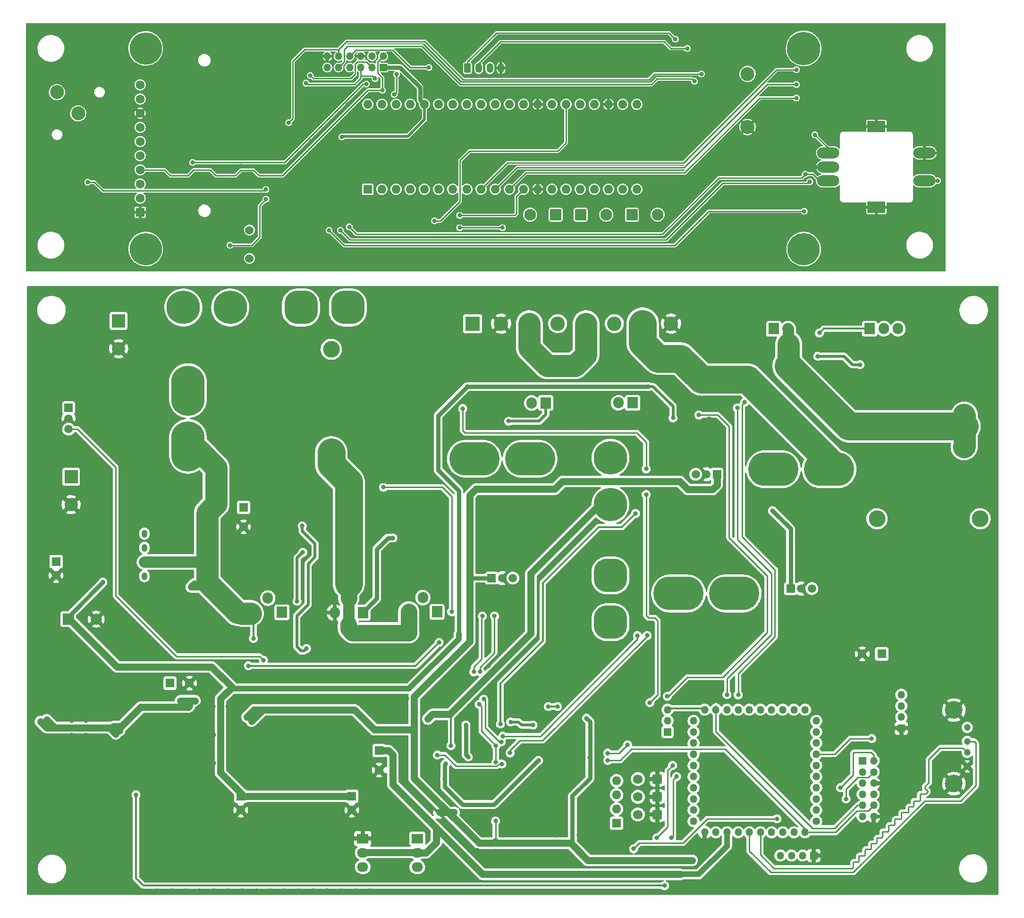
<source format=gbl>
%TF.GenerationSoftware,KiCad,Pcbnew,(6.0.0-rc1-489-g57af990066)*%
%TF.CreationDate,2021-12-17T01:52:50+00:00*%
%TF.ProjectId,solarpump,736f6c61-7270-4756-9d70-2e6b69636164,1.0*%
%TF.SameCoordinates,Original*%
%TF.FileFunction,Copper,L2,Bot*%
%TF.FilePolarity,Positive*%
%FSLAX46Y46*%
G04 Gerber Fmt 4.6, Leading zero omitted, Abs format (unit mm)*
G04 Created by KiCad (PCBNEW (6.0.0-rc1-489-g57af990066)) date 2021-12-17 01:52:50*
%MOMM*%
%LPD*%
G01*
G04 APERTURE LIST*
G04 Aperture macros list*
%AMRoundRect*
0 Rectangle with rounded corners*
0 $1 Rounding radius*
0 $2 $3 $4 $5 $6 $7 $8 $9 X,Y pos of 4 corners*
0 Add a 4 corners polygon primitive as box body*
4,1,4,$2,$3,$4,$5,$6,$7,$8,$9,$2,$3,0*
0 Add four circle primitives for the rounded corners*
1,1,$1+$1,$2,$3*
1,1,$1+$1,$4,$5*
1,1,$1+$1,$6,$7*
1,1,$1+$1,$8,$9*
0 Add four rect primitives between the rounded corners*
20,1,$1+$1,$2,$3,$4,$5,0*
20,1,$1+$1,$4,$5,$6,$7,0*
20,1,$1+$1,$6,$7,$8,$9,0*
20,1,$1+$1,$8,$9,$2,$3,0*%
%AMHorizOval*
0 Thick line with rounded ends*
0 $1 width*
0 $2 $3 position (X,Y) of the first rounded end (center of the circle)*
0 $4 $5 position (X,Y) of the second rounded end (center of the circle)*
0 Add line between two ends*
20,1,$1,$2,$3,$4,$5,0*
0 Add two circle primitives to create the rounded ends*
1,1,$1,$2,$3*
1,1,$1,$4,$5*%
G04 Aperture macros list end*
%TA.AperFunction,ComponentPad*%
%ADD10C,1.300000*%
%TD*%
%TA.AperFunction,ComponentPad*%
%ADD11C,0.700000*%
%TD*%
%TA.AperFunction,HeatsinkPad*%
%ADD12C,4.400000*%
%TD*%
%TA.AperFunction,ComponentPad*%
%ADD13R,1.600000X1.600000*%
%TD*%
%TA.AperFunction,ComponentPad*%
%ADD14C,1.600000*%
%TD*%
%TA.AperFunction,ComponentPad*%
%ADD15C,1.200000*%
%TD*%
%TA.AperFunction,ComponentPad*%
%ADD16C,3.200000*%
%TD*%
%TA.AperFunction,ComponentPad*%
%ADD17RoundRect,0.250000X0.600000X0.600000X-0.600000X0.600000X-0.600000X-0.600000X0.600000X-0.600000X0*%
%TD*%
%TA.AperFunction,ComponentPad*%
%ADD18C,1.700000*%
%TD*%
%TA.AperFunction,ComponentPad*%
%ADD19R,1.500000X1.500000*%
%TD*%
%TA.AperFunction,ComponentPad*%
%ADD20C,1.500000*%
%TD*%
%TA.AperFunction,ComponentPad*%
%ADD21HorizOval,0.800000X0.000000X0.000000X0.000000X0.000000X0*%
%TD*%
%TA.AperFunction,ComponentPad*%
%ADD22C,0.800000*%
%TD*%
%TA.AperFunction,ComponentPad*%
%ADD23O,9.000000X6.000000*%
%TD*%
%TA.AperFunction,ComponentPad*%
%ADD24HorizOval,0.800000X0.000000X0.000000X0.000000X0.000000X0*%
%TD*%
%TA.AperFunction,ComponentPad*%
%ADD25C,3.000000*%
%TD*%
%TA.AperFunction,ComponentPad*%
%ADD26C,1.350000*%
%TD*%
%TA.AperFunction,ComponentPad*%
%ADD27O,1.350000X1.350000*%
%TD*%
%TA.AperFunction,ComponentPad*%
%ADD28O,1.000000X1.400000*%
%TD*%
%TA.AperFunction,ComponentPad*%
%ADD29R,1.350000X1.350000*%
%TD*%
%TA.AperFunction,ComponentPad*%
%ADD30R,1.905000X2.000000*%
%TD*%
%TA.AperFunction,ComponentPad*%
%ADD31O,1.905000X2.000000*%
%TD*%
%TA.AperFunction,ComponentPad*%
%ADD32R,2.030000X1.730000*%
%TD*%
%TA.AperFunction,ComponentPad*%
%ADD33O,2.030000X1.730000*%
%TD*%
%TA.AperFunction,ComponentPad*%
%ADD34RoundRect,2.400000X-0.600000X0.600000X-0.600000X-0.600000X0.600000X-0.600000X0.600000X0.600000X0*%
%TD*%
%TA.AperFunction,ComponentPad*%
%ADD35RoundRect,2.400000X0.600000X0.600000X-0.600000X0.600000X-0.600000X-0.600000X0.600000X-0.600000X0*%
%TD*%
%TA.AperFunction,ComponentPad*%
%ADD36C,6.000000*%
%TD*%
%TA.AperFunction,SMDPad,CuDef*%
%ADD37O,4.000000X2.000000*%
%TD*%
%TA.AperFunction,SMDPad,CuDef*%
%ADD38R,3.200000X2.000000*%
%TD*%
%TA.AperFunction,ComponentPad*%
%ADD39R,2.400000X2.400000*%
%TD*%
%TA.AperFunction,ComponentPad*%
%ADD40C,2.400000*%
%TD*%
%TA.AperFunction,ComponentPad*%
%ADD41O,1.600000X1.600000*%
%TD*%
%TA.AperFunction,ComponentPad*%
%ADD42RoundRect,0.250001X-0.799999X-0.799999X0.799999X-0.799999X0.799999X0.799999X-0.799999X0.799999X0*%
%TD*%
%TA.AperFunction,ComponentPad*%
%ADD43C,2.100000*%
%TD*%
%TA.AperFunction,ComponentPad*%
%ADD44R,2.000000X2.000000*%
%TD*%
%TA.AperFunction,ComponentPad*%
%ADD45C,2.000000*%
%TD*%
%TA.AperFunction,ComponentPad*%
%ADD46C,2.500000*%
%TD*%
%TA.AperFunction,ComponentPad*%
%ADD47RoundRect,0.250001X0.799999X0.799999X-0.799999X0.799999X-0.799999X-0.799999X0.799999X-0.799999X0*%
%TD*%
%TA.AperFunction,ComponentPad*%
%ADD48HorizOval,0.800000X0.000000X0.000000X0.000000X0.000000X0*%
%TD*%
%TA.AperFunction,ComponentPad*%
%ADD49HorizOval,0.800000X0.000000X0.000000X0.000000X0.000000X0*%
%TD*%
%TA.AperFunction,WasherPad*%
%ADD50C,5.800000*%
%TD*%
%TA.AperFunction,WasherPad*%
%ADD51C,6.000000*%
%TD*%
%TA.AperFunction,ComponentPad*%
%ADD52R,2.600000X2.600000*%
%TD*%
%TA.AperFunction,ComponentPad*%
%ADD53C,2.600000*%
%TD*%
%TA.AperFunction,ComponentPad*%
%ADD54HorizOval,0.800000X0.000000X0.000000X0.000000X0.000000X0*%
%TD*%
%TA.AperFunction,ComponentPad*%
%ADD55O,6.000000X9.000000*%
%TD*%
%TA.AperFunction,ComponentPad*%
%ADD56HorizOval,0.800000X0.000000X0.000000X0.000000X0.000000X0*%
%TD*%
%TA.AperFunction,ComponentPad*%
%ADD57RoundRect,2.400000X0.600000X-0.600000X0.600000X0.600000X-0.600000X0.600000X-0.600000X-0.600000X0*%
%TD*%
%TA.AperFunction,ComponentPad*%
%ADD58C,2.540000*%
%TD*%
%TA.AperFunction,ComponentPad*%
%ADD59RoundRect,0.250000X-0.350000X-0.625000X0.350000X-0.625000X0.350000X0.625000X-0.350000X0.625000X0*%
%TD*%
%TA.AperFunction,ComponentPad*%
%ADD60O,1.200000X1.750000*%
%TD*%
%TA.AperFunction,ComponentPad*%
%ADD61C,1.524000*%
%TD*%
%TA.AperFunction,ViaPad*%
%ADD62C,0.800000*%
%TD*%
%TA.AperFunction,ViaPad*%
%ADD63C,1.000000*%
%TD*%
%TA.AperFunction,ViaPad*%
%ADD64C,4.000000*%
%TD*%
%TA.AperFunction,Conductor*%
%ADD65C,1.270000*%
%TD*%
%TA.AperFunction,Conductor*%
%ADD66C,2.000000*%
%TD*%
%TA.AperFunction,Conductor*%
%ADD67C,3.000000*%
%TD*%
%TA.AperFunction,Conductor*%
%ADD68C,5.000000*%
%TD*%
%TA.AperFunction,Conductor*%
%ADD69C,0.750000*%
%TD*%
%TA.AperFunction,Conductor*%
%ADD70C,0.500000*%
%TD*%
%TA.AperFunction,Conductor*%
%ADD71C,0.330000*%
%TD*%
%TA.AperFunction,Conductor*%
%ADD72C,0.250000*%
%TD*%
%TA.AperFunction,Conductor*%
%ADD73C,1.000000*%
%TD*%
%TA.AperFunction,Conductor*%
%ADD74C,4.000000*%
%TD*%
G04 APERTURE END LIST*
%TO.C,NT1*%
G36*
X94548000Y-154980400D02*
G01*
X91948000Y-154980400D01*
X91948000Y-153680400D01*
X94548000Y-153680400D01*
X94548000Y-154980400D01*
G37*
%TD*%
D10*
%TO.P,NT1,1,1*%
%TO.N,GND*%
X91948000Y-154330400D03*
%TO.P,NT1,2,2*%
%TO.N,GNDA*%
X94548000Y-154330400D03*
%TD*%
D11*
%TO.P,HS4,1*%
%TO.N,GND*%
X139105000Y-65191000D03*
D12*
X139105000Y-63541000D03*
D11*
X139105000Y-61891000D03*
X140271726Y-64707726D03*
X137938274Y-62374274D03*
X140755000Y-63541000D03*
X137938274Y-64707726D03*
X137455000Y-63541000D03*
X140271726Y-62374274D03*
%TD*%
D13*
%TO.P,CP7,1*%
%TO.N,Net-(C40-Pad1)*%
X171255000Y-125891000D03*
D14*
%TO.P,CP7,2*%
%TO.N,GND*%
X167755000Y-125891000D03*
%TD*%
D15*
%TO.P,J4,1,VBUS*%
%TO.N,+5V*%
X186594635Y-139066000D03*
%TO.P,J4,2,D-*%
%TO.N,/MCU/USB_D-*%
X186594635Y-141566000D03*
%TO.P,J4,3,D+*%
%TO.N,/MCU/USB_D+*%
X186594635Y-143566000D03*
%TO.P,J4,4,GND*%
%TO.N,GND*%
X186594635Y-146066000D03*
D16*
%TO.P,J4,5,Shield*%
X184194635Y-149166000D03*
X184194635Y-135966000D03*
%TD*%
D17*
%TO.P,TH1,1*%
%TO.N,GND*%
X131020155Y-154686000D03*
D18*
%TO.P,TH1,2*%
%TO.N,Net-(MCU1-Pad30)*%
X127520155Y-154686000D03*
%TD*%
D19*
%TO.P,U6,1,VCC*%
%TO.N,+3V3*%
X101289675Y-112277630D03*
D20*
%TO.P,U6,2,GND*%
%TO.N,GND*%
X103199675Y-112277630D03*
%TO.P,U6,3,VIOUT*%
%TO.N,/MCU/VCurrent_Load*%
X105109675Y-112277630D03*
D21*
%TO.P,U6,4,IP+*%
%TO.N,/MPPT/MPPT_OUT_M*%
X104249675Y-90247630D03*
D22*
X112149675Y-90247630D03*
X104999675Y-92537630D03*
X104999675Y-89217630D03*
X106199675Y-88827630D03*
X110199675Y-88827630D03*
X107529675Y-88827630D03*
X111399675Y-89217630D03*
X107529675Y-92927630D03*
D23*
X108199675Y-90877630D03*
D22*
X108869675Y-88827630D03*
X111399675Y-92537630D03*
D24*
X104249675Y-91507630D03*
D22*
X108869675Y-92927630D03*
X110199675Y-92927630D03*
X112149675Y-91507630D03*
X106199675Y-92927630D03*
%TO.P,U6,5,IP-*%
%TO.N,MPPT_OUT*%
X98869675Y-88827630D03*
X100199675Y-92927630D03*
X94249675Y-91507630D03*
D21*
X102149675Y-91507630D03*
D22*
X98869675Y-92927630D03*
X96199675Y-92927630D03*
X101399675Y-92537630D03*
X100199675Y-88827630D03*
X94999675Y-89217630D03*
X101399675Y-89217630D03*
D23*
X98199675Y-90877630D03*
D22*
X94249675Y-90247630D03*
X96199675Y-88827630D03*
D24*
X102149675Y-90247630D03*
D22*
X97529675Y-88827630D03*
X97529675Y-92927630D03*
X94999675Y-92537630D03*
%TD*%
D17*
%TO.P,TH3,1*%
%TO.N,GND*%
X131020155Y-148336000D03*
D18*
%TO.P,TH3,2*%
%TO.N,Net-(MCU1-Pad28)*%
X127520155Y-148336000D03*
%TD*%
D25*
%TO.P,L1,1,1*%
%TO.N,MPPT_Com*%
X72536235Y-89734000D03*
%TO.P,L1,2,2*%
%TO.N,MPPT_OUT*%
X72536235Y-71234000D03*
%TD*%
D26*
%TO.P,MCU1,1,GPIO0/PWM0A/UART0TX/I2C0SDA/SPI0RX*%
%TO.N,/MCU/Fan_En+*%
X159505000Y-155891000D03*
D27*
%TO.P,MCU1,2,GPIO1/PWM0B/UART0RX/I2C0SCL/SPI0CSn*%
%TO.N,/MCU/~{REG_ERR}*%
X159505000Y-153891000D03*
%TO.P,MCU1,3,GPIO2/PWM1A/I2C1SDA/SPI0SCK*%
%TO.N,/MCU/SPI_CLK*%
X159505000Y-151891000D03*
%TO.P,MCU1,4,GPIO3/PWM1B/I2C1SCL/SPI0TX*%
%TO.N,/MCU/SPI_MOSI*%
X159505000Y-149891000D03*
%TO.P,MCU1,5,GPIO4/PWM2A/UART1TX/I2C0SDA/SPI0RX*%
%TO.N,/MCU/SPI_MISO*%
X159505000Y-147891000D03*
%TO.P,MCU1,6,GPIO5/PWM2B/UART1RX/I2C0SCL/SPI0CSn*%
%TO.N,/MCU/SPI_CS*%
X159505000Y-145891000D03*
%TO.P,MCU1,7,GPIO6/PWM3A/I2C1SDA/SPI0SCK*%
%TO.N,/MCU/I2C_SDA*%
X159505000Y-143891000D03*
%TO.P,MCU1,8,GPIO7/PWM3B/I2C1SCL/SPI0TX*%
%TO.N,/MCU/I2C_SCL*%
X159505000Y-141891000D03*
%TO.P,MCU1,9,GPIO8/PWM4A/UART1TX/I2C0SDA/SPI1RX*%
%TO.N,/MCU/MPPT_BACKen*%
X159505000Y-139891000D03*
%TO.P,MCU1,10,GPIO9/PWM4B/UART1RX/I2C0SCL/SPI1CSn*%
%TO.N,/MCU/MPPT_PWMhi*%
X159505000Y-137891000D03*
%TO.P,MCU1,11,GPIO10/PWM5A/I2C1SDA/SPI1SCK*%
%TO.N,/MCU/MPPT_PWMlo*%
X157505000Y-135891000D03*
%TO.P,MCU1,12,GPIO11/PWM5B/I2C1SCL/SPI1TX*%
%TO.N,Net-(MCU1-Pad12)*%
X155505000Y-135891000D03*
%TO.P,MCU1,13,GPIO12/PWM6A/UART0TX/I2C0SDA/SPI1RX*%
%TO.N,Net-(MCU1-Pad13)*%
X153505000Y-135891000D03*
%TO.P,MCU1,14,GPIO13/PWM6B/UART0RX/I2C0SCL/SPI1CSn*%
%TO.N,Net-(MCU1-Pad14)*%
X151505000Y-135891000D03*
%TO.P,MCU1,15,GPIO14/PWM7A/I2C1SDA/SPI1SCK*%
%TO.N,Net-(MCU1-Pad15)*%
X149505000Y-135891000D03*
%TO.P,MCU1,16,GPIO15/PWM7B/I2C1SCL/SPI1TX*%
%TO.N,Net-(MCU1-Pad16)*%
X147505000Y-135891000D03*
%TO.P,MCU1,17,GPIO16/PWM0A/UART0TX/SPI0RX*%
%TO.N,/MCU/BUCK_PWMlo*%
X145505000Y-135891000D03*
%TO.P,MCU1,18,GPIO17/PWM0B/UART0RX/SPI0CSn*%
%TO.N,/MCU/BUCK_PWMhi*%
X143505000Y-135891000D03*
%TO.P,MCU1,19,GPIO18/PWM1A/I2C1SDA/SPI0SCK*%
%TO.N,/MCU/I2C_INT*%
X141505000Y-135891000D03*
%TO.P,MCU1,20,GPIO19/PWM1B/I2C1SCL/SPI0TX*%
%TO.N,/MCU/UART_ST*%
X139505000Y-135891000D03*
%TO.P,MCU1,21,GPIO20/PWM2A/UART1TX/CLKIN0*%
%TO.N,/MCU/UART_TX*%
X137505000Y-137891000D03*
%TO.P,MCU1,22,GPIO21/PWM2B/UART1RX/CLKOUT0*%
%TO.N,/MCU/UART_RX*%
X137505000Y-139891000D03*
%TO.P,MCU1,23,GPIO22/PWM3A/UART1CTS/CLKIN1*%
%TO.N,/MCU/Enable_Aux*%
X137505000Y-141891000D03*
%TO.P,MCU1,24,GPIO23/PWM3B/UART1RTS/CLKOUT1*%
%TO.N,/MCU/Enable_Pump*%
X137505000Y-143891000D03*
%TO.P,MCU1,25,GPIO24/PWM4A/UART1TX/CLKOUT2*%
%TO.N,/MCU/Fan_Pwm*%
X137505000Y-145891000D03*
%TO.P,MCU1,26,GPIO25/PWM4B/UART1RX/CLKOUT3*%
%TO.N,/MCU/Flow_Sig*%
X137505000Y-147891000D03*
%TO.P,MCU1,27,GPIO26/ADC0*%
%TO.N,/MCU/GPIO26*%
X137505000Y-149891000D03*
%TO.P,MCU1,28,GPIO27/ADC1*%
%TO.N,Net-(MCU1-Pad28)*%
X137505000Y-151891000D03*
%TO.P,MCU1,29,GPIO28/ADC3*%
%TO.N,Net-(MCU1-Pad29)*%
X137505000Y-153891000D03*
%TO.P,MCU1,30,GPIO29/ADC4*%
%TO.N,Net-(MCU1-Pad30)*%
X137505000Y-155891000D03*
%TO.P,MCU1,31,GND*%
%TO.N,GND*%
X139505000Y-157891000D03*
%TO.P,MCU1,32,VBAT*%
%TO.N,unconnected-(MCU1-Pad32)*%
X141505000Y-157891000D03*
%TO.P,MCU1,33,5V*%
%TO.N,+5V*%
X143505000Y-157891000D03*
%TO.P,MCU1,34,3V3_out*%
%TO.N,unconnected-(MCU1-Pad34)*%
X145505000Y-157891000D03*
%TO.P,MCU1,35,USB_D-*%
%TO.N,/MCU/USB_D-*%
X147505000Y-157891000D03*
%TO.P,MCU1,36,USB_D+*%
%TO.N,/MCU/USB_D+*%
X149505000Y-157891000D03*
%TO.P,MCU1,37,SWDIO*%
%TO.N,/MCU/SWDIO*%
X151505000Y-157891000D03*
%TO.P,MCU1,38,BOOTSEL*%
%TO.N,unconnected-(MCU1-Pad38)*%
X153505000Y-157891000D03*
%TO.P,MCU1,39,SWCLK*%
%TO.N,/MCU/SWCLK*%
X155505000Y-157891000D03*
%TO.P,MCU1,40,~{RESET}*%
%TO.N,/MCU/~{RESET}*%
X157505000Y-157891000D03*
%TD*%
D28*
%TO.P,U5,1,-Vin*%
%TO.N,Net-(C19-Pad1)*%
X39031235Y-104316000D03*
%TO.P,U5,2,+Vin*%
%TO.N,+12V*%
X39031235Y-106856000D03*
%TO.P,U5,3,-Vout*%
%TO.N,/MPPT/SOLR_IN_M*%
X39031235Y-109396000D03*
%TO.P,U5,4,+Vout*%
%TO.N,/MPPT/BACK_gate*%
X39031235Y-111936000D03*
%TD*%
D13*
%TO.P,CP6,1*%
%TO.N,+3V3*%
X43605635Y-131136000D03*
D14*
%TO.P,CP6,2*%
%TO.N,GND*%
X47105635Y-131136000D03*
%TD*%
D29*
%TO.P,J5,1,Pin_1*%
%TO.N,+3V3*%
X167820155Y-145059070D03*
D27*
%TO.P,J5,2,Pin_2*%
%TO.N,/MCU/SPI_MOSI*%
X169820155Y-145059070D03*
%TO.P,J5,3,Pin_3*%
%TO.N,/MCU/SPI_CS*%
X167820155Y-147059070D03*
%TO.P,J5,4,Pin_4*%
%TO.N,/MCU/SPI_CLK*%
X169820155Y-147059070D03*
%TO.P,J5,5,Pin_5*%
%TO.N,/MCU/SPI_MISO*%
X167820155Y-149059070D03*
%TO.P,J5,6,Pin_6*%
%TO.N,GND*%
X169820155Y-149059070D03*
%TO.P,J5,7,Pin_7*%
%TO.N,/MCU/I2C_SCL*%
X167820155Y-151059070D03*
%TO.P,J5,8,Pin_8*%
%TO.N,/MCU/I2C_SDA*%
X169820155Y-151059070D03*
%TO.P,J5,9,Pin_9*%
%TO.N,/MCU/I2C_INT*%
X167820155Y-153059070D03*
%TO.P,J5,10,Pin_10*%
%TO.N,/MCU/~{RESET}*%
X169820155Y-153059070D03*
%TO.P,J5,11,Pin_11*%
%TO.N,+3V3*%
X167820155Y-155059070D03*
%TO.P,J5,12,Pin_12*%
%TO.N,GND*%
X169820155Y-155059070D03*
%TD*%
D17*
%TO.P,TH2,1*%
%TO.N,GND*%
X131020155Y-151511000D03*
D18*
%TO.P,TH2,2*%
%TO.N,Net-(MCU1-Pad29)*%
X127520155Y-151511000D03*
%TD*%
D30*
%TO.P,Q2,1,G*%
%TO.N,Net-(D3-Pad2)*%
X91495000Y-118333500D03*
D31*
%TO.P,Q2,2,D*%
%TO.N,MPPT_IN*%
X88955000Y-115793500D03*
%TO.P,Q2,3,S*%
%TO.N,MPPT_Com*%
X86415000Y-118333500D03*
%TD*%
D29*
%TO.P,J13,1,Pin_1*%
%TO.N,GND*%
X159080200Y-162052000D03*
D27*
%TO.P,J13,2,Pin_2*%
%TO.N,/MCU/SWCLK*%
X157080200Y-162052000D03*
%TO.P,J13,3,Pin_3*%
%TO.N,/MCU/SWDIO*%
X155080200Y-162052000D03*
%TO.P,J13,4,Pin_4*%
%TO.N,+3V3*%
X153080200Y-162052000D03*
%TD*%
D32*
%TO.P,J8,1,Pin_1*%
%TO.N,GND*%
X78181235Y-159016000D03*
D33*
%TO.P,J8,2,Pin_2*%
%TO.N,+5V*%
X78181235Y-161556000D03*
%TO.P,J8,3,Pin_3*%
%TO.N,Net-(J8-Pad3)*%
X78181235Y-164096000D03*
%TD*%
D34*
%TO.P,F1,1*%
%TO.N,/MPPT/Solr_P*%
X75505000Y-63741000D03*
D35*
X67105000Y-63741000D03*
D36*
%TO.P,F1,2*%
%TO.N,/MPPT/SOLR_IN_F*%
X46005000Y-63741000D03*
X54405000Y-63741000D03*
%TD*%
D11*
%TO.P,HS6,1*%
%TO.N,GND*%
X95055000Y-76541000D03*
X92238274Y-75374274D03*
X91755000Y-76541000D03*
D12*
X93405000Y-76541000D03*
D11*
X94571726Y-77707726D03*
X92238274Y-77707726D03*
X93405000Y-78191000D03*
X93405000Y-74891000D03*
X94571726Y-75374274D03*
%TD*%
D37*
%TO.P,SW2,A,A*%
%TO.N,/FrontPanel/ROT_A*%
X161672600Y-36029900D03*
%TO.P,SW2,B,B*%
%TO.N,/FrontPanel/ROT_B*%
X161672600Y-41029900D03*
%TO.P,SW2,C,C*%
%TO.N,/FrontPanel/FP_GND*%
X161672600Y-38529900D03*
D38*
%TO.P,SW2,MP,MP*%
X170294600Y-31280900D03*
X170294000Y-45783300D03*
D37*
%TO.P,SW2,S1,S1*%
%TO.N,/FrontPanel/ROT_SW*%
X178916000Y-41004500D03*
%TO.P,SW2,S2,S2*%
%TO.N,/FrontPanel/FP_GND*%
X178916000Y-36004500D03*
%TD*%
D39*
%TO.P,CP3,1*%
%TO.N,+BATT*%
X25876435Y-94116000D03*
D40*
%TO.P,CP3,2*%
%TO.N,GND*%
X25876435Y-99116000D03*
%TD*%
D13*
%TO.P,M3,1,NC*%
%TO.N,unconnected-(M3-Pad1)*%
X79074000Y-42532277D03*
D41*
%TO.P,M3,2,NC*%
%TO.N,unconnected-(M3-Pad2)*%
X81614000Y-42532277D03*
%TO.P,M3,3,NC*%
%TO.N,unconnected-(M3-Pad3)*%
X84154000Y-42532277D03*
%TO.P,M3,4,NC*%
%TO.N,unconnected-(M3-Pad4)*%
X86694000Y-42532277D03*
%TO.P,M3,5,NC*%
%TO.N,unconnected-(M3-Pad5)*%
X89234000Y-42532277D03*
%TO.P,M3,6,NC*%
%TO.N,unconnected-(M3-Pad6)*%
X91774000Y-42532277D03*
%TO.P,M3,7,NC*%
%TO.N,unconnected-(M3-Pad7)*%
X94314000Y-42532277D03*
%TO.P,M3,8,NC*%
%TO.N,unconnected-(M3-Pad8)*%
X96854000Y-42532277D03*
%TO.P,M3,9,LED_R*%
%TO.N,/FrontPanel/DISP_LED_R*%
X99394000Y-42532277D03*
%TO.P,M3,10,LED_G*%
%TO.N,/FrontPanel/DISP_LED_G*%
X101934000Y-42532277D03*
%TO.P,M3,11,LED_B*%
%TO.N,/FrontPanel/DISP_LED_B*%
X104474000Y-42532277D03*
%TO.P,M3,12,LCD_RESET*%
%TO.N,/FrontPanel/DISP_RESET*%
X107014000Y-42532277D03*
%TO.P,M3,13,GND*%
%TO.N,/FrontPanel/FP_GND*%
X109554000Y-42532277D03*
%TO.P,M3,14,NC*%
%TO.N,unconnected-(M3-Pad14)*%
X112094000Y-42532277D03*
%TO.P,M3,15,NC*%
%TO.N,unconnected-(M3-Pad15)*%
X114634000Y-42532277D03*
%TO.P,M3,16,SW_A*%
%TO.N,/FrontPanel/DISP_SW_A*%
X117174000Y-42532277D03*
%TO.P,M3,17,SW_B*%
%TO.N,/FrontPanel/DISP_SW_B*%
X119714000Y-42532277D03*
%TO.P,M3,18,GND*%
%TO.N,unconnected-(M3-Pad18)*%
X122254000Y-42532277D03*
%TO.P,M3,19,SW_X*%
%TO.N,/FrontPanel/DISP_SW_X*%
X124794000Y-42532277D03*
%TO.P,M3,20,SW_Y*%
%TO.N,/FrontPanel/DISP_SW_Y*%
X127334000Y-42532277D03*
%TO.P,M3,21,LCD_DATCMD*%
%TO.N,/FrontPanel/OLED_DATCMD*%
X127334000Y-27292277D03*
%TO.P,M3,22,LCD_CS*%
%TO.N,/FrontPanel/OLED_CS1*%
X124794000Y-27292277D03*
%TO.P,M3,23,GND*%
%TO.N,/FrontPanel/FP_GND*%
X122254000Y-27292277D03*
%TO.P,M3,24,LCD_SCLK*%
%TO.N,/FrontPanel/OLED_SCK*%
X119714000Y-27292277D03*
%TO.P,M3,25,LCD_MOSI*%
%TO.N,/FrontPanel/OLED_SDA*%
X117174000Y-27292277D03*
%TO.P,M3,26,BL_EN*%
%TO.N,/FrontPanel/DISP_BL_EN*%
X114634000Y-27292277D03*
%TO.P,M3,27,NC*%
%TO.N,unconnected-(M3-Pad27)*%
X112094000Y-27292277D03*
%TO.P,M3,28,GND*%
%TO.N,/FrontPanel/FP_GND*%
X109554000Y-27292277D03*
%TO.P,M3,29,NC*%
%TO.N,unconnected-(M3-Pad29)*%
X107014000Y-27292277D03*
%TO.P,M3,30,NC*%
%TO.N,unconnected-(M3-Pad30)*%
X104474000Y-27292277D03*
%TO.P,M3,31,NC*%
%TO.N,unconnected-(M3-Pad31)*%
X101934000Y-27292277D03*
%TO.P,M3,32,NC*%
%TO.N,unconnected-(M3-Pad32)*%
X99394000Y-27292277D03*
%TO.P,M3,33,NC*%
%TO.N,unconnected-(M3-Pad33)*%
X96854000Y-27292277D03*
%TO.P,M3,34,NC*%
%TO.N,unconnected-(M3-Pad34)*%
X94314000Y-27292277D03*
%TO.P,M3,35,NC*%
%TO.N,unconnected-(M3-Pad35)*%
X91774000Y-27292277D03*
%TO.P,M3,36,3V3*%
%TO.N,/FrontPanel/FP_3V3*%
X89234000Y-27292277D03*
%TO.P,M3,37,NC*%
%TO.N,unconnected-(M3-Pad37)*%
X86694000Y-27292277D03*
%TO.P,M3,38,NC*%
%TO.N,unconnected-(M3-Pad38)*%
X84154000Y-27292277D03*
%TO.P,M3,39,NC*%
%TO.N,unconnected-(M3-Pad39)*%
X81614000Y-27292277D03*
%TO.P,M3,40,NC*%
%TO.N,unconnected-(M3-Pad40)*%
X79074000Y-27292277D03*
%TD*%
D11*
%TO.P,HS5,1*%
%TO.N,GND*%
X179688274Y-64707726D03*
X182505000Y-63541000D03*
X179205000Y-63541000D03*
D12*
X180855000Y-63541000D03*
D11*
X179688274Y-62374274D03*
X182021726Y-62374274D03*
X180855000Y-61891000D03*
X182021726Y-64707726D03*
X180855000Y-65191000D03*
%TD*%
D30*
%TO.P,Q8,1,G*%
%TO.N,Net-(D10-Pad2)*%
X151905000Y-67541000D03*
D31*
%TO.P,Q8,2,D*%
%TO.N,/OUTPUT/OUT_Com*%
X154445000Y-67541000D03*
%TO.P,Q8,3,S*%
%TO.N,GND*%
X156985000Y-67541000D03*
%TD*%
D13*
%TO.P,RN1,1,common*%
%TO.N,+3V3*%
X123705000Y-156259070D03*
D41*
%TO.P,RN1,2,R1*%
%TO.N,Net-(MCU1-Pad30)*%
X123705000Y-153719070D03*
%TO.P,RN1,3,R2*%
%TO.N,Net-(MCU1-Pad29)*%
X123705000Y-151179070D03*
%TO.P,RN1,4,R3*%
%TO.N,Net-(MCU1-Pad28)*%
X123705000Y-148639070D03*
%TD*%
D13*
%TO.P,C31,1*%
%TO.N,+12V*%
X56305635Y-151405200D03*
D14*
%TO.P,C31,2*%
%TO.N,GND*%
X56305635Y-153905200D03*
%TD*%
D42*
%TO.P,SW4,1,A*%
%TO.N,Net-(R50-Pad1)*%
X117257800Y-47091600D03*
D43*
%TO.P,SW4,2,B*%
%TO.N,/FrontPanel/DISP_SW_B*%
X121857800Y-47091600D03*
%TD*%
D25*
%TO.P,L5,1,1*%
%TO.N,/OUTPUT/OUT_Com*%
X188905000Y-101641000D03*
%TO.P,L5,2,2*%
%TO.N,Net-(C40-Pad1)*%
X170405000Y-101641000D03*
%TD*%
D42*
%TO.P,SW5,1,A*%
%TO.N,Net-(R50-Pad1)*%
X126466600Y-47091600D03*
D43*
%TO.P,SW5,2,B*%
%TO.N,/FrontPanel/DISP_SW_X*%
X131066600Y-47091600D03*
%TD*%
D44*
%TO.P,CP4,1*%
%TO.N,+12V*%
X25368435Y-119655200D03*
D45*
%TO.P,CP4,2*%
%TO.N,GND*%
X30368435Y-119655200D03*
%TD*%
D30*
%TO.P,Q3,1,G*%
%TO.N,Net-(D4-Pad2)*%
X78231235Y-118486000D03*
D31*
%TO.P,Q3,2,D*%
%TO.N,MPPT_Com*%
X75691235Y-115946000D03*
%TO.P,Q3,3,S*%
%TO.N,GND*%
X73151235Y-118486000D03*
%TD*%
D29*
%TO.P,J3,1,Pin_1*%
%TO.N,GND*%
X174771235Y-139213200D03*
D27*
%TO.P,J3,2,Pin_2*%
%TO.N,+3V3*%
X174771235Y-137213200D03*
%TO.P,J3,3,Pin_3*%
%TO.N,+5V*%
X174771235Y-135213200D03*
%TO.P,J3,4,Pin_4*%
%TO.N,+12V*%
X174771235Y-133213200D03*
%TD*%
D29*
%TO.P,J2,1,Pin_1*%
%TO.N,/MCU/UART_RX*%
X132842000Y-139891000D03*
D27*
%TO.P,J2,2,Pin_2*%
%TO.N,/MCU/UART_TX*%
X132842000Y-137891000D03*
%TO.P,J2,3,Pin_3*%
%TO.N,/MCU/UART_ST*%
X132842000Y-135891000D03*
%TD*%
D46*
%TO.P,SW1,1,A*%
%TO.N,Net-(R25-Pad2)*%
X23343000Y-25121000D03*
%TO.P,SW1,2,B*%
%TO.N,/FrontPanel/STOP_SW*%
X27153000Y-28931000D03*
%TD*%
D11*
%TO.P,HS7,1*%
%TO.N,GND*%
X182021726Y-76849274D03*
X180855000Y-79666000D03*
X179688274Y-79182726D03*
X179688274Y-76849274D03*
X182505000Y-78016000D03*
X182021726Y-79182726D03*
X180855000Y-76366000D03*
X179205000Y-78016000D03*
D12*
X180855000Y-78016000D03*
%TD*%
D39*
%TO.P,CP1,1*%
%TO.N,/MPPT/SOLR_IN_F*%
X34405000Y-66141000D03*
D40*
%TO.P,CP1,2*%
%TO.N,GND*%
X34405000Y-71141000D03*
%TD*%
D13*
%TO.P,CP2,1*%
%TO.N,MPPT_OUT*%
X56805000Y-99589200D03*
D14*
%TO.P,CP2,2*%
%TO.N,GND*%
X56805000Y-103089200D03*
%TD*%
D30*
%TO.P,Q12,1,G*%
%TO.N,Net-(Q12-Pad1)*%
X126555000Y-80847630D03*
D31*
%TO.P,Q12,2,D*%
%TO.N,/OUTPUT/Out_Aux-*%
X124015000Y-80847630D03*
%TO.P,Q12,3,S*%
%TO.N,GND*%
X121475000Y-80847630D03*
%TD*%
D32*
%TO.P,J9,1,Pin_1*%
%TO.N,Net-(J9-Pad1)*%
X87954035Y-159016000D03*
D33*
%TO.P,J9,2,Pin_2*%
%TO.N,+5V*%
X87954035Y-161556000D03*
%TO.P,J9,3,Pin_3*%
%TO.N,/MCU/Fan_Pwm*%
X87954035Y-164096000D03*
%TD*%
D47*
%TO.P,SW3,1,A*%
%TO.N,Net-(R50-Pad1)*%
X112790000Y-47091600D03*
D43*
%TO.P,SW3,2,B*%
%TO.N,/FrontPanel/DISP_SW_A*%
X108190000Y-47091600D03*
%TD*%
D13*
%TO.P,C30,1*%
%TO.N,+12V*%
X76219235Y-151405200D03*
D14*
%TO.P,C30,2*%
%TO.N,GND*%
X76219235Y-153905200D03*
%TD*%
D11*
%TO.P,HS1,1*%
%TO.N,GND*%
X45638274Y-122182726D03*
X47971726Y-119849274D03*
X45638274Y-119849274D03*
X46805000Y-122666000D03*
X45155000Y-121016000D03*
X47971726Y-122182726D03*
X48455000Y-121016000D03*
D12*
X46805000Y-121016000D03*
D11*
X46805000Y-119366000D03*
%TD*%
D30*
%TO.P,Q11,1,G*%
%TO.N,Net-(Q11-Pad1)*%
X111005000Y-80877630D03*
D31*
%TO.P,Q11,2,D*%
%TO.N,/OUTPUT/Out_Pump-*%
X108465000Y-80877630D03*
%TO.P,Q11,3,S*%
%TO.N,GND*%
X105925000Y-80877630D03*
%TD*%
D11*
%TO.P,HS3,1*%
%TO.N,GND*%
X45155000Y-96191000D03*
X46805000Y-94541000D03*
D12*
X46805000Y-96191000D03*
D11*
X47971726Y-95024274D03*
X45638274Y-97357726D03*
X46805000Y-97841000D03*
X45638274Y-95024274D03*
X48455000Y-96191000D03*
X47971726Y-97357726D03*
%TD*%
D30*
%TO.P,Q7,1,G*%
%TO.N,Net-(D9-Pad2)*%
X169105000Y-67541000D03*
D31*
%TO.P,Q7,2,D*%
%TO.N,/BATTERY/Load_P*%
X171645000Y-67541000D03*
%TO.P,Q7,3,S*%
%TO.N,/OUTPUT/OUT_Com*%
X174185000Y-67541000D03*
%TD*%
D11*
%TO.P,HS2,1*%
%TO.N,GND*%
X115571726Y-119849274D03*
X116055000Y-121016000D03*
X114405000Y-122666000D03*
X113238274Y-119849274D03*
X112755000Y-121016000D03*
X114405000Y-119366000D03*
D12*
X114405000Y-121016000D03*
D11*
X115571726Y-122182726D03*
X113238274Y-122182726D03*
%TD*%
D19*
%TO.P,U12,1,VCC*%
%TO.N,+3V3*%
X141715000Y-93652630D03*
D20*
%TO.P,U12,2,GND*%
%TO.N,GND*%
X139805000Y-93652630D03*
%TO.P,U12,3,VIOUT*%
%TO.N,/MCU/VCurrent_Output*%
X137895000Y-93652630D03*
D48*
%TO.P,U12,4,IP+*%
%TO.N,/OUTPUT/MainOutput*%
X138755000Y-114422630D03*
D22*
X134135000Y-117102630D03*
X136805000Y-117102630D03*
D23*
X134805000Y-115052630D03*
D22*
X135475000Y-113002630D03*
X138005000Y-113392630D03*
X131605000Y-113392630D03*
X130855000Y-115682630D03*
X135475000Y-117102630D03*
D49*
X138755000Y-115682630D03*
D22*
X130855000Y-114422630D03*
X132805000Y-117102630D03*
X131605000Y-116712630D03*
X136805000Y-113002630D03*
X138005000Y-116712630D03*
X132805000Y-113002630D03*
X134135000Y-113002630D03*
%TO.P,U12,5,IP-*%
%TO.N,Net-(C40-Pad1)*%
X148755000Y-115682630D03*
X145475000Y-113002630D03*
X142805000Y-117102630D03*
X148755000Y-114422630D03*
X144135000Y-117102630D03*
D49*
X140855000Y-114422630D03*
D48*
X140855000Y-115682630D03*
D23*
X144805000Y-115052630D03*
D22*
X146805000Y-117102630D03*
X146805000Y-113002630D03*
X141605000Y-113392630D03*
X145475000Y-117102630D03*
X144135000Y-113002630D03*
X142805000Y-113002630D03*
X141605000Y-116712630D03*
X148005000Y-116712630D03*
X148005000Y-113392630D03*
%TD*%
D19*
%TO.P,U13,1,VCC*%
%TO.N,+3V3*%
X154905000Y-114166000D03*
D20*
%TO.P,U13,2,GND*%
%TO.N,GND*%
X156815000Y-114166000D03*
%TO.P,U13,3,VIOUT*%
%TO.N,/BATTERY/VCurrent_Batt+*%
X158725000Y-114166000D03*
D22*
%TO.P,U13,4,IP+*%
%TO.N,/BATTERY/BattIO_P*%
X161145000Y-90716000D03*
D21*
X157865000Y-92136000D03*
D22*
X162485000Y-90716000D03*
D23*
X161815000Y-92766000D03*
D22*
X163815000Y-90716000D03*
X159815000Y-90716000D03*
X162485000Y-94816000D03*
X165015000Y-91106000D03*
X158615000Y-94426000D03*
X159815000Y-94816000D03*
X161145000Y-94816000D03*
X165765000Y-92136000D03*
X158615000Y-91106000D03*
X163815000Y-94816000D03*
D24*
X157865000Y-93396000D03*
D22*
X165765000Y-93396000D03*
X165015000Y-94426000D03*
%TO.P,U13,5,IP-*%
%TO.N,/BATTERY/Load_P*%
X148615000Y-94426000D03*
X153815000Y-94816000D03*
X149815000Y-94816000D03*
X153815000Y-90716000D03*
X147865000Y-93396000D03*
X152485000Y-90716000D03*
X151145000Y-94816000D03*
X149815000Y-90716000D03*
X155015000Y-91106000D03*
D24*
X155765000Y-92136000D03*
D22*
X155015000Y-94426000D03*
X152485000Y-94816000D03*
D23*
X151815000Y-92766000D03*
D21*
X155765000Y-93396000D03*
D22*
X147865000Y-92136000D03*
X151145000Y-90716000D03*
X148615000Y-91106000D03*
%TD*%
D50*
%TO.P,J11,*%
%TO.N,*%
X157259281Y-53264800D03*
D51*
X157259281Y-17264800D03*
D50*
X39259281Y-53264800D03*
X39259281Y-17264800D03*
D13*
%TO.P,J11,1,GND*%
%TO.N,/FrontPanel/FP_GND*%
X38259281Y-46659800D03*
D14*
%TO.P,J11,2,VCC_3V3*%
%TO.N,/FrontPanel/FP_3V3*%
X38259281Y-44119800D03*
%TO.P,J11,3,SCK*%
%TO.N,/FrontPanel/OLED_SCK*%
X38259281Y-41579800D03*
%TO.P,J11,4,SDA*%
%TO.N,/FrontPanel/OLED_SDA*%
X38259281Y-39039800D03*
%TO.P,J11,5,~{RESET}*%
%TO.N,/FrontPanel/OLED_RES*%
X38259281Y-36499800D03*
%TO.P,J11,6,DAT_~{CMD}*%
%TO.N,/FrontPanel/OLED_DATCMD*%
X38259281Y-33959800D03*
%TO.P,J11,7,~{CS1}*%
%TO.N,/FrontPanel/OLED_CS1*%
X38259281Y-31419800D03*
%TO.P,J11,8,~{CS2}*%
%TO.N,/FrontPanel/FP_GND*%
X38259281Y-28879800D03*
%TO.P,J11,9,FR1*%
%TO.N,unconnected-(J11-Pad9)*%
X38259281Y-26339800D03*
%TO.P,J11,10,FR2*%
%TO.N,unconnected-(J11-Pad10)*%
X38259281Y-23799800D03*
%TD*%
D52*
%TO.P,J1,1,Pin_1*%
%TO.N,/MPPT/Solr_P*%
X97905000Y-66641000D03*
D53*
%TO.P,J1,2,Pin_2*%
%TO.N,GND*%
X102985000Y-66641000D03*
%TO.P,J1,3,Pin_3*%
%TO.N,/OUTPUT/MainOutput*%
X108065000Y-66641000D03*
%TO.P,J1,4,Pin_4*%
%TO.N,/OUTPUT/Out_Pump-*%
X113145000Y-66641000D03*
%TO.P,J1,5,Pin_5*%
%TO.N,/OUTPUT/MainOutput*%
X118225000Y-66641000D03*
%TO.P,J1,6,Pin_6*%
%TO.N,/OUTPUT/Out_Aux-*%
X123305000Y-66641000D03*
%TO.P,J1,7,Pin_7*%
%TO.N,/BATTERY/BattIO_P*%
X128385000Y-66641000D03*
%TO.P,J1,8,Pin_8*%
%TO.N,GND*%
X133465000Y-66641000D03*
%TD*%
D30*
%TO.P,Q1,1,G*%
%TO.N,/MPPT/BACK_gate*%
X63705000Y-118411000D03*
D31*
%TO.P,Q1,2,D*%
%TO.N,MPPT_IN*%
X61165000Y-115871000D03*
%TO.P,Q1,3,S*%
%TO.N,/MPPT/SOLR_IN_M*%
X58625000Y-118411000D03*
%TD*%
D13*
%TO.P,CP5,1*%
%TO.N,+5V*%
X81127600Y-143226400D03*
D14*
%TO.P,CP5,2*%
%TO.N,GND*%
X81127600Y-146726400D03*
%TD*%
D19*
%TO.P,U3,1,VCC*%
%TO.N,+3V3*%
X25430000Y-81741000D03*
D20*
%TO.P,U3,2,GND*%
%TO.N,GND*%
X25430000Y-83651000D03*
%TO.P,U3,3,VIOUT*%
%TO.N,/MCU/VCurrent_Solr*%
X25430000Y-85561000D03*
D54*
%TO.P,U3,4,IP+*%
%TO.N,/MPPT/SOLR_IN_M*%
X47460000Y-84701000D03*
D22*
X45170000Y-91851000D03*
X44780000Y-87981000D03*
X44780000Y-89321000D03*
X45170000Y-85451000D03*
X47460000Y-92601000D03*
X48490000Y-85451000D03*
X48880000Y-90651000D03*
D55*
X46830000Y-88651000D03*
D22*
X44780000Y-86651000D03*
X48880000Y-89321000D03*
X48490000Y-91851000D03*
X46200000Y-92601000D03*
D56*
X46200000Y-84701000D03*
D22*
X48880000Y-87981000D03*
X48880000Y-86651000D03*
X44780000Y-90651000D03*
%TO.P,U3,5,IP-*%
%TO.N,/MPPT/SOLR_IN_F*%
X45170000Y-75451000D03*
X44780000Y-76651000D03*
X44780000Y-80651000D03*
X48880000Y-77981000D03*
X46200000Y-74701000D03*
D54*
X46200000Y-82601000D03*
D22*
X48490000Y-75451000D03*
X47460000Y-74701000D03*
X44780000Y-79321000D03*
D55*
X46830000Y-78651000D03*
D22*
X44780000Y-77981000D03*
X48880000Y-80651000D03*
X48880000Y-79321000D03*
X45170000Y-81851000D03*
X48490000Y-81851000D03*
X48880000Y-76651000D03*
D56*
X47460000Y-82601000D03*
%TD*%
D13*
%TO.P,CP8,1*%
%TO.N,+BATT*%
X23181235Y-109316000D03*
D14*
%TO.P,CP8,2*%
%TO.N,GND*%
X23181235Y-111816000D03*
%TD*%
D35*
%TO.P,F2,1*%
%TO.N,/MPPT/MPPT_OUT_M*%
X122605000Y-120202630D03*
D57*
X122605000Y-111802630D03*
D36*
%TO.P,F2,2*%
%TO.N,/BATTERY/Load_P*%
X122605000Y-99102630D03*
X122605000Y-90702630D03*
%TD*%
D46*
%TO.P,BT2,1,+*%
%TO.N,/FrontPanel/+3Vbat*%
X147193000Y-21844000D03*
D58*
%TO.P,BT2,2,-*%
%TO.N,/FrontPanel/FP_GND*%
X147193000Y-31374000D03*
%TD*%
D59*
%TO.P,J12,1,SCL*%
%TO.N,/FrontPanel/I2C_SCL*%
X96977200Y-20777200D03*
D60*
%TO.P,J12,2,SDA*%
%TO.N,/FrontPanel/I2C_SDA*%
X98977200Y-20777200D03*
%TO.P,J12,3,VCC*%
%TO.N,/FrontPanel/FP_3V3*%
X100977200Y-20777200D03*
%TO.P,J12,4,GND*%
%TO.N,/FrontPanel/FP_GND*%
X102977200Y-20777200D03*
%TD*%
D29*
%TO.P,J6,1,Pin_1*%
%TO.N,/FrontPanel/FP_3V3*%
X81835000Y-20685000D03*
D27*
%TO.P,J6,2,Pin_2*%
%TO.N,/FrontPanel/OLED_SDA*%
X81835000Y-18685000D03*
%TO.P,J6,3,Pin_3*%
%TO.N,/FrontPanel/OLED_CS1*%
X79835000Y-20685000D03*
%TO.P,J6,4,Pin_4*%
%TO.N,/FrontPanel/OLED_SCK*%
X79835000Y-18685000D03*
%TO.P,J6,5,Pin_5*%
%TO.N,/FrontPanel/OLED_DATCMD*%
X77835000Y-20685000D03*
%TO.P,J6,6,Pin_6*%
%TO.N,/FrontPanel/FP_GND*%
X77835000Y-18685000D03*
%TO.P,J6,7,Pin_7*%
%TO.N,/FrontPanel/I2C_SDA*%
X75835000Y-20685000D03*
%TO.P,J6,8,Pin_8*%
%TO.N,/FrontPanel/I2C_SCL*%
X75835000Y-18685000D03*
%TO.P,J6,9,Pin_9*%
%TO.N,/FrontPanel/I2C_INT*%
X73835000Y-20685000D03*
%TO.P,J6,10,Pin_10*%
%TO.N,/FrontPanel/OLED_RES*%
X73835000Y-18685000D03*
%TO.P,J6,11,Pin_11*%
%TO.N,/FrontPanel/FP_3V3*%
X71835000Y-20685000D03*
%TO.P,J6,12,Pin_12*%
%TO.N,/FrontPanel/FP_GND*%
X71835000Y-18685000D03*
%TD*%
D61*
%TO.P,BZ1,1,-*%
%TO.N,/FrontPanel/FP_3V3*%
X57862600Y-49861800D03*
%TO.P,BZ1,2,+*%
%TO.N,Net-(BZ1-Pad2)*%
X57862600Y-54961800D03*
%TD*%
D62*
%TO.N,+BATT*%
X48076035Y-134285600D03*
X21481235Y-137716000D03*
X33881235Y-140216000D03*
X20381235Y-138016000D03*
X47110835Y-135200000D03*
X34581235Y-139616000D03*
D63*
%TO.N,MPPT_Com*%
X75170415Y-103503500D03*
X75170415Y-100753500D03*
D62*
%TO.N,Net-(D4-Pad2)*%
X83585235Y-105101000D03*
%TO.N,GND*%
X131905000Y-100591000D03*
X85648800Y-143205200D03*
X61614235Y-100021000D03*
X140227232Y-168423200D03*
X56508835Y-110155600D03*
X160082500Y-73988500D03*
X190355000Y-112841000D03*
X102101233Y-60691000D03*
X18421235Y-145496000D03*
X31081235Y-132796000D03*
X172930000Y-70291000D03*
X87014235Y-94941000D03*
X162681235Y-146891000D03*
X39081235Y-85816000D03*
X84474235Y-92401000D03*
X26001235Y-150576000D03*
X105574061Y-168423200D03*
X56508835Y-112695600D03*
X61614235Y-97481000D03*
X26001235Y-158196000D03*
X134747000Y-138938000D03*
X41281235Y-163276000D03*
X36201235Y-158196000D03*
X94081600Y-148742400D03*
X74301235Y-158196000D03*
X79394235Y-92401000D03*
X69234235Y-92401000D03*
X76881235Y-74416000D03*
X87014235Y-97481000D03*
X36201235Y-155656000D03*
X118822175Y-153477630D03*
X92094235Y-112695600D03*
X23501235Y-145496000D03*
X92094235Y-94941000D03*
X20681235Y-96616000D03*
X56521235Y-158196000D03*
X41281235Y-153116000D03*
X28541235Y-130256000D03*
X20961235Y-140416000D03*
X59061235Y-153116000D03*
X20961235Y-148036000D03*
X57681235Y-74416000D03*
X43821235Y-163276000D03*
X46361235Y-160736000D03*
X26041235Y-165816000D03*
X66694235Y-94941000D03*
X39081235Y-78616000D03*
X81934235Y-92401000D03*
X56521235Y-145496000D03*
X53968835Y-112695600D03*
X31081235Y-130256000D03*
X56521235Y-148036000D03*
X56521235Y-155656000D03*
X51441235Y-153116000D03*
X64881235Y-74416000D03*
X66694235Y-92401000D03*
X28541235Y-127676000D03*
X71761235Y-148036000D03*
X20961235Y-160736000D03*
X126605000Y-145191000D03*
X79381235Y-142956000D03*
X160020155Y-134259070D03*
X56508835Y-105075600D03*
X36201235Y-145496000D03*
X53981235Y-160736000D03*
X89554235Y-94941000D03*
X23501235Y-168356000D03*
X56521235Y-140416000D03*
X179982765Y-111187000D03*
X179959000Y-103912000D03*
X48921235Y-140416000D03*
X59048835Y-110155600D03*
X51441235Y-155656000D03*
X139446000Y-161417000D03*
X33661235Y-153116000D03*
X69221235Y-165816000D03*
X41281235Y-165816000D03*
X53981235Y-153116000D03*
X145174290Y-168423200D03*
X59061235Y-145496000D03*
X141655000Y-100941000D03*
X89554235Y-97481000D03*
X86481235Y-78116000D03*
X41281235Y-145496000D03*
X64141235Y-142956000D03*
X18421235Y-155656000D03*
X43821235Y-168356000D03*
X48901235Y-160736000D03*
X89509600Y-148132800D03*
X71761235Y-140416000D03*
X20681235Y-101416000D03*
X48901235Y-155656000D03*
X20681235Y-84616000D03*
X33661235Y-165816000D03*
X26041235Y-168356000D03*
X67281235Y-74416000D03*
X41281235Y-158196000D03*
X31081235Y-153116000D03*
X87014235Y-102561000D03*
X103255000Y-94041000D03*
X39081235Y-81016000D03*
X74301235Y-165816000D03*
X36201235Y-165816000D03*
X69221235Y-160736000D03*
X133655000Y-161341000D03*
X79281235Y-78116000D03*
X39081235Y-100216000D03*
X116905000Y-158391000D03*
X20681235Y-115816000D03*
X61588835Y-105075600D03*
X86481235Y-74416000D03*
X110521119Y-168423200D03*
X86081235Y-133916000D03*
X71761235Y-155656000D03*
X69221235Y-163276000D03*
X67281235Y-78116000D03*
X20681235Y-91816000D03*
X61588835Y-110155600D03*
X85481235Y-156816000D03*
X161581235Y-60691000D03*
X46361235Y-145496000D03*
X20961235Y-168356000D03*
X162681235Y-160609400D03*
X26041235Y-163276000D03*
X179959000Y-99112000D03*
X20961235Y-135296000D03*
X137520155Y-134259070D03*
X31081235Y-127676000D03*
X153020155Y-141659070D03*
X94855000Y-165291000D03*
X131655000Y-145391000D03*
X79421235Y-148036000D03*
X151305000Y-70116000D03*
X88881235Y-74416000D03*
X115468177Y-168423200D03*
X74301235Y-160736000D03*
X61601235Y-158196000D03*
X74301235Y-153116000D03*
D63*
X93135635Y-120468000D03*
D62*
X38741235Y-155656000D03*
X20681235Y-111016000D03*
X28541235Y-168356000D03*
X48901235Y-158196000D03*
X74301235Y-155656000D03*
X100627003Y-168423200D03*
X41281235Y-168356000D03*
X28581235Y-153116000D03*
X87014235Y-107641000D03*
X53968835Y-110155600D03*
X190355000Y-132541000D03*
X41281235Y-148036000D03*
X69234235Y-97481000D03*
X20681235Y-118216000D03*
X18421235Y-140416000D03*
X48901235Y-168356000D03*
X104280000Y-128241000D03*
X23501235Y-160736000D03*
X97144567Y-60691000D03*
X48901235Y-163276000D03*
X38741235Y-163276000D03*
X190305000Y-70541000D03*
X87231235Y-60691000D03*
X46348835Y-132761600D03*
X62481235Y-78116000D03*
X140255000Y-83691000D03*
X110905000Y-163041000D03*
X20681235Y-79816000D03*
X71761235Y-168356000D03*
X162681235Y-148866000D03*
X105081235Y-100141000D03*
X51441235Y-163276000D03*
X100555000Y-163041000D03*
X101307470Y-106116000D03*
X53981235Y-168356000D03*
X53968835Y-107615600D03*
X20681235Y-99016000D03*
X28581235Y-155656000D03*
X64128835Y-107615600D03*
X135097400Y-121280600D03*
X122105000Y-142191000D03*
X92094235Y-110155600D03*
X66681235Y-158196000D03*
X41281235Y-155656000D03*
X59061235Y-160736000D03*
X135280174Y-168423200D03*
X108155000Y-128241000D03*
X182391235Y-164054400D03*
X41268835Y-137876000D03*
X156781235Y-100916000D03*
X39081235Y-95416000D03*
X74301235Y-168356000D03*
X131841229Y-60691000D03*
X41281235Y-160736000D03*
X92094235Y-107641000D03*
X59061235Y-148036000D03*
X69221235Y-158196000D03*
X92187901Y-60691000D03*
X98705000Y-161091000D03*
X147542435Y-82571200D03*
X167381235Y-70316000D03*
X71761235Y-158196000D03*
X23501235Y-153116000D03*
X90681000Y-133891000D03*
X135405000Y-158341000D03*
X66681235Y-145496000D03*
X79281235Y-74416000D03*
X178530435Y-140838800D03*
X179959000Y-108712000D03*
X51441235Y-165816000D03*
X51441235Y-140416000D03*
X46361235Y-158196000D03*
X64141235Y-158196000D03*
X64141235Y-160736000D03*
X162681235Y-140841000D03*
X28541235Y-135336000D03*
X105520155Y-154259070D03*
X59048835Y-102561000D03*
X93105000Y-160791000D03*
X51441235Y-145496000D03*
X112870155Y-158409070D03*
X18421235Y-142956000D03*
X61601235Y-168356000D03*
X142805000Y-81541000D03*
X18421235Y-165816000D03*
X115755000Y-146041000D03*
X28541235Y-165816000D03*
X26001235Y-137876000D03*
X20681235Y-103816000D03*
X48901235Y-165816000D03*
X74481235Y-74416000D03*
X53981235Y-158196000D03*
X46348835Y-137841600D03*
X36201235Y-153116000D03*
X59048835Y-107615600D03*
X43821235Y-155656000D03*
X160205000Y-130891000D03*
X146711227Y-60691000D03*
X164962536Y-168423200D03*
X92094235Y-97481000D03*
X23501235Y-155656000D03*
X76841235Y-142956000D03*
X26001235Y-135336000D03*
X59061235Y-158196000D03*
X46361235Y-140416000D03*
X122105000Y-140541000D03*
D63*
X41855000Y-71141000D03*
D62*
X38741235Y-158196000D03*
X176403000Y-106316000D03*
X43821235Y-160736000D03*
X69221235Y-168356000D03*
X18421235Y-163276000D03*
X81681235Y-78116000D03*
X130309351Y-168423200D03*
X53981235Y-163276000D03*
X64141235Y-168356000D03*
X39081235Y-88216000D03*
X71761235Y-153116000D03*
X147566200Y-70100000D03*
X39081235Y-76216000D03*
X46361235Y-142956000D03*
X51441235Y-160736000D03*
X56521235Y-168356000D03*
X79394235Y-107641000D03*
X18421235Y-160736000D03*
X46361235Y-165816000D03*
X53981235Y-165816000D03*
X107057899Y-60691000D03*
X28541235Y-137876000D03*
X74481235Y-78116000D03*
X43821235Y-140416000D03*
X76881235Y-148036000D03*
X139781235Y-106916000D03*
X130805000Y-90941000D03*
X79381235Y-145496000D03*
X69221235Y-140416000D03*
X38741235Y-165816000D03*
X141754561Y-60691000D03*
X79381235Y-153116000D03*
X33661235Y-160736000D03*
X20961235Y-153116000D03*
X38754235Y-137867000D03*
X100755635Y-128037200D03*
X64881235Y-78116000D03*
X70758235Y-100656000D03*
X79394235Y-94941000D03*
X153020155Y-148859070D03*
X51441235Y-168356000D03*
X176403000Y-103916000D03*
X81934235Y-107641000D03*
X61601235Y-163276000D03*
X38741235Y-145496000D03*
X59061235Y-163276000D03*
X66681235Y-155656000D03*
X33661235Y-150576000D03*
X162681235Y-153259070D03*
X126884563Y-60691000D03*
D63*
X50905000Y-71141000D03*
D62*
X38741235Y-168356000D03*
X61588835Y-107615600D03*
X20961235Y-158196000D03*
X61588835Y-102561000D03*
X64128835Y-105075600D03*
X140962200Y-70100000D03*
X20681235Y-106216000D03*
X94855000Y-163041000D03*
X31081235Y-158196000D03*
X69221235Y-155656000D03*
X71761235Y-163276000D03*
X76841235Y-145496000D03*
X142920155Y-148859070D03*
X56521235Y-165816000D03*
X28581235Y-150576000D03*
X18421235Y-158196000D03*
X64154235Y-97481000D03*
X31081235Y-135316000D03*
X28541235Y-160736000D03*
X39081235Y-97816000D03*
X38741235Y-142956000D03*
X176403000Y-101516000D03*
X147542435Y-84400000D03*
X137881235Y-106916000D03*
X36201235Y-168356000D03*
X190355000Y-89841000D03*
X99720400Y-158445200D03*
X79381235Y-155656000D03*
X53968835Y-105075600D03*
X31081235Y-155656000D03*
X23501235Y-158196000D03*
X26001235Y-155656000D03*
X76841235Y-168356000D03*
X76841235Y-155656000D03*
X151667893Y-60691000D03*
X113792000Y-131572000D03*
X39081235Y-93016000D03*
X172930000Y-80716000D03*
X56508835Y-107615600D03*
X31081235Y-150576000D03*
X178105000Y-62191000D03*
X61601235Y-153116000D03*
D63*
X83737635Y-114880000D03*
D62*
X159381235Y-109816000D03*
X89554235Y-110155600D03*
X120415235Y-168423200D03*
X28541235Y-132796000D03*
X84081235Y-74416000D03*
X155068406Y-168423200D03*
X20681235Y-82216000D03*
X39081235Y-90616000D03*
X162681235Y-144691000D03*
X20961235Y-127681600D03*
X31081235Y-163276000D03*
X61601235Y-148036000D03*
X26001235Y-130256000D03*
X179959000Y-101512000D03*
X39081235Y-83416000D03*
X74301235Y-163276000D03*
X18421235Y-168356000D03*
X160015464Y-168423200D03*
X103281235Y-106116000D03*
X36201235Y-160736000D03*
X68218235Y-100656000D03*
X121927897Y-60691000D03*
X103320155Y-158409070D03*
X176403000Y-108716000D03*
X79381235Y-168356000D03*
X59074235Y-100021000D03*
X96955000Y-128241000D03*
X139905000Y-141291000D03*
X60081235Y-78116000D03*
X41281235Y-150576000D03*
X176403000Y-99116000D03*
X20681235Y-77416000D03*
X46361235Y-163276000D03*
X131997635Y-83691000D03*
X150121348Y-168423200D03*
X46361235Y-148036000D03*
X157005000Y-81541000D03*
X66681235Y-165816000D03*
X66694235Y-97481000D03*
X176403000Y-94316000D03*
X60081235Y-74416000D03*
D63*
X70428035Y-120620400D03*
D62*
X20681235Y-113416000D03*
X147542435Y-71700000D03*
X59061235Y-165816000D03*
X38741235Y-140416000D03*
X33661235Y-163276000D03*
X87014235Y-100021000D03*
D63*
X56508835Y-114829200D03*
D62*
X151281235Y-71716000D03*
X141681235Y-106916000D03*
X28541235Y-163276000D03*
X84474235Y-94941000D03*
X107696000Y-132892800D03*
X114905000Y-138991000D03*
X156624559Y-60691000D03*
X64154235Y-100021000D03*
X92094235Y-102561000D03*
X116805000Y-116241000D03*
X156781235Y-102216000D03*
X59061235Y-168356000D03*
X101181235Y-143716000D03*
D63*
X91967235Y-114829200D03*
D62*
X89509600Y-139852400D03*
X43821235Y-165816000D03*
X112014565Y-60691000D03*
X51428835Y-135301600D03*
X88881235Y-78116000D03*
X69241235Y-148036000D03*
X69234235Y-94941000D03*
X87014235Y-105101000D03*
X84474235Y-107641000D03*
X64141235Y-163276000D03*
X51441235Y-148036000D03*
X53981235Y-155656000D03*
D63*
X65195635Y-114829200D03*
D62*
X46361235Y-168356000D03*
X176403000Y-96716000D03*
X32632470Y-107341000D03*
X61601235Y-165816000D03*
X153406235Y-109842235D03*
X56521235Y-163276000D03*
X20961235Y-132756000D03*
D63*
X79064035Y-114880000D03*
D62*
X151003000Y-161417000D03*
X116971231Y-60691000D03*
X38741235Y-150576000D03*
X36201235Y-140416000D03*
X31081235Y-168356000D03*
X140938435Y-71700000D03*
X182391235Y-155991000D03*
X66681235Y-160736000D03*
X71774235Y-97481000D03*
D63*
X88512835Y-124176400D03*
D62*
X79381235Y-150576000D03*
X179959000Y-96712000D03*
X81681235Y-74416000D03*
X46361235Y-155656000D03*
X28541235Y-140416000D03*
X179959000Y-106312000D03*
X64141235Y-155656000D03*
X20681235Y-89416000D03*
X26001235Y-160736000D03*
X51441235Y-158196000D03*
X179959000Y-94312000D03*
X26001235Y-132796000D03*
X62481235Y-74416000D03*
X87014235Y-92401000D03*
X66681235Y-168356000D03*
X59061235Y-155656000D03*
X84081235Y-78116000D03*
X56521235Y-142956000D03*
X33661235Y-158196000D03*
X122295155Y-158409070D03*
X20961235Y-130216000D03*
X66681235Y-163276000D03*
X167381235Y-80716000D03*
X116992400Y-154736800D03*
X18421235Y-150576000D03*
X95679945Y-168423200D03*
X43821235Y-158196000D03*
D63*
X39668635Y-131517000D03*
D62*
X139755000Y-100941000D03*
X157481235Y-71716000D03*
X20681235Y-87016000D03*
X57681235Y-78116000D03*
X101281235Y-100141000D03*
X26001235Y-127676000D03*
X56521235Y-160736000D03*
X136797895Y-60691000D03*
X33661235Y-168356000D03*
X26001235Y-153116000D03*
X103255000Y-100141000D03*
X76881235Y-78116000D03*
X18421235Y-153116000D03*
X61601235Y-140416000D03*
X71761235Y-160736000D03*
X31081235Y-160736000D03*
X114655000Y-147141000D03*
X170859635Y-164054400D03*
X92094235Y-105101000D03*
X53968835Y-135301600D03*
X81934235Y-94941000D03*
X115570000Y-131521200D03*
X76841235Y-165816000D03*
X66681235Y-142956000D03*
X64141235Y-145496000D03*
X95955000Y-95391000D03*
X64141235Y-165816000D03*
X66681235Y-140416000D03*
X138277600Y-121259600D03*
D63*
X70377235Y-114829200D03*
D62*
X28581235Y-158196000D03*
X26001235Y-140416000D03*
X134747000Y-136906000D03*
X163005000Y-87491000D03*
X76841235Y-140416000D03*
X36201235Y-150576000D03*
X33661235Y-155656000D03*
X38741235Y-160736000D03*
X145542000Y-161417000D03*
X145542000Y-165303200D03*
X59048835Y-105075600D03*
X125362293Y-168423200D03*
X176403000Y-111116000D03*
X137855000Y-100941000D03*
X18421235Y-148036000D03*
X71761235Y-165816000D03*
X104255000Y-122366000D03*
X31081235Y-165816000D03*
X53968835Y-102561000D03*
X59048835Y-112695600D03*
X36201235Y-163276000D03*
X112155000Y-100041000D03*
X155467235Y-80031200D03*
X48888835Y-135301600D03*
X61601235Y-160736000D03*
X105107470Y-106116000D03*
X156755000Y-96241000D03*
%TO.N,/MCU/MPPT_BACKen*%
X91865635Y-123820800D03*
X57681235Y-128016000D03*
%TO.N,/MCU/VCurrent_Solr*%
X60381235Y-127016000D03*
X103149400Y-145643600D03*
X91567000Y-144018000D03*
%TO.N,+3V3*%
X115555000Y-159841000D03*
X137230035Y-162916000D03*
X118313200Y-137414000D03*
X101989675Y-155859070D03*
X58236035Y-137943200D03*
X118905000Y-144441000D03*
X118922175Y-139091000D03*
X57423235Y-137181200D03*
X151655000Y-100191000D03*
%TO.N,+12V*%
X133826435Y-83536400D03*
X96905000Y-77941000D03*
X129405000Y-77941000D03*
X31581235Y-113016000D03*
X95405000Y-122341000D03*
%TO.N,/MCU/VLoad+*%
X81908835Y-95982400D03*
X99638035Y-119096400D03*
X98105000Y-129091000D03*
X99060000Y-134924800D03*
X102056235Y-142341000D03*
X94130000Y-118316000D03*
X102057200Y-145288000D03*
%TO.N,+5V*%
X135096435Y-165426000D03*
%TO.N,/MCU/VCurrent_Output*%
X102870000Y-138455400D03*
X127105000Y-100691000D03*
%TO.N,/MPPT/SOLR_IN_M*%
X58581235Y-123116000D03*
X47431235Y-113866000D03*
%TO.N,/MCU/VOutput+*%
X127436699Y-122600613D03*
X103320155Y-140641000D03*
%TO.N,/MCU/VCurrent_Load*%
X99872800Y-134010400D03*
X103022400Y-141655800D03*
X99205000Y-129091000D03*
X101805000Y-119091000D03*
%TO.N,/FrontPanel/OLED_SDA*%
X81711800Y-24765000D03*
%TO.N,/FrontPanel/OLED_CS1*%
X68783200Y-22148800D03*
%TO.N,/FrontPanel/OLED_SCK*%
X78841600Y-23647400D03*
X47650400Y-37719000D03*
%TO.N,/FrontPanel/OLED_DATCMD*%
X67995800Y-23520400D03*
X80391000Y-22672411D03*
%TO.N,/BATTERY/VCurrent_Batt+*%
X129184400Y-122580400D03*
X104597200Y-143662400D03*
%TO.N,/MCU/Flow_Sig*%
X134455000Y-147891000D03*
X133555000Y-158891000D03*
%TO.N,+3V3*%
X97104200Y-144373600D03*
%TO.N,GNDA*%
X108705000Y-138641000D03*
%TO.N,+3V3*%
X96672400Y-138633200D03*
%TO.N,GNDA*%
X96062800Y-152908000D03*
%TO.N,+3V3*%
X109702600Y-145008600D03*
%TO.N,GNDA*%
X104705000Y-138091000D03*
%TO.N,+3V3*%
X93065600Y-145542000D03*
X92862400Y-148285200D03*
%TO.N,Net-(MCU1-Pad14)*%
X125655000Y-142191000D03*
X122105000Y-143691000D03*
%TO.N,/FrontPanel/I2C_SCL*%
X134239000Y-15621000D03*
X90043000Y-20701000D03*
%TO.N,/FrontPanel/I2C_SDA*%
X136398000Y-17272000D03*
X83794600Y-25527000D03*
X84251800Y-21920200D03*
%TO.N,/FrontPanel/FP_GND*%
X139547600Y-53695600D03*
X56388000Y-38354000D03*
X116103400Y-15290800D03*
X91854000Y-31953200D03*
X68961000Y-33909000D03*
X49758600Y-40944800D03*
X49758600Y-17145000D03*
X116103400Y-19913600D03*
X170256200Y-45720000D03*
X19862800Y-45919400D03*
X139547600Y-45872400D03*
X178839800Y-34518600D03*
X19862800Y-23418800D03*
X116103400Y-31953200D03*
X71882000Y-54127400D03*
X49758600Y-26568400D03*
X159766000Y-38529900D03*
X99454000Y-46332055D03*
X60179000Y-28126000D03*
X170180000Y-31330900D03*
X139547600Y-39725600D03*
X74422000Y-32004000D03*
X49758600Y-31953200D03*
X75565000Y-27305000D03*
X110854000Y-31953200D03*
X67754500Y-49987200D03*
X63627000Y-45847000D03*
X85496400Y-25730200D03*
X139547600Y-31953200D03*
X60096400Y-18186400D03*
%TO.N,/FrontPanel/FP_3V3*%
X74422000Y-33147000D03*
%TO.N,/MCU/Fan_En+*%
X152470035Y-155469200D03*
X126755000Y-160841000D03*
%TO.N,/MCU/~{REG_ERR}*%
X132302435Y-167458000D03*
X37509635Y-151151200D03*
%TO.N,/BATTERY/Load_P*%
X89865200Y-137566400D03*
X90474800Y-136753600D03*
X94005000Y-142341000D03*
%TO.N,/MCU/SPI_CLK*%
X164856235Y-151891000D03*
%TO.N,/MCU/SPI_MOSI*%
X163847664Y-149877141D03*
%TO.N,/MCU/I2C_SDA*%
X169462635Y-141067400D03*
%TO.N,/MCU/MPPT_PWMhi*%
X67329235Y-102942000D03*
X68081235Y-124916000D03*
%TO.N,/MCU/MPPT_PWMlo*%
X66405000Y-116441000D03*
X67430000Y-107666000D03*
%TO.N,/MCU/Fan_Pwm*%
X130905000Y-158891000D03*
X133755000Y-145891000D03*
%TO.N,/MCU/~{RESET}*%
X122105000Y-144991000D03*
D64*
%TO.N,/OUTPUT/MainOutput*%
X116255000Y-74141000D03*
D62*
%TO.N,/MCU/BUCK_PWMlo*%
X146678835Y-80742400D03*
X145505000Y-133241000D03*
%TO.N,/MCU/BUCK_PWMhi*%
X145358035Y-81758400D03*
X143505000Y-133191000D03*
%TO.N,/FrontPanel/I2C_INT*%
X137668000Y-23164800D03*
%TO.N,/MCU/Enable_Aux*%
X138449235Y-83028400D03*
X132791200Y-133502400D03*
%TO.N,/MCU/Enable_Pump*%
X129667000Y-134620000D03*
X129005000Y-92691000D03*
X129005000Y-97291000D03*
X96105000Y-81866000D03*
D64*
%TO.N,/OUTPUT/OUT_Com*%
X186005000Y-88741000D03*
D62*
X154205000Y-74641000D03*
D64*
X186055000Y-83041000D03*
D62*
%TO.N,/OUTPUT/OUT_Hvg*%
X167355000Y-74016000D03*
X159782500Y-72501000D03*
%TO.N,/FrontPanel/ROT_B*%
X157530800Y-39852600D03*
X75754000Y-49276000D03*
%TO.N,/FrontPanel/ROT_A*%
X158369000Y-41173400D03*
X159258000Y-32766000D03*
X74168000Y-49911000D03*
%TO.N,/FrontPanel/ROT_SW*%
X72136000Y-49911000D03*
X157353000Y-46482000D03*
X181279800Y-40995600D03*
%TO.N,/FrontPanel/STOP_SW*%
X60829000Y-42576000D03*
X28854400Y-41275000D03*
%TO.N,/FrontPanel/DISP_LED_R*%
X155956000Y-21082000D03*
%TO.N,/FrontPanel/DISP_LED_G*%
X155956000Y-23749000D03*
%TO.N,/FrontPanel/DISP_LED_B*%
X103254000Y-49432055D03*
X155956000Y-26162000D03*
X95554000Y-49432055D03*
%TO.N,/FrontPanel/DISP_BL_EN*%
X91059000Y-48232055D03*
%TO.N,/FrontPanel/BUZZER*%
X60833000Y-44323000D03*
X54356000Y-52578000D03*
%TO.N,/FrontPanel/DISP_RESET*%
X95554000Y-47232055D03*
%TO.N,/FrontPanel/OLED_RES*%
X64897000Y-30607000D03*
X138912600Y-21844000D03*
%TO.N,Net-(C5-Pad2)*%
X113080800Y-135331200D03*
X111455200Y-135331200D03*
%TO.N,Net-(D9-Pad2)*%
X160081235Y-68316000D03*
%TO.N,Net-(Q11-Pad1)*%
X104355000Y-84141000D03*
%TD*%
D65*
%TO.N,+BATT*%
X38381235Y-135416000D02*
X34881235Y-138916000D01*
X34881235Y-138916000D02*
X33481235Y-138916000D01*
X21481235Y-137716000D02*
X22681235Y-138916000D01*
X21481235Y-139116000D02*
X32781235Y-139116000D01*
X48076035Y-134285600D02*
X45511635Y-134285600D01*
X38381235Y-135416000D02*
X46894835Y-135416000D01*
X34581235Y-139616000D02*
X34181235Y-139616000D01*
X33881235Y-140216000D02*
X32781235Y-139116000D01*
X34181235Y-139616000D02*
X33481235Y-138916000D01*
X47110835Y-135200000D02*
X46894835Y-135416000D01*
X21481235Y-139116000D02*
X20381235Y-138016000D01*
D66*
%TO.N,MPPT_Com*%
X75655000Y-115827674D02*
X75655000Y-119804325D01*
D67*
X75605000Y-121366000D02*
X76330000Y-122091000D01*
D68*
X72536235Y-91922235D02*
X72536235Y-89734000D01*
D67*
X86455000Y-122091000D02*
X86430000Y-122066000D01*
X75680000Y-113206000D02*
X75680000Y-115926000D01*
X86430000Y-122066000D02*
X86430000Y-118341000D01*
X76330000Y-122091000D02*
X86455000Y-122091000D01*
D68*
X75680000Y-113206000D02*
X75680000Y-95116000D01*
D67*
X75605000Y-120618011D02*
X75605000Y-121366000D01*
D68*
X75655000Y-95041000D02*
X72536235Y-91922235D01*
D69*
%TO.N,Net-(D4-Pad2)*%
X83585235Y-105101000D02*
X82696235Y-105101000D01*
X80664235Y-115951765D02*
X78205000Y-118411000D01*
X80664235Y-107133000D02*
X80664235Y-115951765D01*
X82696235Y-105101000D02*
X80664235Y-107133000D01*
D70*
%TO.N,GND*%
X98705000Y-161091000D02*
X98705000Y-161191000D01*
X98705000Y-161191000D02*
X100555000Y-163041000D01*
D71*
%TO.N,/MCU/MPPT_BACKen*%
X91865635Y-123820800D02*
X87670435Y-128016000D01*
X87670435Y-128016000D02*
X57681235Y-128016000D01*
D72*
%TO.N,/MCU/VCurrent_Solr*%
X33881235Y-115416000D02*
X33881235Y-92416000D01*
X44781235Y-126316000D02*
X33881235Y-115416000D01*
X33881235Y-92416000D02*
X27026235Y-85561000D01*
X27026235Y-85561000D02*
X25430000Y-85561000D01*
X60381235Y-127016000D02*
X59681235Y-126316000D01*
X92913200Y-144018000D02*
X94894400Y-145999200D01*
X94894400Y-145999200D02*
X102229193Y-145999200D01*
X102229193Y-145999200D02*
X102584793Y-145643600D01*
X91567000Y-144018000D02*
X92913200Y-144018000D01*
X102584793Y-145643600D02*
X103149400Y-145643600D01*
X59681235Y-126316000D02*
X44781235Y-126316000D01*
D65*
%TO.N,+3V3*%
X98456235Y-96341000D02*
X112603805Y-96341000D01*
X76681235Y-135916000D02*
X80257470Y-139492235D01*
X118553260Y-162916000D02*
X115478260Y-159841000D01*
X97381235Y-123616000D02*
X97381235Y-112416000D01*
X135055000Y-94941000D02*
X136516630Y-96402630D01*
X58688435Y-135916000D02*
X59399635Y-135916000D01*
D69*
X118922175Y-144458175D02*
X118905000Y-144441000D01*
X118922175Y-139091000D02*
X118922175Y-144423825D01*
X115555000Y-159841000D02*
X115773200Y-159622800D01*
D65*
X57423235Y-137181200D02*
X58688435Y-135916000D01*
D69*
X101289675Y-112277630D02*
X97519605Y-112277630D01*
D65*
X58236035Y-137943200D02*
X60263235Y-135916000D01*
X140893370Y-96402630D02*
X141705000Y-95591000D01*
X101977175Y-159577630D02*
X101713805Y-159841000D01*
D72*
X101989675Y-159565130D02*
X101977175Y-159577630D01*
D69*
X151655000Y-100191000D02*
X154905000Y-103441000D01*
D72*
X101989675Y-155859070D02*
X101989675Y-159565130D01*
D69*
X118922175Y-144423825D02*
X118905000Y-144441000D01*
D65*
X114003805Y-94941000D02*
X135055000Y-94941000D01*
X101713805Y-159841000D02*
X99033400Y-159841000D01*
X87405000Y-133592235D02*
X97381235Y-123616000D01*
X97381235Y-97416000D02*
X98456235Y-96341000D01*
X97381235Y-112416000D02*
X97381235Y-97416000D01*
D69*
X118922175Y-148222630D02*
X118922175Y-144458175D01*
X154905000Y-103441000D02*
X154905000Y-114166000D01*
D65*
X59399635Y-135916000D02*
X76681235Y-135916000D01*
X137230035Y-162916000D02*
X118553260Y-162916000D01*
X141705000Y-95591000D02*
X141705000Y-93691000D01*
D73*
X101977175Y-159577630D02*
X102240545Y-159841000D01*
D65*
X112603805Y-96341000D02*
X114003805Y-94941000D01*
X80257470Y-139492235D02*
X87405000Y-139492235D01*
D69*
X118922175Y-138022975D02*
X118922175Y-139091000D01*
X118313200Y-137414000D02*
X118922175Y-138022975D01*
D65*
X136516630Y-96402630D02*
X140893370Y-96402630D01*
X87405000Y-148212600D02*
X87405000Y-139492235D01*
D69*
X97519605Y-112277630D02*
X97381235Y-112416000D01*
D65*
X99033400Y-159841000D02*
X87405000Y-148212600D01*
D69*
X115773200Y-151371605D02*
X118922175Y-148222630D01*
X115773200Y-159622800D02*
X115773200Y-151371605D01*
D65*
X87405000Y-139492235D02*
X87405000Y-133592235D01*
X115478260Y-159841000D02*
X102240545Y-159841000D01*
%TO.N,+12V*%
X25597035Y-119655200D02*
X25368435Y-119655200D01*
X51081235Y-128216000D02*
X34157835Y-128216000D01*
D69*
X91680000Y-83166000D02*
X91680000Y-92875765D01*
X25368435Y-119228800D02*
X25368435Y-119655200D01*
X31581235Y-113016000D02*
X25368435Y-119228800D01*
D73*
X95405000Y-123192235D02*
X95405000Y-122316000D01*
D65*
X54681235Y-131816000D02*
X54681235Y-131916000D01*
D69*
X95405000Y-96600765D02*
X95405000Y-122341000D01*
D65*
X52681235Y-147216000D02*
X56305635Y-150840400D01*
X52681235Y-133916000D02*
X52681235Y-147216000D01*
D70*
X130255000Y-77941000D02*
X129405000Y-77941000D01*
D73*
X54981235Y-132116000D02*
X86481235Y-132116000D01*
D65*
X54681235Y-131916000D02*
X52681235Y-133916000D01*
D69*
X129405000Y-77941000D02*
X96905000Y-77941000D01*
X96905000Y-77941000D02*
X91680000Y-83166000D01*
D65*
X34157835Y-128216000D02*
X25597035Y-119655200D01*
D70*
X133826435Y-83536400D02*
X133826435Y-81512435D01*
D73*
X54681235Y-131816000D02*
X54981235Y-132116000D01*
X86481235Y-132116000D02*
X95405000Y-123192235D01*
D69*
X91680000Y-92875765D02*
X95405000Y-96600765D01*
D65*
X54681235Y-131816000D02*
X51081235Y-128216000D01*
X56305635Y-150840400D02*
X56305635Y-151405200D01*
X76219235Y-151405200D02*
X56305635Y-151405200D01*
D70*
X133826435Y-81512435D02*
X130255000Y-77941000D01*
D72*
%TO.N,/MCU/VLoad+*%
X99466400Y-135331200D02*
X99466400Y-139755315D01*
X99638035Y-119096400D02*
X99505000Y-119229435D01*
X98105000Y-128198635D02*
X98105000Y-129091000D01*
X99505000Y-126798635D02*
X98105000Y-128198635D01*
X102057200Y-144578730D02*
X102056235Y-144577765D01*
X92475235Y-95982400D02*
X94130000Y-97637165D01*
X81908835Y-95982400D02*
X92475235Y-95982400D01*
X99060000Y-134924800D02*
X99466400Y-135331200D01*
X102057200Y-145288000D02*
X102057200Y-144578730D01*
X102056235Y-144577765D02*
X102056235Y-142341000D01*
X99505000Y-119229435D02*
X99505000Y-126798635D01*
X94130000Y-97637165D02*
X94130000Y-118316000D01*
X99466400Y-139755315D02*
X102052085Y-142341000D01*
X102052085Y-142341000D02*
X102056235Y-142341000D01*
D65*
%TO.N,+5V*%
X91380618Y-157116617D02*
X83566000Y-149301999D01*
X87914035Y-161516000D02*
X87954035Y-161556000D01*
D73*
X138449235Y-165426000D02*
X143505000Y-160370235D01*
D65*
X87954035Y-161556000D02*
X89538035Y-161556000D01*
X78221235Y-161516000D02*
X87914035Y-161516000D01*
X135096435Y-165426000D02*
X135086435Y-165416000D01*
D73*
X135096435Y-165426000D02*
X138449235Y-165426000D01*
D65*
X82791635Y-143226400D02*
X81127600Y-143226400D01*
X91380618Y-159713417D02*
X91380618Y-157116617D01*
X99680000Y-165416000D02*
X91380618Y-157116617D01*
X78181235Y-161556000D02*
X78221235Y-161516000D01*
X83566000Y-144000765D02*
X82791635Y-143226400D01*
D73*
X143505000Y-160370235D02*
X143505000Y-157891000D01*
D65*
X89538035Y-161556000D02*
X91380618Y-159713417D01*
X135086435Y-165416000D02*
X99680000Y-165416000D01*
X83566000Y-149301999D02*
X83566000Y-144000765D01*
D71*
%TO.N,/MCU/VCurrent_Output*%
X124655000Y-103141000D02*
X127105000Y-100691000D01*
X110455000Y-113141000D02*
X120455000Y-103141000D01*
X102870000Y-131176000D02*
X110455000Y-123591000D01*
X102870000Y-138455400D02*
X102870000Y-131176000D01*
X110455000Y-123591000D02*
X110455000Y-113141000D01*
X120455000Y-103141000D02*
X124655000Y-103141000D01*
D65*
%TO.N,/MPPT/SOLR_IN_M*%
X47431235Y-113866000D02*
X47981235Y-113316000D01*
D74*
X58056235Y-118616000D02*
X56506235Y-118616000D01*
D71*
X58605000Y-123092235D02*
X58605000Y-118431000D01*
D65*
X49480000Y-113866000D02*
X50305000Y-113041000D01*
X47431235Y-113866000D02*
X49480000Y-113866000D01*
D74*
X51881235Y-98984399D02*
X51881235Y-92452235D01*
X50305000Y-100600400D02*
X50285117Y-100580517D01*
X51881235Y-92452235D02*
X48580000Y-89151000D01*
D66*
X50301235Y-109396000D02*
X50305000Y-109392235D01*
D71*
X58605000Y-118431000D02*
X58625000Y-118411000D01*
D66*
X39031235Y-109396000D02*
X50301235Y-109396000D01*
D74*
X50305000Y-109392235D02*
X50305000Y-100600400D01*
X51861352Y-99004282D02*
X51881235Y-98984399D01*
X55755000Y-118491000D02*
X50305000Y-113041000D01*
X50305000Y-113041000D02*
X50305000Y-109392235D01*
D71*
X58581235Y-123116000D02*
X58605000Y-123092235D01*
D74*
X50285117Y-100580517D02*
X51861352Y-99004282D01*
D72*
%TO.N,/MCU/VOutput+*%
X127436699Y-123259301D02*
X110055000Y-140641000D01*
X127436699Y-122600613D02*
X127436699Y-123259301D01*
X110055000Y-140641000D02*
X103320155Y-140641000D01*
%TO.N,/MCU/VCurrent_Load*%
X103022400Y-141655800D02*
X102692200Y-141655800D01*
X100177600Y-139141200D02*
X100177600Y-134315200D01*
X100177600Y-134315200D02*
X99872800Y-134010400D01*
X99205000Y-129091000D02*
X99205000Y-128317835D01*
X99205000Y-128317835D02*
X101805000Y-125717835D01*
X101805000Y-125717835D02*
X101805000Y-119091000D01*
X102692200Y-141655800D02*
X100177600Y-139141200D01*
%TO.N,/FrontPanel/OLED_SDA*%
X42632889Y-39051489D02*
X38259281Y-39051489D01*
X81711800Y-24765000D02*
X79121000Y-24765000D01*
X55321200Y-40106600D02*
X51841400Y-40106600D01*
X59588400Y-40106600D02*
X58597800Y-39116000D01*
X51841400Y-40106600D02*
X50786289Y-39051489D01*
X80822800Y-19697200D02*
X81835000Y-18685000D01*
X63779400Y-40106600D02*
X59588400Y-40106600D01*
X79121000Y-24765000D02*
X63779400Y-40106600D01*
X81711800Y-22529800D02*
X80822800Y-21640800D01*
X47867311Y-39051489D02*
X46812200Y-40106600D01*
X46812200Y-40106600D02*
X43688000Y-40106600D01*
X56311800Y-39116000D02*
X55321200Y-40106600D01*
X58597800Y-39116000D02*
X56311800Y-39116000D01*
X50786289Y-39051489D02*
X47867311Y-39051489D01*
X81711800Y-24765000D02*
X81711800Y-22529800D01*
X43688000Y-40106600D02*
X42632889Y-39051489D01*
X80822800Y-21640800D02*
X80822800Y-19697200D01*
%TO.N,/FrontPanel/OLED_CS1*%
X68783200Y-22148800D02*
X69316600Y-22682200D01*
X78835000Y-19685000D02*
X79835000Y-20685000D01*
X69316600Y-22682200D02*
X76073000Y-22682200D01*
X76073000Y-22682200D02*
X76835000Y-21920200D01*
X77216000Y-19685000D02*
X78835000Y-19685000D01*
X76835000Y-20066000D02*
X77216000Y-19685000D01*
X76835000Y-21920200D02*
X76835000Y-20066000D01*
%TO.N,/FrontPanel/OLED_SCK*%
X78270100Y-23647400D02*
X64198500Y-37719000D01*
X64198500Y-37719000D02*
X47650400Y-37719000D01*
X78841600Y-23647400D02*
X78270100Y-23647400D01*
%TO.N,/FrontPanel/OLED_DATCMD*%
X67995800Y-23520400D02*
X68224400Y-23749000D01*
X68224400Y-23749000D02*
X76682600Y-23749000D01*
X80391000Y-22672411D02*
X79927589Y-22209000D01*
X76682600Y-23749000D02*
X77835000Y-22596600D01*
X77835000Y-22596600D02*
X77835000Y-22209000D01*
X77835000Y-22209000D02*
X77835000Y-20685000D01*
X79927589Y-22209000D02*
X77835000Y-22209000D01*
%TO.N,/BATTERY/VCurrent_Batt+*%
X110438225Y-141441000D02*
X129184400Y-122694825D01*
X106361400Y-141441000D02*
X110438225Y-141441000D01*
X129184400Y-122694825D02*
X129184400Y-122580400D01*
X104597200Y-143662400D02*
X104597200Y-143205200D01*
X104597200Y-143205200D02*
X106361400Y-141441000D01*
%TO.N,/MCU/Flow_Sig*%
X133870155Y-148475845D02*
X134455000Y-147891000D01*
X133870155Y-158575845D02*
X133870155Y-148475845D01*
X133555000Y-158891000D02*
X133870155Y-158575845D01*
D69*
%TO.N,+3V3*%
X101727000Y-152908000D02*
X109677200Y-144957800D01*
D70*
%TO.N,GNDA*%
X106130545Y-138091000D02*
X106680545Y-138641000D01*
D69*
%TO.N,+3V3*%
X92862400Y-149707600D02*
X92862400Y-148285200D01*
X109677200Y-144983200D02*
X109702600Y-145008600D01*
D70*
%TO.N,GNDA*%
X104705000Y-138091000D02*
X106130545Y-138091000D01*
D69*
%TO.N,+3V3*%
X96062800Y-152908000D02*
X92862400Y-149707600D01*
X92862400Y-148285200D02*
X92862400Y-145745200D01*
X96672400Y-143941800D02*
X96672400Y-138633200D01*
X92862400Y-145745200D02*
X93065600Y-145542000D01*
X96062800Y-152908000D02*
X101727000Y-152908000D01*
X97104200Y-144373600D02*
X96672400Y-143941800D01*
X109677200Y-144957800D02*
X109677200Y-144983200D01*
D70*
%TO.N,GNDA*%
X106680545Y-138641000D02*
X108705000Y-138641000D01*
D72*
%TO.N,Net-(MCU1-Pad14)*%
X122105000Y-143691000D02*
X124155000Y-143691000D01*
X124155000Y-143691000D02*
X125655000Y-142191000D01*
%TO.N,/FrontPanel/I2C_SCL*%
X134239000Y-15621000D02*
X133096000Y-14478000D01*
X76994000Y-17526000D02*
X75835000Y-18685000D01*
X102184200Y-14478000D02*
X96977200Y-19685000D01*
X96977200Y-19685000D02*
X96977200Y-20777200D01*
X83566000Y-17526000D02*
X76994000Y-17526000D01*
X133096000Y-14478000D02*
X102184200Y-14478000D01*
X90043000Y-20701000D02*
X86741000Y-20701000D01*
X86741000Y-20701000D02*
X83566000Y-17526000D01*
%TO.N,/FrontPanel/I2C_SDA*%
X132232400Y-16078200D02*
X102920800Y-16078200D01*
X84251800Y-21920200D02*
X84251800Y-25069800D01*
X84251800Y-25069800D02*
X83794600Y-25527000D01*
X136398000Y-17272000D02*
X133426200Y-17272000D01*
X98977200Y-20021800D02*
X98977200Y-20777200D01*
X133426200Y-17272000D02*
X132232400Y-16078200D01*
X102920800Y-16078200D02*
X98977200Y-20021800D01*
D69*
%TO.N,/FrontPanel/FP_3V3*%
X88442800Y-26501077D02*
X89234000Y-27292277D01*
X88442800Y-24257000D02*
X88442800Y-26501077D01*
X81835000Y-20685000D02*
X84870800Y-20685000D01*
X84870800Y-20685000D02*
X88442800Y-24257000D01*
D70*
X74549000Y-33020000D02*
X86258400Y-33020000D01*
X86258400Y-33020000D02*
X89234000Y-30044400D01*
X74422000Y-33147000D02*
X74549000Y-33020000D01*
X89234000Y-30044400D02*
X89234000Y-27292277D01*
D72*
%TO.N,/MCU/Fan_En+*%
X135655000Y-159791000D02*
X127805000Y-159791000D01*
X152470035Y-155469200D02*
X152459905Y-155459070D01*
X139986930Y-155459070D02*
X135655000Y-159791000D01*
X152459905Y-155459070D02*
X139986930Y-155459070D01*
X127805000Y-159791000D02*
X126755000Y-160841000D01*
D71*
%TO.N,/MCU/~{REG_ERR}*%
X37509635Y-151151200D02*
X37509635Y-166137200D01*
X37509635Y-166137200D02*
X38830435Y-167458000D01*
X38830435Y-167458000D02*
X132302435Y-167458000D01*
D65*
%TO.N,/BATTERY/Load_P*%
X90713200Y-136718400D02*
X93827600Y-136718400D01*
X89865200Y-137566400D02*
X90713200Y-136718400D01*
X93827600Y-136718400D02*
X108330000Y-122216000D01*
X108330000Y-122216000D02*
X108330000Y-111452305D01*
X120679675Y-99102630D02*
X122605000Y-99102630D01*
D71*
X93827600Y-136718400D02*
X94005000Y-136895800D01*
X94005000Y-136895800D02*
X94005000Y-142341000D01*
D65*
X108330000Y-111452305D02*
X120679675Y-99102630D01*
D71*
%TO.N,/MCU/UART_ST*%
X133097000Y-135636000D02*
X132842000Y-135891000D01*
X139250000Y-135636000D02*
X133097000Y-135636000D01*
X139505000Y-135891000D02*
X139250000Y-135636000D01*
D72*
%TO.N,/MCU/SPI_CLK*%
X168820644Y-148058581D02*
X169820155Y-147059070D01*
X164856235Y-151891000D02*
X164856235Y-150144200D01*
X164856235Y-150144200D02*
X166941854Y-148058581D01*
X166941854Y-148058581D02*
X168820644Y-148058581D01*
%TO.N,/MCU/USB_D-*%
X151354400Y-165070400D02*
X147497175Y-161213175D01*
X147497175Y-161213175D02*
X147497175Y-157898825D01*
X178950000Y-152266000D02*
X166145600Y-165070400D01*
X188163200Y-149504400D02*
X185401600Y-152266000D01*
X187842835Y-141566000D02*
X188163200Y-141886365D01*
X188163200Y-141886365D02*
X188163200Y-149504400D01*
X166145600Y-165070400D02*
X151354400Y-165070400D01*
X186594635Y-141566000D02*
X187842835Y-141566000D01*
X185401600Y-152266000D02*
X178950000Y-152266000D01*
X147497175Y-157898825D02*
X147505000Y-157891000D01*
%TO.N,/MCU/USB_D+*%
X179705000Y-144780000D02*
X179705000Y-148971000D01*
X176022000Y-154178000D02*
X175920400Y-154279600D01*
X171450000Y-157734000D02*
X171348400Y-157835600D01*
X179476400Y-150672800D02*
X179171600Y-150977600D01*
X171348400Y-158724600D02*
X171221400Y-158851600D01*
X166116000Y-164084000D02*
X165862000Y-164338000D01*
X174637700Y-155498800D02*
X173685200Y-155498800D01*
X178968400Y-149961600D02*
X179476400Y-150469600D01*
X174771050Y-154412950D02*
X174771050Y-155365450D01*
X173685200Y-155498800D02*
X173583600Y-155600400D01*
X178104800Y-151079200D02*
X178104800Y-152146000D01*
X173456600Y-156616400D02*
X172567600Y-156616400D01*
X171221400Y-158851600D02*
X170459400Y-158851600D01*
X177088800Y-152247600D02*
X176987200Y-152349200D01*
X166243000Y-163195000D02*
X166116000Y-163322000D01*
X169405300Y-159905700D02*
X169316400Y-159994600D01*
X149497175Y-161945140D02*
X149497175Y-157898825D01*
X172567600Y-156616400D02*
X172466000Y-156718000D01*
X169316400Y-160812826D02*
X169220226Y-160909000D01*
X172466000Y-157607000D02*
X172339000Y-157734000D01*
X175920400Y-154279600D02*
X174904400Y-154279600D01*
X172339000Y-157734000D02*
X171450000Y-157734000D01*
X186594635Y-143566000D02*
X185776635Y-142748000D01*
X179705000Y-148971000D02*
X178968400Y-149707600D01*
X168148000Y-162052000D02*
X167259000Y-162052000D01*
X173583600Y-156489400D02*
X173456600Y-156616400D01*
X178104800Y-152146000D02*
X178003200Y-152247600D01*
X170223526Y-159905700D02*
X169405300Y-159905700D01*
X167132000Y-163068000D02*
X167005000Y-163195000D01*
X170332400Y-159796826D02*
X170223526Y-159905700D01*
X176022000Y-153416000D02*
X176022000Y-154178000D01*
X178206400Y-150977600D02*
X178104800Y-151079200D01*
X178968400Y-149707600D02*
X178968400Y-149961600D01*
X169316400Y-159994600D02*
X169316400Y-160812826D01*
X176885600Y-153314400D02*
X176123600Y-153314400D01*
X167132000Y-162179000D02*
X167132000Y-163068000D01*
X170459400Y-158851600D02*
X170332400Y-158978600D01*
X181737000Y-142748000D02*
X179705000Y-144780000D01*
X167005000Y-163195000D02*
X166243000Y-163195000D01*
X172466000Y-156718000D02*
X172466000Y-157607000D01*
X171348400Y-157835600D02*
X171348400Y-158724600D01*
X173583600Y-155600400D02*
X173583600Y-156489400D01*
X174771050Y-155365450D02*
X174637700Y-155498800D01*
X170332400Y-158978600D02*
X170332400Y-159796826D01*
X169220226Y-160909000D02*
X168402000Y-160909000D01*
X176987200Y-152349200D02*
X176987200Y-153212800D01*
X178003200Y-152247600D02*
X177088800Y-152247600D01*
X168275000Y-161036000D02*
X168275000Y-161925000D01*
X174904400Y-154279600D02*
X174771050Y-154412950D01*
X185776635Y-142748000D02*
X181737000Y-142748000D01*
X165862000Y-164338000D02*
X151890035Y-164338000D01*
X176987200Y-153212800D02*
X176885600Y-153314400D01*
X179476400Y-150469600D02*
X179476400Y-150672800D01*
X168275000Y-161925000D02*
X168148000Y-162052000D01*
X176123600Y-153314400D02*
X176022000Y-153416000D01*
X166116000Y-163322000D02*
X166116000Y-164084000D01*
X149497175Y-157898825D02*
X149505000Y-157891000D01*
X167259000Y-162052000D02*
X167132000Y-162179000D01*
X179171600Y-150977600D02*
X178206400Y-150977600D01*
X151890035Y-164338000D02*
X149497175Y-161945140D01*
X168402000Y-160909000D02*
X168275000Y-161036000D01*
%TO.N,/MCU/SPI_MOSI*%
X166135235Y-143734400D02*
X166135235Y-147589570D01*
X169820155Y-144059070D02*
X169320155Y-143559070D01*
X166135235Y-147589570D02*
X163847664Y-149877141D01*
X169320155Y-143559070D02*
X166310565Y-143559070D01*
X169820155Y-145059070D02*
X169820155Y-144059070D01*
X166310565Y-143559070D02*
X166135235Y-143734400D01*
%TO.N,/MCU/I2C_SDA*%
X162806235Y-143891000D02*
X159505000Y-143891000D01*
X169462635Y-141067400D02*
X165629835Y-141067400D01*
X165629835Y-141067400D02*
X162806235Y-143891000D01*
D70*
%TO.N,/MCU/MPPT_PWMhi*%
X69620415Y-108503500D02*
X68380000Y-109743915D01*
X67656235Y-125341000D02*
X68081235Y-124916000D01*
X66355000Y-119041000D02*
X66355000Y-124591000D01*
X69620415Y-106128500D02*
X69620415Y-108503500D01*
X66355000Y-124591000D02*
X67105000Y-125341000D01*
X67329235Y-102942000D02*
X67329235Y-103837320D01*
X68380000Y-117016000D02*
X66355000Y-119041000D01*
X67105000Y-125341000D02*
X67656235Y-125341000D01*
X68380000Y-109743915D02*
X68380000Y-117016000D01*
X67329235Y-103837320D02*
X69620415Y-106128500D01*
%TO.N,/MCU/MPPT_PWMlo*%
X66405000Y-108691000D02*
X66405000Y-116441000D01*
X67430000Y-107666000D02*
X66405000Y-108691000D01*
D72*
%TO.N,/MCU/I2C_INT*%
X166920155Y-153059070D02*
X162838225Y-157141000D01*
X141510155Y-139796155D02*
X141510155Y-135199070D01*
X158855000Y-157141000D02*
X141510155Y-139796155D01*
X167820155Y-153059070D02*
X166920155Y-153059070D01*
X162838225Y-157141000D02*
X158855000Y-157141000D01*
%TO.N,/MCU/Fan_Pwm*%
X132870155Y-156925845D02*
X132870155Y-146775845D01*
X132870155Y-146775845D02*
X133755000Y-145891000D01*
X130905000Y-158891000D02*
X132870155Y-156925845D01*
%TO.N,/MCU/~{RESET}*%
X124350600Y-144991000D02*
X126350600Y-142991000D01*
X122105000Y-144991000D02*
X124350600Y-144991000D01*
X157505000Y-157891000D02*
X162988225Y-157891000D01*
X126350600Y-142991000D02*
X143202085Y-142991000D01*
X143202085Y-142991000D02*
X157497175Y-157286090D01*
X157497175Y-157286090D02*
X157497175Y-157883175D01*
X157497175Y-157883175D02*
X157505000Y-157891000D01*
X162988225Y-157891000D02*
X166819666Y-154059559D01*
X168819666Y-154059559D02*
X169820155Y-153059070D01*
X166819666Y-154059559D02*
X168819666Y-154059559D01*
D74*
%TO.N,/OUTPUT/MainOutput*%
X116255000Y-74191000D02*
X111255000Y-74191000D01*
X118225000Y-72221000D02*
X118225000Y-66641000D01*
X111255000Y-74191000D02*
X108065000Y-71001000D01*
X108065000Y-71001000D02*
X108065000Y-66641000D01*
X116255000Y-74191000D02*
X118225000Y-72221000D01*
D72*
%TO.N,/MCU/BUCK_PWMlo*%
X146205000Y-104891000D02*
X152105000Y-110791000D01*
X146205000Y-81216235D02*
X146205000Y-104891000D01*
X152105000Y-122763435D02*
X145505000Y-129363435D01*
X152105000Y-110791000D02*
X152105000Y-122763435D01*
X146678835Y-80742400D02*
X146205000Y-81216235D01*
X145505000Y-129363435D02*
X145505000Y-133241000D01*
%TO.N,/MCU/BUCK_PWMhi*%
X145355000Y-105377365D02*
X151454035Y-111476400D01*
X151454035Y-111476400D02*
X151454035Y-122391965D01*
X143505000Y-130341000D02*
X143505000Y-133191000D01*
X151454035Y-122391965D02*
X143505000Y-130341000D01*
X145358035Y-81758400D02*
X145355000Y-81761435D01*
X145355000Y-81761435D02*
X145355000Y-105377365D01*
%TO.N,/FrontPanel/I2C_INT*%
X130937000Y-22733000D02*
X129946400Y-23723600D01*
X129946400Y-23723600D02*
X95681800Y-23723600D01*
X74828400Y-17500600D02*
X74828400Y-19691600D01*
X137668000Y-23164800D02*
X137236200Y-22733000D01*
X74828400Y-19691600D02*
X73835000Y-20685000D01*
X95681800Y-23723600D02*
X88849200Y-16891000D01*
X75438000Y-16891000D02*
X74828400Y-17500600D01*
X88849200Y-16891000D02*
X75438000Y-16891000D01*
X137236200Y-22733000D02*
X130937000Y-22733000D01*
%TO.N,/MCU/Enable_Aux*%
X142716435Y-130069200D02*
X150742835Y-122042800D01*
X132993600Y-133502400D02*
X136426800Y-130069200D01*
X143884835Y-85060400D02*
X141852835Y-83028400D01*
X141852835Y-83028400D02*
X138449235Y-83028400D01*
X143884835Y-105024800D02*
X143884835Y-85060400D01*
X132791200Y-133502400D02*
X132993600Y-133502400D01*
X136426800Y-130069200D02*
X142716435Y-130069200D01*
X150742835Y-122042800D02*
X150742835Y-111882800D01*
X150742835Y-111882800D02*
X143884835Y-105024800D01*
%TO.N,/MCU/Enable_Pump*%
X96555000Y-86241000D02*
X127355000Y-86241000D01*
X96105000Y-81866000D02*
X96105000Y-85791000D01*
X131064000Y-133223000D02*
X131064000Y-119938800D01*
X127355000Y-86241000D02*
X129005000Y-87891000D01*
X129005000Y-118991000D02*
X129005000Y-97291000D01*
X129444800Y-119430800D02*
X129005000Y-118991000D01*
X129005000Y-87891000D02*
X129005000Y-92691000D01*
X96105000Y-85791000D02*
X96555000Y-86241000D01*
X129667000Y-134620000D02*
X131064000Y-133223000D01*
X131064000Y-119938800D02*
X130556000Y-119430800D01*
X130556000Y-119430800D02*
X129444800Y-119430800D01*
D68*
%TO.N,/OUTPUT/OUT_Com*%
X165391630Y-85077630D02*
X154555000Y-74241000D01*
X165391630Y-85077630D02*
X186091630Y-85077630D01*
D74*
X186091630Y-88654370D02*
X186091630Y-85077630D01*
D66*
X154445000Y-67541000D02*
X154505000Y-67601000D01*
D74*
X154555000Y-74241000D02*
X154555000Y-70291000D01*
D66*
X154505000Y-67601000D02*
X154505000Y-69651000D01*
D74*
X186055000Y-83041000D02*
X186091630Y-83077630D01*
X186005000Y-88741000D02*
X186091630Y-88654370D01*
X186091630Y-83077630D02*
X186091630Y-85077630D01*
D70*
%TO.N,/OUTPUT/OUT_Hvg*%
X166030000Y-74016000D02*
X164515000Y-72501000D01*
X164515000Y-72501000D02*
X159782500Y-72501000D01*
X167355000Y-74016000D02*
X166030000Y-74016000D01*
D72*
%TO.N,/FrontPanel/ROT_B*%
X156870400Y-40513000D02*
X142036800Y-40513000D01*
X158927800Y-39852600D02*
X160105100Y-41029900D01*
X160105100Y-41029900D02*
X161596400Y-41029900D01*
X157530800Y-39852600D02*
X158927800Y-39852600D01*
X131953000Y-50596800D02*
X77074800Y-50596800D01*
X142036800Y-40513000D02*
X131953000Y-50596800D01*
X77074800Y-50596800D02*
X75754000Y-49276000D01*
X157530800Y-39852600D02*
X156870400Y-40513000D01*
%TO.N,/FrontPanel/ROT_A*%
X158369000Y-41173400D02*
X158064200Y-41478200D01*
X75895200Y-51638200D02*
X74168000Y-49911000D01*
X161596400Y-35104400D02*
X159258000Y-32766000D01*
X142773400Y-41478200D02*
X132613400Y-51638200D01*
X158064200Y-41478200D02*
X142773400Y-41478200D01*
X161596400Y-36029900D02*
X161596400Y-35104400D01*
X132613400Y-51638200D02*
X75895200Y-51638200D01*
%TO.N,/FrontPanel/ROT_SW*%
X134086600Y-52628800D02*
X140233400Y-46482000D01*
X140233400Y-46482000D02*
X157353000Y-46482000D01*
X181279800Y-40995600D02*
X178924900Y-40995600D01*
X74853800Y-52628800D02*
X134086600Y-52628800D01*
X178924900Y-40995600D02*
X178916000Y-41004500D01*
X72136000Y-49911000D02*
X74853800Y-52628800D01*
%TO.N,/FrontPanel/STOP_SW*%
X31572200Y-42799000D02*
X60606000Y-42799000D01*
X30048200Y-41275000D02*
X31572200Y-42799000D01*
X60606000Y-42799000D02*
X60829000Y-42576000D01*
X28854400Y-41275000D02*
X30048200Y-41275000D01*
%TO.N,/FrontPanel/DISP_LED_R*%
X135712200Y-37769800D02*
X104156477Y-37769800D01*
X155956000Y-21082000D02*
X152400000Y-21082000D01*
X104156477Y-37769800D02*
X99394000Y-42532277D01*
X152400000Y-21082000D02*
X135712200Y-37769800D01*
%TO.N,/FrontPanel/DISP_LED_G*%
X150749000Y-23749000D02*
X135839200Y-38658800D01*
X135839200Y-38658800D02*
X105807477Y-38658800D01*
X155956000Y-23749000D02*
X150749000Y-23749000D01*
X105807477Y-38658800D02*
X101934000Y-42532277D01*
%TO.N,/FrontPanel/DISP_LED_B*%
X107407677Y-39598600D02*
X104474000Y-42532277D01*
X155956000Y-26162000D02*
X149352000Y-26162000D01*
X103254000Y-49432055D02*
X95554000Y-49432055D01*
X135915400Y-39598600D02*
X107407677Y-39598600D01*
X149352000Y-26162000D02*
X135915400Y-39598600D01*
%TO.N,/FrontPanel/DISP_BL_EN*%
X113157000Y-35687000D02*
X114626953Y-34217047D01*
X114626953Y-34217047D02*
X114626953Y-27292277D01*
X91059000Y-48232055D02*
X92102945Y-48232055D01*
X92102945Y-48232055D02*
X95631000Y-44704000D01*
X95631000Y-37363400D02*
X97307400Y-35687000D01*
X97307400Y-35687000D02*
X113157000Y-35687000D01*
X95631000Y-44704000D02*
X95631000Y-37363400D01*
%TO.N,/FrontPanel/BUZZER*%
X60833000Y-44323000D02*
X59690000Y-45466000D01*
X58293000Y-52578000D02*
X54356000Y-52578000D01*
X59690000Y-45466000D02*
X59690000Y-51181000D01*
X59690000Y-51181000D02*
X58293000Y-52578000D01*
%TO.N,/FrontPanel/DISP_RESET*%
X95554000Y-47232055D02*
X105454000Y-47232055D01*
X105454000Y-47232055D02*
X105754000Y-46932055D01*
X105754000Y-43785230D02*
X107006953Y-42532277D01*
X105754000Y-46932055D02*
X105754000Y-43785230D01*
%TO.N,/FrontPanel/OLED_RES*%
X129502904Y-22860000D02*
X96189800Y-22860000D01*
X65659000Y-29845000D02*
X64897000Y-30607000D01*
X89357200Y-16027400D02*
X75285600Y-16027400D01*
X96189800Y-22860000D02*
X89357200Y-16027400D01*
X73835000Y-17478000D02*
X73835000Y-18685000D01*
X75285600Y-16027400D02*
X73835000Y-17478000D01*
X67739000Y-17478000D02*
X65659000Y-19558000D01*
X138912600Y-21844000D02*
X130518904Y-21844000D01*
X73835000Y-17478000D02*
X67739000Y-17478000D01*
X65659000Y-19558000D02*
X65659000Y-29845000D01*
X130518904Y-21844000D02*
X129502904Y-22860000D01*
D68*
%TO.N,/BATTERY/BattIO_P*%
X138942400Y-76678400D02*
X135155000Y-72891000D01*
X131155000Y-72891000D02*
X128385000Y-70121000D01*
X135155000Y-72891000D02*
X131155000Y-72891000D01*
X147192400Y-76678400D02*
X138942400Y-76678400D01*
X161815000Y-91301000D02*
X147192400Y-76678400D01*
X161815000Y-92766000D02*
X161815000Y-91301000D01*
X128385000Y-70121000D02*
X128385000Y-66641000D01*
D71*
%TO.N,Net-(C5-Pad2)*%
X113080800Y-135331200D02*
X111455200Y-135331200D01*
%TO.N,Net-(D9-Pad2)*%
X160856235Y-67541000D02*
X169105000Y-67541000D01*
X160081235Y-68316000D02*
X160856235Y-67541000D01*
D70*
%TO.N,Net-(Q11-Pad1)*%
X104355000Y-84141000D02*
X109805000Y-84141000D01*
X111005000Y-82941000D02*
X111005000Y-80877630D01*
X109805000Y-84141000D02*
X111005000Y-82941000D01*
%TD*%
%TA.AperFunction,Conductor*%
%TO.N,/FrontPanel/FP_GND*%
G36*
X182709191Y-12764907D02*
G01*
X182745155Y-12814407D01*
X182750000Y-12845000D01*
X182750000Y-57147000D01*
X182731093Y-57205191D01*
X182681593Y-57241155D01*
X182651000Y-57246000D01*
X17849000Y-57246000D01*
X17790809Y-57227093D01*
X17754845Y-57177593D01*
X17750000Y-57147000D01*
X17750000Y-52477271D01*
X19852903Y-52477271D01*
X19859584Y-52783465D01*
X19905118Y-53086330D01*
X19905981Y-53089368D01*
X19905981Y-53089370D01*
X19942698Y-53218692D01*
X19988766Y-53380953D01*
X20109172Y-53662560D01*
X20264384Y-53926585D01*
X20266314Y-53929077D01*
X20449955Y-54166254D01*
X20449961Y-54166261D01*
X20451886Y-54168747D01*
X20668639Y-54385122D01*
X20671127Y-54387041D01*
X20671131Y-54387045D01*
X20901527Y-54564794D01*
X20911129Y-54572202D01*
X21175424Y-54726953D01*
X21457241Y-54846867D01*
X21460270Y-54847721D01*
X21460272Y-54847722D01*
X21748974Y-54929145D01*
X21748978Y-54929146D01*
X21752010Y-54930001D01*
X22054953Y-54975006D01*
X22101848Y-54976971D01*
X22137288Y-54978457D01*
X22137298Y-54978457D01*
X22138319Y-54978500D01*
X22333709Y-54978500D01*
X22335288Y-54978399D01*
X22335297Y-54978399D01*
X22558735Y-54964146D01*
X22558739Y-54964145D01*
X22561882Y-54963945D01*
X22564974Y-54963347D01*
X22564980Y-54963346D01*
X22859477Y-54906367D01*
X22862573Y-54905768D01*
X22865563Y-54904782D01*
X22865567Y-54904781D01*
X23150434Y-54810846D01*
X23150440Y-54810844D01*
X23153435Y-54809856D01*
X23421434Y-54681740D01*
X23426913Y-54679121D01*
X23426917Y-54679119D01*
X23429753Y-54677763D01*
X23687047Y-54511631D01*
X23801137Y-54415388D01*
X23918731Y-54316189D01*
X23918736Y-54316184D01*
X23921145Y-54314152D01*
X24128254Y-54088529D01*
X24305015Y-53838418D01*
X24448563Y-53567874D01*
X24519009Y-53380953D01*
X24555455Y-53284245D01*
X24555456Y-53284241D01*
X24556571Y-53281283D01*
X24560895Y-53263065D01*
X24570773Y-53221442D01*
X36154199Y-53221442D01*
X36168717Y-53567832D01*
X36169140Y-53570563D01*
X36211005Y-53840996D01*
X36221756Y-53910446D01*
X36244758Y-53995106D01*
X36270773Y-54090856D01*
X36312656Y-54245012D01*
X36313674Y-54247584D01*
X36313676Y-54247589D01*
X36383058Y-54422829D01*
X36440282Y-54567360D01*
X36441571Y-54569785D01*
X36441576Y-54569795D01*
X36552683Y-54778755D01*
X36603046Y-54873473D01*
X36604608Y-54875754D01*
X36797356Y-55157257D01*
X36797361Y-55157263D01*
X36798917Y-55159536D01*
X36800714Y-55161618D01*
X36800718Y-55161623D01*
X36888157Y-55262922D01*
X37025454Y-55421982D01*
X37279834Y-55657540D01*
X37558886Y-55863275D01*
X37859133Y-56036623D01*
X38176831Y-56175421D01*
X38179472Y-56176239D01*
X38179476Y-56176240D01*
X38505367Y-56277121D01*
X38505371Y-56277122D01*
X38508020Y-56277942D01*
X38848574Y-56342906D01*
X39194247Y-56369504D01*
X39196999Y-56369408D01*
X39197004Y-56369408D01*
X39406569Y-56362089D01*
X39540730Y-56357404D01*
X39883705Y-56306758D01*
X39886374Y-56306053D01*
X39886378Y-56306052D01*
X40216238Y-56218900D01*
X40216241Y-56218899D01*
X40218898Y-56218197D01*
X40327069Y-56176240D01*
X40539542Y-56093827D01*
X40539551Y-56093823D01*
X40542129Y-56092823D01*
X40849371Y-55932201D01*
X41136794Y-55738332D01*
X41231724Y-55657540D01*
X41398711Y-55515423D01*
X41398714Y-55515420D01*
X41400815Y-55513632D01*
X41638144Y-55260903D01*
X41639806Y-55258682D01*
X41844162Y-54985514D01*
X41844168Y-54985505D01*
X41845822Y-54983294D01*
X41847218Y-54980914D01*
X41847223Y-54980907D01*
X41866356Y-54948296D01*
X56895537Y-54948296D01*
X56911332Y-55136390D01*
X56912665Y-55141038D01*
X56912665Y-55141039D01*
X56946399Y-55258682D01*
X56963360Y-55317834D01*
X56965575Y-55322144D01*
X57047427Y-55481412D01*
X57047430Y-55481416D01*
X57049640Y-55485717D01*
X57166885Y-55633644D01*
X57170572Y-55636782D01*
X57170574Y-55636784D01*
X57306942Y-55752842D01*
X57306947Y-55752845D01*
X57310630Y-55755980D01*
X57314853Y-55758340D01*
X57314857Y-55758343D01*
X57354646Y-55780580D01*
X57475400Y-55848067D01*
X57526912Y-55864804D01*
X57650318Y-55904901D01*
X57650321Y-55904902D01*
X57654917Y-55906395D01*
X57659713Y-55906967D01*
X57659718Y-55906968D01*
X57748631Y-55917570D01*
X57842345Y-55928745D01*
X57847167Y-55928374D01*
X57847170Y-55928374D01*
X57908878Y-55923626D01*
X58030545Y-55914264D01*
X58212348Y-55863503D01*
X58380829Y-55778398D01*
X58529570Y-55662188D01*
X58532732Y-55658525D01*
X58532737Y-55658520D01*
X58649743Y-55522966D01*
X58652907Y-55519301D01*
X58656128Y-55513632D01*
X58743753Y-55359384D01*
X58743754Y-55359381D01*
X58746142Y-55355178D01*
X58760115Y-55313176D01*
X58804196Y-55180663D01*
X58804196Y-55180661D01*
X58805723Y-55176072D01*
X58807549Y-55161623D01*
X58829032Y-54991558D01*
X58829380Y-54988805D01*
X58829757Y-54961800D01*
X58811338Y-54773945D01*
X58756781Y-54593245D01*
X58668166Y-54426583D01*
X58548866Y-54280308D01*
X58533698Y-54267760D01*
X58407154Y-54163074D01*
X58407153Y-54163073D01*
X58403427Y-54159991D01*
X58237388Y-54070214D01*
X58057074Y-54014397D01*
X58045124Y-54013141D01*
X57874168Y-53995173D01*
X57874166Y-53995173D01*
X57869352Y-53994667D01*
X57814483Y-53999660D01*
X57686192Y-54011335D01*
X57686188Y-54011336D01*
X57681373Y-54011774D01*
X57611451Y-54032353D01*
X57504944Y-54063700D01*
X57504941Y-54063701D01*
X57500297Y-54065068D01*
X57462369Y-54084896D01*
X57337317Y-54150271D01*
X57337313Y-54150274D01*
X57333020Y-54152518D01*
X57329244Y-54155554D01*
X57329241Y-54155556D01*
X57221303Y-54242341D01*
X57185916Y-54270793D01*
X57182807Y-54274498D01*
X57182804Y-54274501D01*
X57067703Y-54411673D01*
X57064586Y-54415388D01*
X56973652Y-54580796D01*
X56916578Y-54760717D01*
X56895537Y-54948296D01*
X41866356Y-54948296D01*
X41996216Y-54726953D01*
X42021261Y-54684265D01*
X42162275Y-54367544D01*
X42200327Y-54247589D01*
X42266272Y-54039705D01*
X42266273Y-54039699D01*
X42267105Y-54037078D01*
X42334445Y-53696986D01*
X42363455Y-53351507D01*
X42363794Y-53327260D01*
X42364642Y-53266547D01*
X42364642Y-53266536D01*
X42364666Y-53264800D01*
X42362242Y-53221442D01*
X154154199Y-53221442D01*
X154168717Y-53567832D01*
X154169140Y-53570563D01*
X154211005Y-53840996D01*
X154221756Y-53910446D01*
X154244758Y-53995106D01*
X154270773Y-54090856D01*
X154312656Y-54245012D01*
X154313674Y-54247584D01*
X154313676Y-54247589D01*
X154383058Y-54422829D01*
X154440282Y-54567360D01*
X154441571Y-54569785D01*
X154441576Y-54569795D01*
X154552683Y-54778755D01*
X154603046Y-54873473D01*
X154604608Y-54875754D01*
X154797356Y-55157257D01*
X154797361Y-55157263D01*
X154798917Y-55159536D01*
X154800714Y-55161618D01*
X154800718Y-55161623D01*
X154888157Y-55262922D01*
X155025454Y-55421982D01*
X155279834Y-55657540D01*
X155558886Y-55863275D01*
X155859133Y-56036623D01*
X156176831Y-56175421D01*
X156179472Y-56176239D01*
X156179476Y-56176240D01*
X156505367Y-56277121D01*
X156505371Y-56277122D01*
X156508020Y-56277942D01*
X156848574Y-56342906D01*
X157194247Y-56369504D01*
X157196999Y-56369408D01*
X157197004Y-56369408D01*
X157406569Y-56362089D01*
X157540730Y-56357404D01*
X157883705Y-56306758D01*
X157886374Y-56306053D01*
X157886378Y-56306052D01*
X158216238Y-56218900D01*
X158216241Y-56218899D01*
X158218898Y-56218197D01*
X158327069Y-56176240D01*
X158539542Y-56093827D01*
X158539551Y-56093823D01*
X158542129Y-56092823D01*
X158849371Y-55932201D01*
X159136794Y-55738332D01*
X159231724Y-55657540D01*
X159398711Y-55515423D01*
X159398714Y-55515420D01*
X159400815Y-55513632D01*
X159638144Y-55260903D01*
X159639806Y-55258682D01*
X159844162Y-54985514D01*
X159844168Y-54985505D01*
X159845822Y-54983294D01*
X159847218Y-54980914D01*
X159847223Y-54980907D01*
X159996216Y-54726953D01*
X160021261Y-54684265D01*
X160162275Y-54367544D01*
X160200327Y-54247589D01*
X160266272Y-54039705D01*
X160266273Y-54039699D01*
X160267105Y-54037078D01*
X160334445Y-53696986D01*
X160363455Y-53351507D01*
X160363794Y-53327260D01*
X160364642Y-53266547D01*
X160364642Y-53266536D01*
X160364666Y-53264800D01*
X160345313Y-52918646D01*
X160287495Y-52576807D01*
X160258954Y-52477271D01*
X175650668Y-52477271D01*
X175657349Y-52783465D01*
X175702883Y-53086330D01*
X175703746Y-53089368D01*
X175703746Y-53089370D01*
X175740463Y-53218692D01*
X175786531Y-53380953D01*
X175906937Y-53662560D01*
X176062149Y-53926585D01*
X176064079Y-53929077D01*
X176247720Y-54166254D01*
X176247726Y-54166261D01*
X176249651Y-54168747D01*
X176466404Y-54385122D01*
X176468892Y-54387041D01*
X176468896Y-54387045D01*
X176699292Y-54564794D01*
X176708894Y-54572202D01*
X176973189Y-54726953D01*
X177255006Y-54846867D01*
X177258035Y-54847721D01*
X177258037Y-54847722D01*
X177546739Y-54929145D01*
X177546743Y-54929146D01*
X177549775Y-54930001D01*
X177852718Y-54975006D01*
X177899613Y-54976971D01*
X177935053Y-54978457D01*
X177935063Y-54978457D01*
X177936084Y-54978500D01*
X178131474Y-54978500D01*
X178133053Y-54978399D01*
X178133062Y-54978399D01*
X178356500Y-54964146D01*
X178356504Y-54964145D01*
X178359647Y-54963945D01*
X178362739Y-54963347D01*
X178362745Y-54963346D01*
X178657242Y-54906367D01*
X178660338Y-54905768D01*
X178663328Y-54904782D01*
X178663332Y-54904781D01*
X178948199Y-54810846D01*
X178948205Y-54810844D01*
X178951200Y-54809856D01*
X179219199Y-54681740D01*
X179224678Y-54679121D01*
X179224682Y-54679119D01*
X179227518Y-54677763D01*
X179484812Y-54511631D01*
X179598902Y-54415388D01*
X179716496Y-54316189D01*
X179716501Y-54316184D01*
X179718910Y-54314152D01*
X179926019Y-54088529D01*
X180102780Y-53838418D01*
X180246328Y-53567874D01*
X180316774Y-53380953D01*
X180353220Y-53284245D01*
X180353221Y-53284241D01*
X180354336Y-53281283D01*
X180358660Y-53263065D01*
X180424327Y-52986351D01*
X180424327Y-52986348D01*
X180425053Y-52983291D01*
X180444328Y-52801429D01*
X180457001Y-52681856D01*
X180457001Y-52681850D01*
X180457332Y-52678729D01*
X180450651Y-52372535D01*
X180405117Y-52069670D01*
X180375138Y-51964077D01*
X180322332Y-51778086D01*
X180322331Y-51778083D01*
X180321469Y-51775047D01*
X180240209Y-51584995D01*
X180202305Y-51496344D01*
X180202303Y-51496340D01*
X180201063Y-51493440D01*
X180045851Y-51229415D01*
X179926421Y-51075169D01*
X179860280Y-50989746D01*
X179860274Y-50989739D01*
X179858349Y-50987253D01*
X179686941Y-50816144D01*
X179643825Y-50773103D01*
X179643824Y-50773102D01*
X179641596Y-50770878D01*
X179639108Y-50768959D01*
X179639104Y-50768955D01*
X179401596Y-50585719D01*
X179399106Y-50583798D01*
X179134811Y-50429047D01*
X178852994Y-50309133D01*
X178849965Y-50308279D01*
X178849963Y-50308278D01*
X178561261Y-50226855D01*
X178561257Y-50226854D01*
X178558225Y-50225999D01*
X178255282Y-50180994D01*
X178208387Y-50179029D01*
X178172947Y-50177543D01*
X178172937Y-50177543D01*
X178171916Y-50177500D01*
X177976526Y-50177500D01*
X177974947Y-50177601D01*
X177974938Y-50177601D01*
X177751500Y-50191854D01*
X177751496Y-50191855D01*
X177748353Y-50192055D01*
X177745261Y-50192653D01*
X177745255Y-50192654D01*
X177488638Y-50242304D01*
X177447662Y-50250232D01*
X177444672Y-50251218D01*
X177444668Y-50251219D01*
X177159801Y-50345154D01*
X177159795Y-50345156D01*
X177156800Y-50346144D01*
X177066083Y-50389511D01*
X176883322Y-50476879D01*
X176883318Y-50476881D01*
X176880482Y-50478237D01*
X176623188Y-50644369D01*
X176620775Y-50646404D01*
X176620773Y-50646406D01*
X176391504Y-50839811D01*
X176391499Y-50839816D01*
X176389090Y-50841848D01*
X176181981Y-51067471D01*
X176005220Y-51317582D01*
X175861672Y-51588126D01*
X175860559Y-51591080D01*
X175860556Y-51591086D01*
X175758598Y-51861625D01*
X175753664Y-51874717D01*
X175752935Y-51877788D01*
X175752934Y-51877792D01*
X175708121Y-52066630D01*
X175682947Y-52172709D01*
X175671110Y-52284393D01*
X175655925Y-52427674D01*
X175650668Y-52477271D01*
X160258954Y-52477271D01*
X160191933Y-52243542D01*
X160059818Y-51923007D01*
X160054310Y-51912987D01*
X159894129Y-51621620D01*
X159892797Y-51619197D01*
X159806134Y-51496344D01*
X159694540Y-51338149D01*
X159694536Y-51338145D01*
X159692951Y-51335897D01*
X159462771Y-51076639D01*
X159460722Y-51074794D01*
X159460718Y-51074790D01*
X159295539Y-50926063D01*
X159205127Y-50844656D01*
X158975948Y-50680580D01*
X158925484Y-50644451D01*
X158925479Y-50644448D01*
X158923229Y-50642837D01*
X158817592Y-50583798D01*
X158623014Y-50475051D01*
X158623005Y-50475047D01*
X158620592Y-50473698D01*
X158300987Y-50339349D01*
X157968398Y-50241463D01*
X157754946Y-50203825D01*
X157629689Y-50181739D01*
X157629684Y-50181738D01*
X157626971Y-50181260D01*
X157280961Y-50159491D01*
X157278200Y-50159626D01*
X157278196Y-50159626D01*
X156982994Y-50174064D01*
X156934680Y-50176427D01*
X156592445Y-50231857D01*
X156258522Y-50325090D01*
X156203043Y-50347505D01*
X155939633Y-50453929D01*
X155939629Y-50453931D01*
X155937072Y-50454964D01*
X155934648Y-50456275D01*
X155934643Y-50456277D01*
X155634532Y-50618546D01*
X155634523Y-50618551D01*
X155632103Y-50619860D01*
X155629841Y-50621432D01*
X155629838Y-50621434D01*
X155599301Y-50642658D01*
X155347415Y-50817723D01*
X155086557Y-51046087D01*
X155084696Y-51048125D01*
X155084695Y-51048126D01*
X155013540Y-51126051D01*
X154852780Y-51302106D01*
X154648998Y-51582587D01*
X154477751Y-51884037D01*
X154476662Y-51886579D01*
X154476658Y-51886586D01*
X154443446Y-51964077D01*
X154341174Y-52202696D01*
X154340378Y-52205331D01*
X154340377Y-52205335D01*
X154319554Y-52274304D01*
X154240968Y-52534593D01*
X154240471Y-52537301D01*
X154240470Y-52537305D01*
X154178935Y-52872585D01*
X154178383Y-52875592D01*
X154172879Y-52954300D01*
X154156899Y-53182835D01*
X154154199Y-53221442D01*
X42362242Y-53221442D01*
X42345313Y-52918646D01*
X42287697Y-52578000D01*
X53750318Y-52578000D01*
X53770956Y-52734762D01*
X53831464Y-52880841D01*
X53927718Y-53006282D01*
X54053159Y-53102536D01*
X54199238Y-53163044D01*
X54356000Y-53183682D01*
X54512762Y-53163044D01*
X54658841Y-53102536D01*
X54784282Y-53006282D01*
X54833429Y-52942233D01*
X54883852Y-52907577D01*
X54911970Y-52903500D01*
X58274466Y-52903500D01*
X58283095Y-52903877D01*
X58321807Y-52907264D01*
X58359350Y-52897204D01*
X58367784Y-52895334D01*
X58397517Y-52890092D01*
X58397519Y-52890091D01*
X58406045Y-52888588D01*
X58413544Y-52884258D01*
X58419029Y-52882262D01*
X58424316Y-52879796D01*
X58432684Y-52877554D01*
X58464511Y-52855268D01*
X58471795Y-52850627D01*
X58505455Y-52831194D01*
X58530431Y-52801429D01*
X58536265Y-52795061D01*
X59907069Y-51424258D01*
X59913424Y-51418435D01*
X59943194Y-51393455D01*
X59962636Y-51359781D01*
X59967261Y-51352522D01*
X59984587Y-51327778D01*
X59984587Y-51327777D01*
X59989554Y-51320684D01*
X59991795Y-51312322D01*
X59994258Y-51307040D01*
X59996257Y-51301546D01*
X60000588Y-51294045D01*
X60007337Y-51255771D01*
X60009206Y-51247344D01*
X60017022Y-51218173D01*
X60017022Y-51218170D01*
X60019263Y-51209807D01*
X60015877Y-51171103D01*
X60015500Y-51162475D01*
X60015500Y-49911000D01*
X71530318Y-49911000D01*
X71550956Y-50067762D01*
X71611464Y-50213841D01*
X71707718Y-50339282D01*
X71833159Y-50435536D01*
X71979238Y-50496044D01*
X72136000Y-50516682D01*
X72216042Y-50506144D01*
X72276201Y-50517294D01*
X72298967Y-50534293D01*
X74610531Y-52845857D01*
X74616365Y-52852224D01*
X74641345Y-52881994D01*
X74675005Y-52901427D01*
X74682289Y-52906068D01*
X74714116Y-52928354D01*
X74722484Y-52930596D01*
X74727771Y-52933062D01*
X74733256Y-52935058D01*
X74740755Y-52939388D01*
X74749281Y-52940891D01*
X74749283Y-52940892D01*
X74779016Y-52946134D01*
X74787450Y-52948004D01*
X74824993Y-52958064D01*
X74863708Y-52954677D01*
X74872337Y-52954300D01*
X134068066Y-52954300D01*
X134076695Y-52954677D01*
X134115407Y-52958064D01*
X134152950Y-52948004D01*
X134161384Y-52946134D01*
X134191117Y-52940892D01*
X134191119Y-52940891D01*
X134199645Y-52939388D01*
X134207144Y-52935058D01*
X134212629Y-52933062D01*
X134217916Y-52930596D01*
X134226284Y-52928354D01*
X134258111Y-52906068D01*
X134265395Y-52901427D01*
X134299055Y-52881994D01*
X134324031Y-52852229D01*
X134329865Y-52845861D01*
X140339230Y-46836496D01*
X140393747Y-46808719D01*
X140409234Y-46807500D01*
X156797030Y-46807500D01*
X156855221Y-46826407D01*
X156875571Y-46846232D01*
X156924718Y-46910282D01*
X157050159Y-47006536D01*
X157196238Y-47067044D01*
X157353000Y-47087682D01*
X157509762Y-47067044D01*
X157655841Y-47006536D01*
X157781282Y-46910282D01*
X157867331Y-46798140D01*
X168494000Y-46798140D01*
X168494948Y-46807762D01*
X168503702Y-46851774D01*
X168511021Y-46869442D01*
X168544389Y-46919382D01*
X168557918Y-46932911D01*
X168607858Y-46966279D01*
X168625526Y-46973598D01*
X168669538Y-46982352D01*
X168679160Y-46983300D01*
X170024320Y-46983300D01*
X170037005Y-46979178D01*
X170040000Y-46975057D01*
X170040000Y-46967620D01*
X170548000Y-46967620D01*
X170552122Y-46980305D01*
X170556243Y-46983300D01*
X171908840Y-46983300D01*
X171918462Y-46982352D01*
X171962474Y-46973598D01*
X171980142Y-46966279D01*
X172030082Y-46932911D01*
X172043611Y-46919382D01*
X172076979Y-46869442D01*
X172084298Y-46851774D01*
X172093052Y-46807762D01*
X172094000Y-46798140D01*
X172094000Y-46052980D01*
X172089878Y-46040295D01*
X172085757Y-46037300D01*
X170563680Y-46037300D01*
X170550995Y-46041422D01*
X170548000Y-46045543D01*
X170548000Y-46967620D01*
X170040000Y-46967620D01*
X170040000Y-46052980D01*
X170035878Y-46040295D01*
X170031757Y-46037300D01*
X168509680Y-46037300D01*
X168496995Y-46041422D01*
X168494000Y-46045543D01*
X168494000Y-46798140D01*
X157867331Y-46798140D01*
X157877536Y-46784841D01*
X157938044Y-46638762D01*
X157958682Y-46482000D01*
X157938044Y-46325238D01*
X157877536Y-46179159D01*
X157781282Y-46053718D01*
X157655841Y-45957464D01*
X157509762Y-45896956D01*
X157353000Y-45876318D01*
X157196238Y-45896956D01*
X157050159Y-45957464D01*
X156924718Y-46053718D01*
X156920764Y-46058871D01*
X156875572Y-46117767D01*
X156825148Y-46152423D01*
X156797030Y-46156500D01*
X140251934Y-46156500D01*
X140243305Y-46156123D01*
X140213222Y-46153491D01*
X140204593Y-46152736D01*
X140196226Y-46154978D01*
X140167051Y-46162796D01*
X140158616Y-46164666D01*
X140128883Y-46169908D01*
X140128881Y-46169909D01*
X140120355Y-46171412D01*
X140112856Y-46175742D01*
X140107371Y-46177738D01*
X140102084Y-46180204D01*
X140093716Y-46182446D01*
X140064344Y-46203013D01*
X140061889Y-46204732D01*
X140054608Y-46209371D01*
X140020945Y-46228806D01*
X139995969Y-46258571D01*
X139990135Y-46264939D01*
X133980770Y-52274304D01*
X133926253Y-52302081D01*
X133910766Y-52303300D01*
X75029634Y-52303300D01*
X74971443Y-52284393D01*
X74959630Y-52274304D01*
X72759293Y-50073967D01*
X72731516Y-50019450D01*
X72731144Y-49991045D01*
X72741682Y-49911000D01*
X73562318Y-49911000D01*
X73582956Y-50067762D01*
X73643464Y-50213841D01*
X73739718Y-50339282D01*
X73865159Y-50435536D01*
X74011238Y-50496044D01*
X74168000Y-50516682D01*
X74248042Y-50506144D01*
X74308201Y-50517294D01*
X74330967Y-50534293D01*
X75651931Y-51855257D01*
X75657765Y-51861624D01*
X75682745Y-51891394D01*
X75716405Y-51910827D01*
X75723689Y-51915468D01*
X75755516Y-51937754D01*
X75763884Y-51939996D01*
X75769171Y-51942462D01*
X75774656Y-51944458D01*
X75782155Y-51948788D01*
X75790681Y-51950291D01*
X75790683Y-51950292D01*
X75820416Y-51955534D01*
X75828850Y-51957404D01*
X75866393Y-51967464D01*
X75905108Y-51964077D01*
X75913737Y-51963700D01*
X132594866Y-51963700D01*
X132603495Y-51964077D01*
X132642207Y-51967464D01*
X132679750Y-51957404D01*
X132688184Y-51955534D01*
X132717917Y-51950292D01*
X132717919Y-51950291D01*
X132726445Y-51948788D01*
X132733944Y-51944458D01*
X132739429Y-51942462D01*
X132744716Y-51939996D01*
X132753084Y-51937754D01*
X132784911Y-51915468D01*
X132792195Y-51910827D01*
X132825855Y-51891394D01*
X132850831Y-51861629D01*
X132856665Y-51855261D01*
X142879230Y-41832696D01*
X142933747Y-41804919D01*
X142949234Y-41803700D01*
X158045666Y-41803700D01*
X158054295Y-41804077D01*
X158093007Y-41807464D01*
X158102505Y-41804919D01*
X158130549Y-41797404D01*
X158138984Y-41795534D01*
X158168717Y-41790292D01*
X158168719Y-41790291D01*
X158177245Y-41788788D01*
X158184744Y-41784458D01*
X158190229Y-41782462D01*
X158195518Y-41779996D01*
X158203884Y-41777754D01*
X158209898Y-41773543D01*
X158263850Y-41765239D01*
X158362566Y-41778235D01*
X158369000Y-41779082D01*
X158379088Y-41777754D01*
X158410131Y-41773667D01*
X158525762Y-41758444D01*
X158671841Y-41697936D01*
X158797282Y-41601682D01*
X158893536Y-41476241D01*
X158954044Y-41330162D01*
X158974682Y-41173400D01*
X158954044Y-41016638D01*
X158893536Y-40870559D01*
X158797282Y-40745118D01*
X158671841Y-40648864D01*
X158525762Y-40588356D01*
X158369000Y-40567718D01*
X158212238Y-40588356D01*
X158066159Y-40648864D01*
X157940718Y-40745118D01*
X157844464Y-40870559D01*
X157783956Y-41016638D01*
X157783109Y-41023073D01*
X157777375Y-41066623D01*
X157751033Y-41121848D01*
X157697262Y-41151042D01*
X157679222Y-41152700D01*
X142791934Y-41152700D01*
X142783305Y-41152323D01*
X142753222Y-41149691D01*
X142744593Y-41148936D01*
X142736226Y-41151178D01*
X142707051Y-41158996D01*
X142698616Y-41160866D01*
X142668883Y-41166108D01*
X142668881Y-41166109D01*
X142660355Y-41167612D01*
X142652856Y-41171942D01*
X142647371Y-41173938D01*
X142642084Y-41176404D01*
X142633716Y-41178646D01*
X142604344Y-41199213D01*
X142601889Y-41200932D01*
X142594608Y-41205571D01*
X142560945Y-41225006D01*
X142555378Y-41231641D01*
X142535969Y-41254771D01*
X142530135Y-41261139D01*
X132507570Y-51283704D01*
X132453053Y-51311481D01*
X132437566Y-51312700D01*
X76071034Y-51312700D01*
X76012843Y-51293793D01*
X76001030Y-51283704D01*
X74791293Y-50073967D01*
X74763516Y-50019450D01*
X74763144Y-49991045D01*
X74773682Y-49911000D01*
X74753044Y-49754238D01*
X74692536Y-49608159D01*
X74596282Y-49482718D01*
X74470841Y-49386464D01*
X74324762Y-49325956D01*
X74168000Y-49305318D01*
X74011238Y-49325956D01*
X73865159Y-49386464D01*
X73739718Y-49482718D01*
X73643464Y-49608159D01*
X73582956Y-49754238D01*
X73562318Y-49911000D01*
X72741682Y-49911000D01*
X72721044Y-49754238D01*
X72660536Y-49608159D01*
X72564282Y-49482718D01*
X72438841Y-49386464D01*
X72292762Y-49325956D01*
X72136000Y-49305318D01*
X71979238Y-49325956D01*
X71833159Y-49386464D01*
X71707718Y-49482718D01*
X71611464Y-49608159D01*
X71550956Y-49754238D01*
X71530318Y-49911000D01*
X60015500Y-49911000D01*
X60015500Y-49276000D01*
X75148318Y-49276000D01*
X75168956Y-49432762D01*
X75229464Y-49578841D01*
X75325718Y-49704282D01*
X75451159Y-49800536D01*
X75597238Y-49861044D01*
X75754000Y-49881682D01*
X75834042Y-49871144D01*
X75894201Y-49882294D01*
X75916967Y-49899293D01*
X76399085Y-50381412D01*
X76831542Y-50813869D01*
X76837365Y-50820224D01*
X76862345Y-50849994D01*
X76896019Y-50869436D01*
X76903275Y-50874059D01*
X76935116Y-50896354D01*
X76943478Y-50898595D01*
X76948760Y-50901058D01*
X76954254Y-50903057D01*
X76961755Y-50907388D01*
X77000011Y-50914134D01*
X77000028Y-50914137D01*
X77008456Y-50916006D01*
X77037627Y-50923822D01*
X77037630Y-50923822D01*
X77045993Y-50926063D01*
X77084696Y-50922677D01*
X77093325Y-50922300D01*
X131934466Y-50922300D01*
X131943095Y-50922677D01*
X131981807Y-50926064D01*
X132019350Y-50916004D01*
X132027784Y-50914134D01*
X132057517Y-50908892D01*
X132057519Y-50908891D01*
X132066045Y-50907388D01*
X132073544Y-50903058D01*
X132079029Y-50901062D01*
X132084316Y-50898596D01*
X132092684Y-50896354D01*
X132124511Y-50874068D01*
X132131795Y-50869427D01*
X132131807Y-50869420D01*
X132165455Y-50849994D01*
X132190431Y-50820229D01*
X132196265Y-50813861D01*
X142142630Y-40867496D01*
X142197147Y-40839719D01*
X142212634Y-40838500D01*
X156851866Y-40838500D01*
X156860495Y-40838877D01*
X156899207Y-40842264D01*
X156908705Y-40839719D01*
X156936749Y-40832204D01*
X156945184Y-40830334D01*
X156974917Y-40825092D01*
X156974919Y-40825091D01*
X156983445Y-40823588D01*
X156990944Y-40819258D01*
X156996429Y-40817262D01*
X157001716Y-40814796D01*
X157010084Y-40812554D01*
X157041911Y-40790268D01*
X157049195Y-40785627D01*
X157082855Y-40766194D01*
X157107831Y-40736429D01*
X157113665Y-40730061D01*
X157367833Y-40475893D01*
X157422350Y-40448116D01*
X157450755Y-40447744D01*
X157530800Y-40458282D01*
X157539399Y-40457150D01*
X157556369Y-40454916D01*
X157687562Y-40437644D01*
X157693685Y-40435108D01*
X157775577Y-40401187D01*
X157833641Y-40377136D01*
X157959082Y-40280882D01*
X158008229Y-40216833D01*
X158058652Y-40182177D01*
X158086770Y-40178100D01*
X158751966Y-40178100D01*
X158810157Y-40197007D01*
X158821970Y-40207096D01*
X159444848Y-40829974D01*
X159472625Y-40884491D01*
X159473131Y-40903870D01*
X159473562Y-40903876D01*
X159470756Y-41118238D01*
X159470674Y-41124494D01*
X159471443Y-41128967D01*
X159471443Y-41128972D01*
X159507268Y-41337465D01*
X159507270Y-41337471D01*
X159508038Y-41341943D01*
X159541174Y-41431762D01*
X159582693Y-41544304D01*
X159584404Y-41548943D01*
X159586726Y-41552846D01*
X159586727Y-41552848D01*
X159616199Y-41602386D01*
X159697214Y-41738559D01*
X159700209Y-41741974D01*
X159700211Y-41741977D01*
X159755410Y-41804919D01*
X159842690Y-41904443D01*
X159846252Y-41907251D01*
X160012395Y-42038227D01*
X160012398Y-42038229D01*
X160015960Y-42041037D01*
X160019978Y-42043151D01*
X160207209Y-42141659D01*
X160207212Y-42141660D01*
X160211220Y-42143769D01*
X160261274Y-42159311D01*
X160417594Y-42207850D01*
X160417597Y-42207851D01*
X160421933Y-42209197D01*
X160426443Y-42209731D01*
X160426444Y-42209731D01*
X160463536Y-42214121D01*
X160601076Y-42230400D01*
X162728570Y-42230400D01*
X162892311Y-42215354D01*
X163004205Y-42183797D01*
X163100289Y-42156699D01*
X163100290Y-42156698D01*
X163104664Y-42155465D01*
X163108736Y-42153457D01*
X163108741Y-42153455D01*
X163298475Y-42059888D01*
X163298474Y-42059888D01*
X163302547Y-42057880D01*
X163453399Y-41945233D01*
X163475696Y-41928583D01*
X163475697Y-41928582D01*
X163479333Y-41925867D01*
X163482414Y-41922534D01*
X163586571Y-41809858D01*
X163639955Y-41779961D01*
X163700716Y-41787153D01*
X163745646Y-41828686D01*
X163758269Y-41877043D01*
X163758595Y-44226118D01*
X163758595Y-44226131D01*
X163756694Y-44245450D01*
X163753702Y-44260493D01*
X163755604Y-44270056D01*
X163755604Y-44270935D01*
X163756256Y-44275130D01*
X163769092Y-44389044D01*
X163770528Y-44401792D01*
X163772364Y-44407039D01*
X163772365Y-44407043D01*
X163815654Y-44530753D01*
X163815655Y-44530755D01*
X163817492Y-44536005D01*
X163893143Y-44656403D01*
X163993689Y-44756949D01*
X163998397Y-44759907D01*
X163998398Y-44759908D01*
X164028420Y-44778772D01*
X164114087Y-44832600D01*
X164119337Y-44834437D01*
X164119339Y-44834438D01*
X164243049Y-44877727D01*
X164243053Y-44877728D01*
X164248300Y-44879564D01*
X164253827Y-44880187D01*
X164253828Y-44880187D01*
X164332777Y-44889083D01*
X164374963Y-44893836D01*
X164379157Y-44894488D01*
X164380036Y-44894488D01*
X164389599Y-44896390D01*
X164404680Y-44893390D01*
X164423978Y-44891489D01*
X168394993Y-44891155D01*
X168453184Y-44910057D01*
X168489152Y-44959554D01*
X168494000Y-44990155D01*
X168494000Y-45513620D01*
X168498122Y-45526305D01*
X168502243Y-45529300D01*
X172078320Y-45529300D01*
X172091005Y-45525178D01*
X172094000Y-45521057D01*
X172094000Y-44989837D01*
X172112907Y-44931646D01*
X172162407Y-44895682D01*
X172192992Y-44890837D01*
X176159831Y-44890503D01*
X176179150Y-44892405D01*
X176189629Y-44894489D01*
X176189630Y-44894489D01*
X176199193Y-44896391D01*
X176208756Y-44894489D01*
X176209635Y-44894489D01*
X176213829Y-44893837D01*
X176311729Y-44882806D01*
X176334964Y-44880188D01*
X176334965Y-44880188D01*
X176340492Y-44879565D01*
X176345739Y-44877729D01*
X176345743Y-44877728D01*
X176469453Y-44834439D01*
X176469455Y-44834438D01*
X176474705Y-44832601D01*
X176534904Y-44794776D01*
X176590394Y-44759909D01*
X176590395Y-44759908D01*
X176595103Y-44756950D01*
X176695649Y-44656404D01*
X176698609Y-44651694D01*
X176768341Y-44540715D01*
X176771300Y-44536006D01*
X176773138Y-44530753D01*
X176816427Y-44407044D01*
X176816428Y-44407040D01*
X176818264Y-44401793D01*
X176819977Y-44386595D01*
X176832536Y-44275131D01*
X176833188Y-44270936D01*
X176833188Y-44270057D01*
X176835090Y-44260494D01*
X176832094Y-44245431D01*
X176830192Y-44226118D01*
X176830192Y-41850283D01*
X176849099Y-41792092D01*
X176898599Y-41756128D01*
X176959785Y-41756128D01*
X177003623Y-41785008D01*
X177086090Y-41879043D01*
X177089652Y-41881851D01*
X177255795Y-42012827D01*
X177255798Y-42012829D01*
X177259360Y-42015637D01*
X177263378Y-42017751D01*
X177450609Y-42116259D01*
X177450612Y-42116260D01*
X177454620Y-42118369D01*
X177512145Y-42136231D01*
X177660994Y-42182450D01*
X177660997Y-42182451D01*
X177665333Y-42183797D01*
X177669843Y-42184331D01*
X177669844Y-42184331D01*
X177706936Y-42188721D01*
X177844476Y-42205000D01*
X179971970Y-42205000D01*
X180135711Y-42189954D01*
X180162319Y-42182450D01*
X180343689Y-42131299D01*
X180343690Y-42131298D01*
X180348064Y-42130065D01*
X180352136Y-42128057D01*
X180352141Y-42128055D01*
X180541875Y-42034488D01*
X180541874Y-42034488D01*
X180545947Y-42032480D01*
X180722733Y-41900467D01*
X180745691Y-41875631D01*
X180869423Y-41741779D01*
X180869424Y-41741778D01*
X180872501Y-41738449D01*
X180888458Y-41713159D01*
X180958825Y-41601634D01*
X181005867Y-41562510D01*
X181066921Y-41558508D01*
X181080429Y-41562995D01*
X181123038Y-41580644D01*
X181279800Y-41601282D01*
X181436562Y-41580644D01*
X181582641Y-41520136D01*
X181708082Y-41423882D01*
X181804336Y-41298441D01*
X181864844Y-41152362D01*
X181885482Y-40995600D01*
X181864844Y-40838838D01*
X181804336Y-40692759D01*
X181708082Y-40567318D01*
X181582641Y-40471064D01*
X181436562Y-40410556D01*
X181279800Y-40389918D01*
X181123038Y-40410556D01*
X181117040Y-40413040D01*
X181117038Y-40413041D01*
X181071099Y-40432069D01*
X181010102Y-40436869D01*
X180957933Y-40404900D01*
X180948133Y-40391223D01*
X180921336Y-40346183D01*
X180891386Y-40295841D01*
X180885888Y-40289571D01*
X180768185Y-40155357D01*
X180745910Y-40129957D01*
X180729721Y-40117195D01*
X180576205Y-39996173D01*
X180576202Y-39996171D01*
X180572640Y-39993363D01*
X180537590Y-39974922D01*
X180381391Y-39892741D01*
X180381388Y-39892740D01*
X180377380Y-39890631D01*
X180285807Y-39862197D01*
X180171006Y-39826550D01*
X180171003Y-39826549D01*
X180166667Y-39825203D01*
X180162157Y-39824669D01*
X180162156Y-39824669D01*
X180111808Y-39818710D01*
X179987524Y-39804000D01*
X177860030Y-39804000D01*
X177696289Y-39819046D01*
X177691917Y-39820279D01*
X177494811Y-39875868D01*
X177483936Y-39878935D01*
X177479864Y-39880943D01*
X177479859Y-39880945D01*
X177317409Y-39961057D01*
X177286053Y-39976520D01*
X177109267Y-40108533D01*
X177009156Y-40216833D01*
X177001890Y-40224693D01*
X176948506Y-40254590D01*
X176887745Y-40247398D01*
X176842815Y-40205866D01*
X176830192Y-40157492D01*
X176830193Y-36849526D01*
X176849100Y-36791335D01*
X176898600Y-36755371D01*
X176959786Y-36755371D01*
X177003625Y-36784250D01*
X177083447Y-36875268D01*
X177090003Y-36881490D01*
X177256066Y-37012404D01*
X177263649Y-37017329D01*
X177450802Y-37115795D01*
X177459142Y-37119249D01*
X177661098Y-37181959D01*
X177669948Y-37183840D01*
X177841619Y-37204158D01*
X177847415Y-37204500D01*
X178646320Y-37204500D01*
X178659005Y-37200378D01*
X178662000Y-37196257D01*
X178662000Y-37188820D01*
X179170000Y-37188820D01*
X179174122Y-37201505D01*
X179178243Y-37204500D01*
X179969689Y-37204500D01*
X179974198Y-37204293D01*
X180131102Y-37189876D01*
X180139988Y-37188229D01*
X180343514Y-37130828D01*
X180351958Y-37127587D01*
X180541612Y-37034060D01*
X180549322Y-37029335D01*
X180718760Y-36902810D01*
X180725478Y-36896761D01*
X180869025Y-36741473D01*
X180874523Y-36734308D01*
X180987367Y-36555460D01*
X180991470Y-36547407D01*
X181069832Y-36350991D01*
X181072397Y-36342333D01*
X181086014Y-36273879D01*
X181084446Y-36260634D01*
X181084414Y-36260599D01*
X181076370Y-36258500D01*
X179185680Y-36258500D01*
X179172995Y-36262622D01*
X179170000Y-36266743D01*
X179170000Y-37188820D01*
X178662000Y-37188820D01*
X178662000Y-35734820D01*
X179170000Y-35734820D01*
X179174122Y-35747505D01*
X179178243Y-35750500D01*
X181074348Y-35750500D01*
X181087033Y-35746378D01*
X181087472Y-35745774D01*
X181087988Y-35738627D01*
X181080846Y-35697065D01*
X181078504Y-35688324D01*
X181005316Y-35489936D01*
X181001420Y-35481768D01*
X180893304Y-35300043D01*
X180887983Y-35292718D01*
X180748559Y-35133737D01*
X180741997Y-35127510D01*
X180575934Y-34996596D01*
X180568351Y-34991671D01*
X180381198Y-34893205D01*
X180372858Y-34889751D01*
X180170902Y-34827041D01*
X180162052Y-34825160D01*
X179990381Y-34804842D01*
X179984585Y-34804500D01*
X179185680Y-34804500D01*
X179172995Y-34808622D01*
X179170000Y-34812743D01*
X179170000Y-35734820D01*
X178662000Y-35734820D01*
X178662000Y-34820180D01*
X178657878Y-34807495D01*
X178653757Y-34804500D01*
X177862311Y-34804500D01*
X177857802Y-34804707D01*
X177700898Y-34819124D01*
X177692012Y-34820771D01*
X177488486Y-34878172D01*
X177480042Y-34881413D01*
X177290388Y-34974940D01*
X177282678Y-34979665D01*
X177113240Y-35106190D01*
X177106522Y-35112239D01*
X177001891Y-35225428D01*
X176948507Y-35255325D01*
X176887746Y-35248133D01*
X176842816Y-35206600D01*
X176830193Y-35158227D01*
X176830193Y-32838683D01*
X176832095Y-32819370D01*
X176833189Y-32813870D01*
X176833189Y-32813869D01*
X176835091Y-32804307D01*
X176833189Y-32794744D01*
X176833189Y-32793865D01*
X176832537Y-32789670D01*
X176818888Y-32668536D01*
X176818888Y-32668535D01*
X176818265Y-32663008D01*
X176805461Y-32626415D01*
X176773139Y-32534047D01*
X176773138Y-32534045D01*
X176771301Y-32528795D01*
X176695650Y-32408397D01*
X176595104Y-32307851D01*
X176474706Y-32232200D01*
X176469456Y-32230363D01*
X176469454Y-32230362D01*
X176345744Y-32187073D01*
X176345740Y-32187072D01*
X176340493Y-32185236D01*
X176334966Y-32184613D01*
X176334965Y-32184613D01*
X176234545Y-32173298D01*
X176213830Y-32170964D01*
X176209636Y-32170312D01*
X176208757Y-32170312D01*
X176199194Y-32168410D01*
X176189632Y-32170312D01*
X176189629Y-32170312D01*
X176184179Y-32171396D01*
X176164838Y-32173298D01*
X175397815Y-32173077D01*
X172193569Y-32172152D01*
X172135386Y-32153229D01*
X172099437Y-32103719D01*
X172094600Y-32073153D01*
X172094600Y-31550580D01*
X172090478Y-31537895D01*
X172086357Y-31534900D01*
X168510280Y-31534900D01*
X168497595Y-31539022D01*
X168494600Y-31543143D01*
X168494600Y-32072056D01*
X168475693Y-32130247D01*
X168426193Y-32166211D01*
X168395571Y-32171056D01*
X165973174Y-32170357D01*
X164422401Y-32169910D01*
X164403123Y-32168008D01*
X164388007Y-32165002D01*
X164378444Y-32166904D01*
X164377565Y-32166904D01*
X164373371Y-32167556D01*
X164347269Y-32170497D01*
X164252236Y-32181205D01*
X164252235Y-32181205D01*
X164246708Y-32181828D01*
X164241461Y-32183664D01*
X164241457Y-32183665D01*
X164117747Y-32226954D01*
X164117745Y-32226955D01*
X164112495Y-32228792D01*
X163992097Y-32304443D01*
X163891551Y-32404989D01*
X163888593Y-32409697D01*
X163888592Y-32409698D01*
X163886625Y-32412828D01*
X163815900Y-32525387D01*
X163814063Y-32530637D01*
X163814062Y-32530639D01*
X163774820Y-32642786D01*
X163768936Y-32659600D01*
X163768313Y-32665127D01*
X163768313Y-32665128D01*
X163754664Y-32786262D01*
X163754012Y-32790457D01*
X163754012Y-32791336D01*
X163752110Y-32800899D01*
X163754012Y-32810461D01*
X163754012Y-32810464D01*
X163755111Y-32815990D01*
X163757013Y-32835288D01*
X163757339Y-35182884D01*
X163738440Y-35241078D01*
X163688945Y-35277048D01*
X163627759Y-35277057D01*
X163583907Y-35248173D01*
X163505502Y-35158769D01*
X163502510Y-35155357D01*
X163486321Y-35142595D01*
X163332805Y-35021573D01*
X163332802Y-35021571D01*
X163329240Y-35018763D01*
X163297227Y-35001920D01*
X163137991Y-34918141D01*
X163137988Y-34918140D01*
X163133980Y-34916031D01*
X163021345Y-34881057D01*
X162927606Y-34851950D01*
X162927603Y-34851949D01*
X162923267Y-34850603D01*
X162918757Y-34850069D01*
X162918756Y-34850069D01*
X162871247Y-34844446D01*
X162744124Y-34829400D01*
X161822734Y-34829400D01*
X161764543Y-34810493D01*
X161752730Y-34800404D01*
X159881293Y-32928967D01*
X159853516Y-32874450D01*
X159853144Y-32846045D01*
X159863682Y-32766000D01*
X159862126Y-32754177D01*
X159849674Y-32659600D01*
X159843044Y-32609238D01*
X159782536Y-32463159D01*
X159686282Y-32337718D01*
X159560841Y-32241464D01*
X159414762Y-32180956D01*
X159258000Y-32160318D01*
X159101238Y-32180956D01*
X158955159Y-32241464D01*
X158829718Y-32337718D01*
X158733464Y-32463159D01*
X158672956Y-32609238D01*
X158666326Y-32659600D01*
X158653875Y-32754177D01*
X158652318Y-32766000D01*
X158672956Y-32922762D01*
X158733464Y-33068841D01*
X158829718Y-33194282D01*
X158955159Y-33290536D01*
X159101238Y-33351044D01*
X159258000Y-33371682D01*
X159338042Y-33361144D01*
X159398201Y-33372294D01*
X159420967Y-33389293D01*
X160692070Y-34660396D01*
X160719847Y-34714913D01*
X160710276Y-34775345D01*
X160667011Y-34818610D01*
X160622066Y-34829400D01*
X160616630Y-34829400D01*
X160452889Y-34844446D01*
X160448517Y-34845679D01*
X160292248Y-34889751D01*
X160240536Y-34904335D01*
X160236464Y-34906343D01*
X160236459Y-34906345D01*
X160097363Y-34974940D01*
X160042653Y-35001920D01*
X159865867Y-35133933D01*
X159862786Y-35137266D01*
X159760265Y-35248173D01*
X159716099Y-35295951D01*
X159713681Y-35299784D01*
X159713679Y-35299786D01*
X159629119Y-35433806D01*
X159598364Y-35482550D01*
X159516606Y-35687479D01*
X159473562Y-35903876D01*
X159470674Y-36124494D01*
X159471443Y-36128967D01*
X159471443Y-36128972D01*
X159507268Y-36337465D01*
X159507270Y-36337471D01*
X159508038Y-36341943D01*
X159584404Y-36548943D01*
X159697214Y-36738559D01*
X159700209Y-36741974D01*
X159700211Y-36741977D01*
X159734181Y-36780712D01*
X159842690Y-36904443D01*
X159846252Y-36907251D01*
X160012395Y-37038227D01*
X160012398Y-37038229D01*
X160015960Y-37041037D01*
X160019978Y-37043151D01*
X160207209Y-37141659D01*
X160207212Y-37141660D01*
X160211220Y-37143769D01*
X160315762Y-37176230D01*
X160346611Y-37185809D01*
X160396577Y-37221122D01*
X160416245Y-37279060D01*
X160398101Y-37337493D01*
X160344126Y-37375639D01*
X160245086Y-37403572D01*
X160236642Y-37406813D01*
X160046988Y-37500340D01*
X160039278Y-37505065D01*
X159869840Y-37631590D01*
X159863122Y-37637639D01*
X159719575Y-37792927D01*
X159714077Y-37800092D01*
X159601233Y-37978940D01*
X159597130Y-37986993D01*
X159518768Y-38183409D01*
X159516203Y-38192067D01*
X159502586Y-38260521D01*
X159504154Y-38273766D01*
X159504186Y-38273801D01*
X159512230Y-38275900D01*
X161827600Y-38275900D01*
X161885791Y-38294807D01*
X161921755Y-38344307D01*
X161926600Y-38374900D01*
X161926600Y-38684900D01*
X161907693Y-38743091D01*
X161858193Y-38779055D01*
X161827600Y-38783900D01*
X159514252Y-38783900D01*
X159501567Y-38788022D01*
X159501128Y-38788626D01*
X159500612Y-38795773D01*
X159507754Y-38837335D01*
X159510096Y-38846076D01*
X159583284Y-39044464D01*
X159587180Y-39052632D01*
X159695296Y-39234357D01*
X159700617Y-39241682D01*
X159840041Y-39400663D01*
X159846603Y-39406890D01*
X160012666Y-39537804D01*
X160020249Y-39542729D01*
X160207402Y-39641195D01*
X160215742Y-39644649D01*
X160346619Y-39685288D01*
X160396585Y-39720601D01*
X160416253Y-39778539D01*
X160398108Y-39836973D01*
X160344133Y-39875118D01*
X160245759Y-39902862D01*
X160240536Y-39904335D01*
X160236464Y-39906343D01*
X160236459Y-39906345D01*
X160094159Y-39976520D01*
X160042653Y-40001920D01*
X159865867Y-40133933D01*
X159862790Y-40137262D01*
X159862783Y-40137268D01*
X159841415Y-40160384D01*
X159788031Y-40190281D01*
X159727270Y-40183089D01*
X159698713Y-40163187D01*
X159171069Y-39635543D01*
X159165234Y-39629175D01*
X159153423Y-39615099D01*
X159140255Y-39599406D01*
X159106592Y-39579971D01*
X159099311Y-39575332D01*
X159096856Y-39573613D01*
X159067484Y-39553046D01*
X159059116Y-39550804D01*
X159053829Y-39548338D01*
X159048344Y-39546342D01*
X159040845Y-39542012D01*
X159032319Y-39540509D01*
X159032317Y-39540508D01*
X159002584Y-39535266D01*
X158994149Y-39533396D01*
X158964974Y-39525578D01*
X158956607Y-39523336D01*
X158947978Y-39524091D01*
X158917895Y-39526723D01*
X158909266Y-39527100D01*
X158086770Y-39527100D01*
X158028579Y-39508193D01*
X158008228Y-39488367D01*
X157973202Y-39442719D01*
X157959082Y-39424318D01*
X157833641Y-39328064D01*
X157700036Y-39272723D01*
X157693559Y-39270040D01*
X157687562Y-39267556D01*
X157530800Y-39246918D01*
X157374038Y-39267556D01*
X157368041Y-39270040D01*
X157361564Y-39272723D01*
X157227959Y-39328064D01*
X157102518Y-39424318D01*
X157006264Y-39549759D01*
X156945756Y-39695838D01*
X156925118Y-39852600D01*
X156935656Y-39932642D01*
X156924506Y-39992801D01*
X156907507Y-40015567D01*
X156764570Y-40158504D01*
X156710053Y-40186281D01*
X156694566Y-40187500D01*
X142055334Y-40187500D01*
X142046705Y-40187123D01*
X142016622Y-40184491D01*
X142007993Y-40183736D01*
X141999626Y-40185978D01*
X141970451Y-40193796D01*
X141962016Y-40195666D01*
X141932283Y-40200908D01*
X141932281Y-40200909D01*
X141923755Y-40202412D01*
X141916256Y-40206742D01*
X141910771Y-40208738D01*
X141905484Y-40211204D01*
X141897116Y-40213446D01*
X141867744Y-40234013D01*
X141865289Y-40235732D01*
X141858008Y-40240371D01*
X141824345Y-40259806D01*
X141809206Y-40277848D01*
X141799369Y-40289571D01*
X141793535Y-40295939D01*
X131847170Y-50242304D01*
X131792653Y-50270081D01*
X131777166Y-50271300D01*
X77250635Y-50271300D01*
X77192444Y-50252393D01*
X77180631Y-50242304D01*
X76377293Y-49438967D01*
X76373771Y-49432055D01*
X94948318Y-49432055D01*
X94968956Y-49588817D01*
X95029464Y-49734896D01*
X95125718Y-49860337D01*
X95251159Y-49956591D01*
X95397238Y-50017099D01*
X95554000Y-50037737D01*
X95710762Y-50017099D01*
X95856841Y-49956591D01*
X95982282Y-49860337D01*
X96031429Y-49796288D01*
X96081852Y-49761632D01*
X96109970Y-49757555D01*
X102698030Y-49757555D01*
X102756221Y-49776462D01*
X102776571Y-49796287D01*
X102825718Y-49860337D01*
X102951159Y-49956591D01*
X103097238Y-50017099D01*
X103254000Y-50037737D01*
X103410762Y-50017099D01*
X103556841Y-49956591D01*
X103682282Y-49860337D01*
X103778536Y-49734896D01*
X103839044Y-49588817D01*
X103859682Y-49432055D01*
X103839044Y-49275293D01*
X103778536Y-49129214D01*
X103682282Y-49003773D01*
X103556841Y-48907519D01*
X103410762Y-48847011D01*
X103254000Y-48826373D01*
X103097238Y-48847011D01*
X102951159Y-48907519D01*
X102825718Y-49003773D01*
X102821764Y-49008926D01*
X102776572Y-49067822D01*
X102726148Y-49102478D01*
X102698030Y-49106555D01*
X96109970Y-49106555D01*
X96051779Y-49087648D01*
X96031428Y-49067822D01*
X95986236Y-49008926D01*
X95982282Y-49003773D01*
X95856841Y-48907519D01*
X95710762Y-48847011D01*
X95554000Y-48826373D01*
X95397238Y-48847011D01*
X95251159Y-48907519D01*
X95125718Y-49003773D01*
X95029464Y-49129214D01*
X94968956Y-49275293D01*
X94948318Y-49432055D01*
X76373771Y-49432055D01*
X76349516Y-49384450D01*
X76349144Y-49356045D01*
X76359682Y-49276000D01*
X76339044Y-49119238D01*
X76278536Y-48973159D01*
X76182282Y-48847718D01*
X76056841Y-48751464D01*
X75910762Y-48690956D01*
X75754000Y-48670318D01*
X75597238Y-48690956D01*
X75451159Y-48751464D01*
X75325718Y-48847718D01*
X75229464Y-48973159D01*
X75168956Y-49119238D01*
X75148318Y-49276000D01*
X60015500Y-49276000D01*
X60015500Y-48232055D01*
X90453318Y-48232055D01*
X90473956Y-48388817D01*
X90534464Y-48534896D01*
X90630718Y-48660337D01*
X90756159Y-48756591D01*
X90902238Y-48817099D01*
X91059000Y-48837737D01*
X91215762Y-48817099D01*
X91361841Y-48756591D01*
X91487282Y-48660337D01*
X91536429Y-48596288D01*
X91586852Y-48561632D01*
X91614970Y-48557555D01*
X92084411Y-48557555D01*
X92093040Y-48557932D01*
X92131752Y-48561319D01*
X92169295Y-48551259D01*
X92177729Y-48549389D01*
X92207462Y-48544147D01*
X92207464Y-48544146D01*
X92215990Y-48542643D01*
X92223489Y-48538313D01*
X92228974Y-48536317D01*
X92234261Y-48533851D01*
X92242629Y-48531609D01*
X92274456Y-48509323D01*
X92281740Y-48504682D01*
X92315400Y-48485249D01*
X92340376Y-48455484D01*
X92346210Y-48449116D01*
X93563271Y-47232055D01*
X94948318Y-47232055D01*
X94968956Y-47388817D01*
X95029464Y-47534896D01*
X95125718Y-47660337D01*
X95251159Y-47756591D01*
X95397238Y-47817099D01*
X95554000Y-47837737D01*
X95710762Y-47817099D01*
X95856841Y-47756591D01*
X95982282Y-47660337D01*
X96031429Y-47596288D01*
X96081852Y-47561632D01*
X96109970Y-47557555D01*
X105435466Y-47557555D01*
X105444095Y-47557932D01*
X105482807Y-47561319D01*
X105520350Y-47551259D01*
X105528784Y-47549389D01*
X105558517Y-47544147D01*
X105558519Y-47544146D01*
X105567045Y-47542643D01*
X105574544Y-47538313D01*
X105580029Y-47536317D01*
X105585316Y-47533851D01*
X105593684Y-47531609D01*
X105625511Y-47509323D01*
X105632795Y-47504682D01*
X105637621Y-47501896D01*
X105666455Y-47485249D01*
X105691431Y-47455484D01*
X105697265Y-47449116D01*
X105971057Y-47175324D01*
X105977425Y-47169489D01*
X106007194Y-47144510D01*
X106026629Y-47110847D01*
X106031268Y-47103566D01*
X106032987Y-47101111D01*
X106039647Y-47091600D01*
X106934723Y-47091600D01*
X106953793Y-47309577D01*
X106954912Y-47313752D01*
X106954912Y-47313754D01*
X106977631Y-47398540D01*
X107010425Y-47520930D01*
X107102898Y-47719238D01*
X107228402Y-47898477D01*
X107383123Y-48053198D01*
X107562361Y-48178702D01*
X107760670Y-48271175D01*
X107830321Y-48289838D01*
X107967846Y-48326688D01*
X107967848Y-48326688D01*
X107972023Y-48327807D01*
X108190000Y-48346877D01*
X108407977Y-48327807D01*
X108412152Y-48326688D01*
X108412154Y-48326688D01*
X108549679Y-48289838D01*
X108619330Y-48271175D01*
X108817639Y-48178702D01*
X108996877Y-48053198D01*
X109151598Y-47898477D01*
X109277102Y-47719238D01*
X109369575Y-47520930D01*
X109402369Y-47398540D01*
X109425088Y-47313754D01*
X109425088Y-47313752D01*
X109426207Y-47309577D01*
X109445277Y-47091600D01*
X109426207Y-46873623D01*
X109413556Y-46826407D01*
X109370693Y-46666443D01*
X109369575Y-46662270D01*
X109277102Y-46463962D01*
X109151598Y-46284723D01*
X109104642Y-46237767D01*
X111539500Y-46237767D01*
X111539501Y-47945432D01*
X111542481Y-47976968D01*
X111544478Y-47982655D01*
X111544479Y-47982659D01*
X111564477Y-48039604D01*
X111587366Y-48104783D01*
X111667850Y-48213750D01*
X111673807Y-48218150D01*
X111745598Y-48271175D01*
X111776817Y-48294234D01*
X111904632Y-48339119D01*
X111910639Y-48339687D01*
X111910640Y-48339687D01*
X111933856Y-48341882D01*
X111933866Y-48341882D01*
X111936167Y-48342100D01*
X112789632Y-48342100D01*
X113643832Y-48342099D01*
X113675368Y-48339119D01*
X113681055Y-48337122D01*
X113681059Y-48337121D01*
X113738004Y-48317123D01*
X113803183Y-48294234D01*
X113834403Y-48271175D01*
X113906193Y-48218150D01*
X113912150Y-48213750D01*
X113992634Y-48104783D01*
X114037519Y-47976968D01*
X114038087Y-47970960D01*
X114040282Y-47947744D01*
X114040282Y-47947734D01*
X114040500Y-47945433D01*
X114040499Y-46237768D01*
X114040499Y-46237767D01*
X116007300Y-46237767D01*
X116007301Y-47945432D01*
X116010281Y-47976968D01*
X116012278Y-47982655D01*
X116012279Y-47982659D01*
X116032277Y-48039604D01*
X116055166Y-48104783D01*
X116135650Y-48213750D01*
X116141607Y-48218150D01*
X116213398Y-48271175D01*
X116244617Y-48294234D01*
X116372432Y-48339119D01*
X116378439Y-48339687D01*
X116378440Y-48339687D01*
X116401656Y-48341882D01*
X116401666Y-48341882D01*
X116403967Y-48342100D01*
X117257432Y-48342100D01*
X118111632Y-48342099D01*
X118143168Y-48339119D01*
X118148855Y-48337122D01*
X118148859Y-48337121D01*
X118205804Y-48317123D01*
X118270983Y-48294234D01*
X118302203Y-48271175D01*
X118373993Y-48218150D01*
X118379950Y-48213750D01*
X118460434Y-48104783D01*
X118505319Y-47976968D01*
X118505887Y-47970960D01*
X118508082Y-47947744D01*
X118508082Y-47947734D01*
X118508300Y-47945433D01*
X118508299Y-47091600D01*
X120602523Y-47091600D01*
X120621593Y-47309577D01*
X120622712Y-47313752D01*
X120622712Y-47313754D01*
X120645431Y-47398540D01*
X120678225Y-47520930D01*
X120770698Y-47719238D01*
X120896202Y-47898477D01*
X121050923Y-48053198D01*
X121230161Y-48178702D01*
X121428470Y-48271175D01*
X121498121Y-48289838D01*
X121635646Y-48326688D01*
X121635648Y-48326688D01*
X121639823Y-48327807D01*
X121857800Y-48346877D01*
X122075777Y-48327807D01*
X122079952Y-48326688D01*
X122079954Y-48326688D01*
X122217479Y-48289838D01*
X122287130Y-48271175D01*
X122485439Y-48178702D01*
X122664677Y-48053198D01*
X122819398Y-47898477D01*
X122944902Y-47719238D01*
X123037375Y-47520930D01*
X123070169Y-47398540D01*
X123092888Y-47313754D01*
X123092888Y-47313752D01*
X123094007Y-47309577D01*
X123113077Y-47091600D01*
X123094007Y-46873623D01*
X123081356Y-46826407D01*
X123038493Y-46666443D01*
X123037375Y-46662270D01*
X122944902Y-46463962D01*
X122819398Y-46284723D01*
X122772442Y-46237767D01*
X125216100Y-46237767D01*
X125216101Y-47945432D01*
X125219081Y-47976968D01*
X125221078Y-47982655D01*
X125221079Y-47982659D01*
X125241077Y-48039604D01*
X125263966Y-48104783D01*
X125344450Y-48213750D01*
X125350407Y-48218150D01*
X125422198Y-48271175D01*
X125453417Y-48294234D01*
X125581232Y-48339119D01*
X125587239Y-48339687D01*
X125587240Y-48339687D01*
X125610456Y-48341882D01*
X125610466Y-48341882D01*
X125612767Y-48342100D01*
X126466232Y-48342100D01*
X127320432Y-48342099D01*
X127351968Y-48339119D01*
X127357655Y-48337122D01*
X127357659Y-48337121D01*
X127414604Y-48317123D01*
X127479783Y-48294234D01*
X127511003Y-48271175D01*
X127582793Y-48218150D01*
X127588750Y-48213750D01*
X127669234Y-48104783D01*
X127714119Y-47976968D01*
X127714687Y-47970960D01*
X127716882Y-47947744D01*
X127716882Y-47947734D01*
X127717100Y-47945433D01*
X127717099Y-47091600D01*
X129811323Y-47091600D01*
X129830393Y-47309577D01*
X129831512Y-47313752D01*
X129831512Y-47313754D01*
X129854231Y-47398540D01*
X129887025Y-47520930D01*
X129979498Y-47719238D01*
X130105002Y-47898477D01*
X130259723Y-48053198D01*
X130438961Y-48178702D01*
X130637270Y-48271175D01*
X130706921Y-48289838D01*
X130844446Y-48326688D01*
X130844448Y-48326688D01*
X130848623Y-48327807D01*
X131066600Y-48346877D01*
X131284577Y-48327807D01*
X131288752Y-48326688D01*
X131288754Y-48326688D01*
X131426279Y-48289838D01*
X131495930Y-48271175D01*
X131694239Y-48178702D01*
X131873477Y-48053198D01*
X132028198Y-47898477D01*
X132153702Y-47719238D01*
X132246175Y-47520930D01*
X132278969Y-47398540D01*
X132301688Y-47313754D01*
X132301688Y-47313752D01*
X132302807Y-47309577D01*
X132321877Y-47091600D01*
X132302807Y-46873623D01*
X132290156Y-46826407D01*
X132247293Y-46666443D01*
X132246175Y-46662270D01*
X132153702Y-46463962D01*
X132028198Y-46284723D01*
X131873477Y-46130002D01*
X131723385Y-46024906D01*
X131697784Y-46006980D01*
X131697782Y-46006979D01*
X131694239Y-46004498D01*
X131495930Y-45912025D01*
X131362670Y-45876318D01*
X131288754Y-45856512D01*
X131288752Y-45856512D01*
X131284577Y-45855393D01*
X131066600Y-45836323D01*
X130848623Y-45855393D01*
X130844448Y-45856512D01*
X130844446Y-45856512D01*
X130770530Y-45876318D01*
X130637270Y-45912025D01*
X130438962Y-46004498D01*
X130435419Y-46006979D01*
X130435417Y-46006980D01*
X130409816Y-46024906D01*
X130259723Y-46130002D01*
X130105002Y-46284723D01*
X129979498Y-46463962D01*
X129887025Y-46662270D01*
X129885907Y-46666443D01*
X129843045Y-46826407D01*
X129830393Y-46873623D01*
X129811323Y-47091600D01*
X127717099Y-47091600D01*
X127717099Y-46237768D01*
X127714119Y-46206232D01*
X127712122Y-46200545D01*
X127712121Y-46200541D01*
X127687307Y-46129883D01*
X127669234Y-46078417D01*
X127633096Y-46029489D01*
X127593150Y-45975407D01*
X127588750Y-45969450D01*
X127582793Y-45965050D01*
X127485735Y-45893362D01*
X127485734Y-45893361D01*
X127479783Y-45888966D01*
X127351968Y-45844081D01*
X127345961Y-45843513D01*
X127345960Y-45843513D01*
X127322744Y-45841318D01*
X127322734Y-45841318D01*
X127320433Y-45841100D01*
X126466968Y-45841100D01*
X125612768Y-45841101D01*
X125581232Y-45844081D01*
X125575545Y-45846078D01*
X125575541Y-45846079D01*
X125545833Y-45856512D01*
X125453417Y-45888966D01*
X125447466Y-45893361D01*
X125447465Y-45893362D01*
X125350407Y-45965050D01*
X125344450Y-45969450D01*
X125340050Y-45975407D01*
X125300105Y-46029489D01*
X125263966Y-46078417D01*
X125219081Y-46206232D01*
X125218513Y-46212239D01*
X125218513Y-46212240D01*
X125216319Y-46235452D01*
X125216100Y-46237767D01*
X122772442Y-46237767D01*
X122664677Y-46130002D01*
X122514585Y-46024906D01*
X122488984Y-46006980D01*
X122488982Y-46006979D01*
X122485439Y-46004498D01*
X122287130Y-45912025D01*
X122153870Y-45876318D01*
X122079954Y-45856512D01*
X122079952Y-45856512D01*
X122075777Y-45855393D01*
X121857800Y-45836323D01*
X121639823Y-45855393D01*
X121635648Y-45856512D01*
X121635646Y-45856512D01*
X121561730Y-45876318D01*
X121428470Y-45912025D01*
X121230162Y-46004498D01*
X121226619Y-46006979D01*
X121226617Y-46006980D01*
X121201016Y-46024906D01*
X121050923Y-46130002D01*
X120896202Y-46284723D01*
X120770698Y-46463962D01*
X120678225Y-46662270D01*
X120677107Y-46666443D01*
X120634245Y-46826407D01*
X120621593Y-46873623D01*
X120602523Y-47091600D01*
X118508299Y-47091600D01*
X118508299Y-46237768D01*
X118505319Y-46206232D01*
X118503322Y-46200545D01*
X118503321Y-46200541D01*
X118478507Y-46129883D01*
X118460434Y-46078417D01*
X118424296Y-46029489D01*
X118384350Y-45975407D01*
X118379950Y-45969450D01*
X118373993Y-45965050D01*
X118276935Y-45893362D01*
X118276934Y-45893361D01*
X118270983Y-45888966D01*
X118143168Y-45844081D01*
X118137161Y-45843513D01*
X118137160Y-45843513D01*
X118113944Y-45841318D01*
X118113934Y-45841318D01*
X118111633Y-45841100D01*
X117258168Y-45841100D01*
X116403968Y-45841101D01*
X116372432Y-45844081D01*
X116366745Y-45846078D01*
X116366741Y-45846079D01*
X116337033Y-45856512D01*
X116244617Y-45888966D01*
X116238666Y-45893361D01*
X116238665Y-45893362D01*
X116141607Y-45965050D01*
X116135650Y-45969450D01*
X116131250Y-45975407D01*
X116091305Y-46029489D01*
X116055166Y-46078417D01*
X116010281Y-46206232D01*
X116009713Y-46212239D01*
X116009713Y-46212240D01*
X116007519Y-46235452D01*
X116007300Y-46237767D01*
X114040499Y-46237767D01*
X114037519Y-46206232D01*
X114035522Y-46200545D01*
X114035521Y-46200541D01*
X114010707Y-46129883D01*
X113992634Y-46078417D01*
X113956496Y-46029489D01*
X113916550Y-45975407D01*
X113912150Y-45969450D01*
X113906193Y-45965050D01*
X113809135Y-45893362D01*
X113809134Y-45893361D01*
X113803183Y-45888966D01*
X113675368Y-45844081D01*
X113669361Y-45843513D01*
X113669360Y-45843513D01*
X113646144Y-45841318D01*
X113646134Y-45841318D01*
X113643833Y-45841100D01*
X112790368Y-45841100D01*
X111936168Y-45841101D01*
X111904632Y-45844081D01*
X111898945Y-45846078D01*
X111898941Y-45846079D01*
X111869233Y-45856512D01*
X111776817Y-45888966D01*
X111770866Y-45893361D01*
X111770865Y-45893362D01*
X111673807Y-45965050D01*
X111667850Y-45969450D01*
X111663450Y-45975407D01*
X111623505Y-46029489D01*
X111587366Y-46078417D01*
X111542481Y-46206232D01*
X111541913Y-46212239D01*
X111541913Y-46212240D01*
X111539719Y-46235452D01*
X111539500Y-46237767D01*
X109104642Y-46237767D01*
X108996877Y-46130002D01*
X108846785Y-46024906D01*
X108821184Y-46006980D01*
X108821182Y-46006979D01*
X108817639Y-46004498D01*
X108619330Y-45912025D01*
X108486070Y-45876318D01*
X108412154Y-45856512D01*
X108412152Y-45856512D01*
X108407977Y-45855393D01*
X108190000Y-45836323D01*
X107972023Y-45855393D01*
X107967848Y-45856512D01*
X107967846Y-45856512D01*
X107893930Y-45876318D01*
X107760670Y-45912025D01*
X107562362Y-46004498D01*
X107558819Y-46006979D01*
X107558817Y-46006980D01*
X107533216Y-46024906D01*
X107383123Y-46130002D01*
X107228402Y-46284723D01*
X107102898Y-46463962D01*
X107010425Y-46662270D01*
X107009307Y-46666443D01*
X106966445Y-46826407D01*
X106953793Y-46873623D01*
X106934723Y-47091600D01*
X106039647Y-47091600D01*
X106053554Y-47071739D01*
X106055796Y-47063371D01*
X106058262Y-47058084D01*
X106060258Y-47052599D01*
X106064588Y-47045100D01*
X106071334Y-47006838D01*
X106073204Y-46998404D01*
X106081022Y-46969229D01*
X106083264Y-46960862D01*
X106079877Y-46922150D01*
X106079500Y-46913521D01*
X106079500Y-43961064D01*
X106098407Y-43902873D01*
X106108496Y-43891060D01*
X106519184Y-43480372D01*
X106573701Y-43452595D01*
X106619781Y-43456221D01*
X106793513Y-43512670D01*
X106793516Y-43512671D01*
X106798118Y-43514166D01*
X106992946Y-43537398D01*
X106997768Y-43537027D01*
X106997771Y-43537027D01*
X107183748Y-43522717D01*
X107183753Y-43522716D01*
X107188576Y-43522345D01*
X107377556Y-43469580D01*
X107381869Y-43467401D01*
X107381875Y-43467399D01*
X107548368Y-43383297D01*
X107548370Y-43383295D01*
X107552689Y-43381114D01*
X107556506Y-43378132D01*
X107703487Y-43263299D01*
X107703491Y-43263295D01*
X107707303Y-43260317D01*
X107710777Y-43256293D01*
X107832345Y-43115454D01*
X107832347Y-43115452D01*
X107835509Y-43111788D01*
X107838068Y-43107284D01*
X107930036Y-42945392D01*
X107930037Y-42945389D01*
X107932425Y-42941186D01*
X107934022Y-42936388D01*
X107979226Y-42800499D01*
X108590567Y-42800499D01*
X108618388Y-42897525D01*
X108621939Y-42906493D01*
X108707151Y-43072297D01*
X108712374Y-43080402D01*
X108828178Y-43226510D01*
X108834861Y-43233431D01*
X108976837Y-43354262D01*
X108984752Y-43359763D01*
X109147490Y-43450713D01*
X109156312Y-43454568D01*
X109285089Y-43496410D01*
X109296479Y-43496410D01*
X109300000Y-43485575D01*
X109300000Y-43483970D01*
X109808000Y-43483970D01*
X109811747Y-43495503D01*
X109822079Y-43495719D01*
X109912705Y-43470416D01*
X109921702Y-43466926D01*
X110088098Y-43382874D01*
X110096233Y-43377712D01*
X110243146Y-43262930D01*
X110250116Y-43256293D01*
X110371934Y-43115165D01*
X110377493Y-43107284D01*
X110469573Y-42945194D01*
X110473494Y-42936388D01*
X110518480Y-42801156D01*
X110518559Y-42789889D01*
X110507572Y-42786277D01*
X109823680Y-42786277D01*
X109810995Y-42790399D01*
X109808000Y-42794520D01*
X109808000Y-43483970D01*
X109300000Y-43483970D01*
X109300000Y-42801957D01*
X109295878Y-42789272D01*
X109291757Y-42786277D01*
X108602169Y-42786277D01*
X108590751Y-42789987D01*
X108590567Y-42800499D01*
X107979226Y-42800499D01*
X107992831Y-42759600D01*
X107992831Y-42759598D01*
X107994358Y-42755009D01*
X107997169Y-42732762D01*
X108016972Y-42576000D01*
X108018949Y-42560348D01*
X108019341Y-42532277D01*
X108018438Y-42523060D01*
X108017965Y-42518240D01*
X111088757Y-42518240D01*
X111092060Y-42557573D01*
X111101233Y-42666810D01*
X111105175Y-42713760D01*
X111106508Y-42718408D01*
X111106508Y-42718409D01*
X111152512Y-42878841D01*
X111159258Y-42902368D01*
X111161473Y-42906678D01*
X111246731Y-43072573D01*
X111246734Y-43072577D01*
X111248944Y-43076878D01*
X111370818Y-43230646D01*
X111374505Y-43233784D01*
X111374507Y-43233786D01*
X111516550Y-43354674D01*
X111516555Y-43354677D01*
X111520238Y-43357812D01*
X111524460Y-43360172D01*
X111524465Y-43360175D01*
X111629036Y-43418617D01*
X111691513Y-43453534D01*
X111779885Y-43482248D01*
X111873513Y-43512670D01*
X111873516Y-43512671D01*
X111878118Y-43514166D01*
X112072946Y-43537398D01*
X112077768Y-43537027D01*
X112077771Y-43537027D01*
X112263748Y-43522717D01*
X112263753Y-43522716D01*
X112268576Y-43522345D01*
X112457556Y-43469580D01*
X112461869Y-43467401D01*
X112461875Y-43467399D01*
X112628368Y-43383297D01*
X112628370Y-43383295D01*
X112632689Y-43381114D01*
X112636506Y-43378132D01*
X112783487Y-43263299D01*
X112783491Y-43263295D01*
X112787303Y-43260317D01*
X112790777Y-43256293D01*
X112912345Y-43115454D01*
X112912347Y-43115452D01*
X112915509Y-43111788D01*
X112918068Y-43107284D01*
X113010036Y-42945392D01*
X113010037Y-42945389D01*
X113012425Y-42941186D01*
X113014022Y-42936388D01*
X113072831Y-42759600D01*
X113072831Y-42759598D01*
X113074358Y-42755009D01*
X113077169Y-42732762D01*
X113096972Y-42576000D01*
X113098949Y-42560348D01*
X113099341Y-42532277D01*
X113098438Y-42523060D01*
X113097965Y-42518240D01*
X113628757Y-42518240D01*
X113632060Y-42557573D01*
X113641233Y-42666810D01*
X113645175Y-42713760D01*
X113646508Y-42718408D01*
X113646508Y-42718409D01*
X113692512Y-42878841D01*
X113699258Y-42902368D01*
X113701473Y-42906678D01*
X113786731Y-43072573D01*
X113786734Y-43072577D01*
X113788944Y-43076878D01*
X113910818Y-43230646D01*
X113914505Y-43233784D01*
X113914507Y-43233786D01*
X114056550Y-43354674D01*
X114056555Y-43354677D01*
X114060238Y-43357812D01*
X114064460Y-43360172D01*
X114064465Y-43360175D01*
X114169036Y-43418617D01*
X114231513Y-43453534D01*
X114319885Y-43482248D01*
X114413513Y-43512670D01*
X114413516Y-43512671D01*
X114418118Y-43514166D01*
X114612946Y-43537398D01*
X114617768Y-43537027D01*
X114617771Y-43537027D01*
X114803748Y-43522717D01*
X114803753Y-43522716D01*
X114808576Y-43522345D01*
X114997556Y-43469580D01*
X115001869Y-43467401D01*
X115001875Y-43467399D01*
X115168368Y-43383297D01*
X115168370Y-43383295D01*
X115172689Y-43381114D01*
X115176506Y-43378132D01*
X115323487Y-43263299D01*
X115323491Y-43263295D01*
X115327303Y-43260317D01*
X115330777Y-43256293D01*
X115452345Y-43115454D01*
X115452347Y-43115452D01*
X115455509Y-43111788D01*
X115458068Y-43107284D01*
X115550036Y-42945392D01*
X115550037Y-42945389D01*
X115552425Y-42941186D01*
X115554022Y-42936388D01*
X115612831Y-42759600D01*
X115612831Y-42759598D01*
X115614358Y-42755009D01*
X115617169Y-42732762D01*
X115636972Y-42576000D01*
X115638949Y-42560348D01*
X115639341Y-42532277D01*
X115638438Y-42523060D01*
X115637965Y-42518240D01*
X116168757Y-42518240D01*
X116172060Y-42557573D01*
X116181233Y-42666810D01*
X116185175Y-42713760D01*
X116186508Y-42718408D01*
X116186508Y-42718409D01*
X116232512Y-42878841D01*
X116239258Y-42902368D01*
X116241473Y-42906678D01*
X116326731Y-43072573D01*
X116326734Y-43072577D01*
X116328944Y-43076878D01*
X116450818Y-43230646D01*
X116454505Y-43233784D01*
X116454507Y-43233786D01*
X116596550Y-43354674D01*
X116596555Y-43354677D01*
X116600238Y-43357812D01*
X116604460Y-43360172D01*
X116604465Y-43360175D01*
X116709036Y-43418617D01*
X116771513Y-43453534D01*
X116859885Y-43482248D01*
X116953513Y-43512670D01*
X116953516Y-43512671D01*
X116958118Y-43514166D01*
X117152946Y-43537398D01*
X117157768Y-43537027D01*
X117157771Y-43537027D01*
X117343748Y-43522717D01*
X117343753Y-43522716D01*
X117348576Y-43522345D01*
X117537556Y-43469580D01*
X117541869Y-43467401D01*
X117541875Y-43467399D01*
X117708368Y-43383297D01*
X117708370Y-43383295D01*
X117712689Y-43381114D01*
X117716506Y-43378132D01*
X117863487Y-43263299D01*
X117863491Y-43263295D01*
X117867303Y-43260317D01*
X117870777Y-43256293D01*
X117992345Y-43115454D01*
X117992347Y-43115452D01*
X117995509Y-43111788D01*
X117998068Y-43107284D01*
X118090036Y-42945392D01*
X118090037Y-42945389D01*
X118092425Y-42941186D01*
X118094022Y-42936388D01*
X118152831Y-42759600D01*
X118152831Y-42759598D01*
X118154358Y-42755009D01*
X118157169Y-42732762D01*
X118176972Y-42576000D01*
X118178949Y-42560348D01*
X118179341Y-42532277D01*
X118178438Y-42523060D01*
X118177965Y-42518240D01*
X118708757Y-42518240D01*
X118712060Y-42557573D01*
X118721233Y-42666810D01*
X118725175Y-42713760D01*
X118726508Y-42718408D01*
X118726508Y-42718409D01*
X118772512Y-42878841D01*
X118779258Y-42902368D01*
X118781473Y-42906678D01*
X118866731Y-43072573D01*
X118866734Y-43072577D01*
X118868944Y-43076878D01*
X118990818Y-43230646D01*
X118994505Y-43233784D01*
X118994507Y-43233786D01*
X119136550Y-43354674D01*
X119136555Y-43354677D01*
X119140238Y-43357812D01*
X119144460Y-43360172D01*
X119144465Y-43360175D01*
X119249036Y-43418617D01*
X119311513Y-43453534D01*
X119399885Y-43482248D01*
X119493513Y-43512670D01*
X119493516Y-43512671D01*
X119498118Y-43514166D01*
X119692946Y-43537398D01*
X119697768Y-43537027D01*
X119697771Y-43537027D01*
X119883748Y-43522717D01*
X119883753Y-43522716D01*
X119888576Y-43522345D01*
X120077556Y-43469580D01*
X120081869Y-43467401D01*
X120081875Y-43467399D01*
X120248368Y-43383297D01*
X120248370Y-43383295D01*
X120252689Y-43381114D01*
X120256506Y-43378132D01*
X120403487Y-43263299D01*
X120403491Y-43263295D01*
X120407303Y-43260317D01*
X120410777Y-43256293D01*
X120532345Y-43115454D01*
X120532347Y-43115452D01*
X120535509Y-43111788D01*
X120538068Y-43107284D01*
X120630036Y-42945392D01*
X120630037Y-42945389D01*
X120632425Y-42941186D01*
X120634022Y-42936388D01*
X120692831Y-42759600D01*
X120692831Y-42759598D01*
X120694358Y-42755009D01*
X120697169Y-42732762D01*
X120716972Y-42576000D01*
X120718949Y-42560348D01*
X120719341Y-42532277D01*
X120718438Y-42523060D01*
X120717965Y-42518240D01*
X121248757Y-42518240D01*
X121252060Y-42557573D01*
X121261233Y-42666810D01*
X121265175Y-42713760D01*
X121266508Y-42718408D01*
X121266508Y-42718409D01*
X121312512Y-42878841D01*
X121319258Y-42902368D01*
X121321473Y-42906678D01*
X121406731Y-43072573D01*
X121406734Y-43072577D01*
X121408944Y-43076878D01*
X121530818Y-43230646D01*
X121534505Y-43233784D01*
X121534507Y-43233786D01*
X121676550Y-43354674D01*
X121676555Y-43354677D01*
X121680238Y-43357812D01*
X121684460Y-43360172D01*
X121684465Y-43360175D01*
X121789036Y-43418617D01*
X121851513Y-43453534D01*
X121939885Y-43482248D01*
X122033513Y-43512670D01*
X122033516Y-43512671D01*
X122038118Y-43514166D01*
X122232946Y-43537398D01*
X122237768Y-43537027D01*
X122237771Y-43537027D01*
X122423748Y-43522717D01*
X122423753Y-43522716D01*
X122428576Y-43522345D01*
X122617556Y-43469580D01*
X122621869Y-43467401D01*
X122621875Y-43467399D01*
X122788368Y-43383297D01*
X122788370Y-43383295D01*
X122792689Y-43381114D01*
X122796506Y-43378132D01*
X122943487Y-43263299D01*
X122943491Y-43263295D01*
X122947303Y-43260317D01*
X122950777Y-43256293D01*
X123072345Y-43115454D01*
X123072347Y-43115452D01*
X123075509Y-43111788D01*
X123078068Y-43107284D01*
X123170036Y-42945392D01*
X123170037Y-42945389D01*
X123172425Y-42941186D01*
X123174022Y-42936388D01*
X123232831Y-42759600D01*
X123232831Y-42759598D01*
X123234358Y-42755009D01*
X123237169Y-42732762D01*
X123256972Y-42576000D01*
X123258949Y-42560348D01*
X123259341Y-42532277D01*
X123258438Y-42523060D01*
X123257965Y-42518240D01*
X123788757Y-42518240D01*
X123792060Y-42557573D01*
X123801233Y-42666810D01*
X123805175Y-42713760D01*
X123806508Y-42718408D01*
X123806508Y-42718409D01*
X123852512Y-42878841D01*
X123859258Y-42902368D01*
X123861473Y-42906678D01*
X123946731Y-43072573D01*
X123946734Y-43072577D01*
X123948944Y-43076878D01*
X124070818Y-43230646D01*
X124074505Y-43233784D01*
X124074507Y-43233786D01*
X124216550Y-43354674D01*
X124216555Y-43354677D01*
X124220238Y-43357812D01*
X124224460Y-43360172D01*
X124224465Y-43360175D01*
X124329036Y-43418617D01*
X124391513Y-43453534D01*
X124479885Y-43482248D01*
X124573513Y-43512670D01*
X124573516Y-43512671D01*
X124578118Y-43514166D01*
X124772946Y-43537398D01*
X124777768Y-43537027D01*
X124777771Y-43537027D01*
X124963748Y-43522717D01*
X124963753Y-43522716D01*
X124968576Y-43522345D01*
X125157556Y-43469580D01*
X125161869Y-43467401D01*
X125161875Y-43467399D01*
X125328368Y-43383297D01*
X125328370Y-43383295D01*
X125332689Y-43381114D01*
X125336506Y-43378132D01*
X125483487Y-43263299D01*
X125483491Y-43263295D01*
X125487303Y-43260317D01*
X125490777Y-43256293D01*
X125612345Y-43115454D01*
X125612347Y-43115452D01*
X125615509Y-43111788D01*
X125618068Y-43107284D01*
X125710036Y-42945392D01*
X125710037Y-42945389D01*
X125712425Y-42941186D01*
X125714022Y-42936388D01*
X125772831Y-42759600D01*
X125772831Y-42759598D01*
X125774358Y-42755009D01*
X125777169Y-42732762D01*
X125796972Y-42576000D01*
X125798949Y-42560348D01*
X125799341Y-42532277D01*
X125798438Y-42523060D01*
X125797965Y-42518240D01*
X126328757Y-42518240D01*
X126332060Y-42557573D01*
X126341233Y-42666810D01*
X126345175Y-42713760D01*
X126346508Y-42718408D01*
X126346508Y-42718409D01*
X126392512Y-42878841D01*
X126399258Y-42902368D01*
X126401473Y-42906678D01*
X126486731Y-43072573D01*
X126486734Y-43072577D01*
X126488944Y-43076878D01*
X126610818Y-43230646D01*
X126614505Y-43233784D01*
X126614507Y-43233786D01*
X126756550Y-43354674D01*
X126756555Y-43354677D01*
X126760238Y-43357812D01*
X126764460Y-43360172D01*
X126764465Y-43360175D01*
X126869036Y-43418617D01*
X126931513Y-43453534D01*
X127019885Y-43482248D01*
X127113513Y-43512670D01*
X127113516Y-43512671D01*
X127118118Y-43514166D01*
X127312946Y-43537398D01*
X127317768Y-43537027D01*
X127317771Y-43537027D01*
X127503748Y-43522717D01*
X127503753Y-43522716D01*
X127508576Y-43522345D01*
X127697556Y-43469580D01*
X127701869Y-43467401D01*
X127701875Y-43467399D01*
X127868368Y-43383297D01*
X127868370Y-43383295D01*
X127872689Y-43381114D01*
X127876506Y-43378132D01*
X128023487Y-43263299D01*
X128023491Y-43263295D01*
X128027303Y-43260317D01*
X128030777Y-43256293D01*
X128152345Y-43115454D01*
X128152347Y-43115452D01*
X128155509Y-43111788D01*
X128158068Y-43107284D01*
X128250036Y-42945392D01*
X128250037Y-42945389D01*
X128252425Y-42941186D01*
X128254022Y-42936388D01*
X128312831Y-42759600D01*
X128312831Y-42759598D01*
X128314358Y-42755009D01*
X128317169Y-42732762D01*
X128336972Y-42576000D01*
X128338949Y-42560348D01*
X128339341Y-42532277D01*
X128338438Y-42523060D01*
X128321588Y-42351221D01*
X128320194Y-42337005D01*
X128263484Y-42149171D01*
X128190989Y-42012827D01*
X128173643Y-41980204D01*
X128173641Y-41980200D01*
X128171370Y-41975930D01*
X128165576Y-41968825D01*
X128050422Y-41827632D01*
X128050421Y-41827631D01*
X128047361Y-41823879D01*
X127944093Y-41738449D01*
X127899907Y-41701895D01*
X127899906Y-41701894D01*
X127896180Y-41698812D01*
X127785991Y-41639233D01*
X127727839Y-41607790D01*
X127727838Y-41607790D01*
X127723585Y-41605490D01*
X127536152Y-41547470D01*
X127531342Y-41546964D01*
X127531340Y-41546964D01*
X127345835Y-41527466D01*
X127345833Y-41527466D01*
X127341019Y-41526960D01*
X127277673Y-41532725D01*
X127150438Y-41544304D01*
X127150435Y-41544305D01*
X127145618Y-41544743D01*
X127140976Y-41546109D01*
X127140972Y-41546110D01*
X126962040Y-41598773D01*
X126962037Y-41598774D01*
X126957393Y-41600141D01*
X126783512Y-41691044D01*
X126779743Y-41694074D01*
X126779742Y-41694075D01*
X126771852Y-41700419D01*
X126630600Y-41813988D01*
X126618855Y-41827985D01*
X126507589Y-41960587D01*
X126507586Y-41960591D01*
X126504480Y-41964293D01*
X126409956Y-42136231D01*
X126408492Y-42140845D01*
X126408491Y-42140848D01*
X126366135Y-42274372D01*
X126350628Y-42323255D01*
X126350088Y-42328067D01*
X126350088Y-42328068D01*
X126338808Y-42428637D01*
X126328757Y-42518240D01*
X125797965Y-42518240D01*
X125781588Y-42351221D01*
X125780194Y-42337005D01*
X125723484Y-42149171D01*
X125650989Y-42012827D01*
X125633643Y-41980204D01*
X125633641Y-41980200D01*
X125631370Y-41975930D01*
X125625576Y-41968825D01*
X125510422Y-41827632D01*
X125510421Y-41827631D01*
X125507361Y-41823879D01*
X125404093Y-41738449D01*
X125359907Y-41701895D01*
X125359906Y-41701894D01*
X125356180Y-41698812D01*
X125245991Y-41639233D01*
X125187839Y-41607790D01*
X125187838Y-41607790D01*
X125183585Y-41605490D01*
X124996152Y-41547470D01*
X124991342Y-41546964D01*
X124991340Y-41546964D01*
X124805835Y-41527466D01*
X124805833Y-41527466D01*
X124801019Y-41526960D01*
X124737673Y-41532725D01*
X124610438Y-41544304D01*
X124610435Y-41544305D01*
X124605618Y-41544743D01*
X124600976Y-41546109D01*
X124600972Y-41546110D01*
X124422040Y-41598773D01*
X124422037Y-41598774D01*
X124417393Y-41600141D01*
X124243512Y-41691044D01*
X124239743Y-41694074D01*
X124239742Y-41694075D01*
X124231852Y-41700419D01*
X124090600Y-41813988D01*
X124078855Y-41827985D01*
X123967589Y-41960587D01*
X123967586Y-41960591D01*
X123964480Y-41964293D01*
X123869956Y-42136231D01*
X123868492Y-42140845D01*
X123868491Y-42140848D01*
X123826135Y-42274372D01*
X123810628Y-42323255D01*
X123810088Y-42328067D01*
X123810088Y-42328068D01*
X123798808Y-42428637D01*
X123788757Y-42518240D01*
X123257965Y-42518240D01*
X123241588Y-42351221D01*
X123240194Y-42337005D01*
X123183484Y-42149171D01*
X123110989Y-42012827D01*
X123093643Y-41980204D01*
X123093641Y-41980200D01*
X123091370Y-41975930D01*
X123085576Y-41968825D01*
X122970422Y-41827632D01*
X122970421Y-41827631D01*
X122967361Y-41823879D01*
X122864093Y-41738449D01*
X122819907Y-41701895D01*
X122819906Y-41701894D01*
X122816180Y-41698812D01*
X122705991Y-41639233D01*
X122647839Y-41607790D01*
X122647838Y-41607790D01*
X122643585Y-41605490D01*
X122456152Y-41547470D01*
X122451342Y-41546964D01*
X122451340Y-41546964D01*
X122265835Y-41527466D01*
X122265833Y-41527466D01*
X122261019Y-41526960D01*
X122197673Y-41532725D01*
X122070438Y-41544304D01*
X122070435Y-41544305D01*
X122065618Y-41544743D01*
X122060976Y-41546109D01*
X122060972Y-41546110D01*
X121882040Y-41598773D01*
X121882037Y-41598774D01*
X121877393Y-41600141D01*
X121703512Y-41691044D01*
X121699743Y-41694074D01*
X121699742Y-41694075D01*
X121691852Y-41700419D01*
X121550600Y-41813988D01*
X121538855Y-41827985D01*
X121427589Y-41960587D01*
X121427586Y-41960591D01*
X121424480Y-41964293D01*
X121329956Y-42136231D01*
X121328492Y-42140845D01*
X121328491Y-42140848D01*
X121286135Y-42274372D01*
X121270628Y-42323255D01*
X121270088Y-42328067D01*
X121270088Y-42328068D01*
X121258808Y-42428637D01*
X121248757Y-42518240D01*
X120717965Y-42518240D01*
X120701588Y-42351221D01*
X120700194Y-42337005D01*
X120643484Y-42149171D01*
X120570989Y-42012827D01*
X120553643Y-41980204D01*
X120553641Y-41980200D01*
X120551370Y-41975930D01*
X120545576Y-41968825D01*
X120430422Y-41827632D01*
X120430421Y-41827631D01*
X120427361Y-41823879D01*
X120324093Y-41738449D01*
X120279907Y-41701895D01*
X120279906Y-41701894D01*
X120276180Y-41698812D01*
X120165991Y-41639233D01*
X120107839Y-41607790D01*
X120107838Y-41607790D01*
X120103585Y-41605490D01*
X119916152Y-41547470D01*
X119911342Y-41546964D01*
X119911340Y-41546964D01*
X119725835Y-41527466D01*
X119725833Y-41527466D01*
X119721019Y-41526960D01*
X119657673Y-41532725D01*
X119530438Y-41544304D01*
X119530435Y-41544305D01*
X119525618Y-41544743D01*
X119520976Y-41546109D01*
X119520972Y-41546110D01*
X119342040Y-41598773D01*
X119342037Y-41598774D01*
X119337393Y-41600141D01*
X119163512Y-41691044D01*
X119159743Y-41694074D01*
X119159742Y-41694075D01*
X119151852Y-41700419D01*
X119010600Y-41813988D01*
X118998855Y-41827985D01*
X118887589Y-41960587D01*
X118887586Y-41960591D01*
X118884480Y-41964293D01*
X118789956Y-42136231D01*
X118788492Y-42140845D01*
X118788491Y-42140848D01*
X118746135Y-42274372D01*
X118730628Y-42323255D01*
X118730088Y-42328067D01*
X118730088Y-42328068D01*
X118718808Y-42428637D01*
X118708757Y-42518240D01*
X118177965Y-42518240D01*
X118161588Y-42351221D01*
X118160194Y-42337005D01*
X118103484Y-42149171D01*
X118030989Y-42012827D01*
X118013643Y-41980204D01*
X118013641Y-41980200D01*
X118011370Y-41975930D01*
X118005576Y-41968825D01*
X117890422Y-41827632D01*
X117890421Y-41827631D01*
X117887361Y-41823879D01*
X117784093Y-41738449D01*
X117739907Y-41701895D01*
X117739906Y-41701894D01*
X117736180Y-41698812D01*
X117625991Y-41639233D01*
X117567839Y-41607790D01*
X117567838Y-41607790D01*
X117563585Y-41605490D01*
X117376152Y-41547470D01*
X117371342Y-41546964D01*
X117371340Y-41546964D01*
X117185835Y-41527466D01*
X117185833Y-41527466D01*
X117181019Y-41526960D01*
X117117673Y-41532725D01*
X116990438Y-41544304D01*
X116990435Y-41544305D01*
X116985618Y-41544743D01*
X116980976Y-41546109D01*
X116980972Y-41546110D01*
X116802040Y-41598773D01*
X116802037Y-41598774D01*
X116797393Y-41600141D01*
X116623512Y-41691044D01*
X116619743Y-41694074D01*
X116619742Y-41694075D01*
X116611852Y-41700419D01*
X116470600Y-41813988D01*
X116458855Y-41827985D01*
X116347589Y-41960587D01*
X116347586Y-41960591D01*
X116344480Y-41964293D01*
X116249956Y-42136231D01*
X116248492Y-42140845D01*
X116248491Y-42140848D01*
X116206135Y-42274372D01*
X116190628Y-42323255D01*
X116190088Y-42328067D01*
X116190088Y-42328068D01*
X116178808Y-42428637D01*
X116168757Y-42518240D01*
X115637965Y-42518240D01*
X115621588Y-42351221D01*
X115620194Y-42337005D01*
X115563484Y-42149171D01*
X115490989Y-42012827D01*
X115473643Y-41980204D01*
X115473641Y-41980200D01*
X115471370Y-41975930D01*
X115465576Y-41968825D01*
X115350422Y-41827632D01*
X115350421Y-41827631D01*
X115347361Y-41823879D01*
X115244093Y-41738449D01*
X115199907Y-41701895D01*
X115199906Y-41701894D01*
X115196180Y-41698812D01*
X115085991Y-41639233D01*
X115027839Y-41607790D01*
X115027838Y-41607790D01*
X115023585Y-41605490D01*
X114836152Y-41547470D01*
X114831342Y-41546964D01*
X114831340Y-41546964D01*
X114645835Y-41527466D01*
X114645833Y-41527466D01*
X114641019Y-41526960D01*
X114577673Y-41532725D01*
X114450438Y-41544304D01*
X114450435Y-41544305D01*
X114445618Y-41544743D01*
X114440976Y-41546109D01*
X114440972Y-41546110D01*
X114262040Y-41598773D01*
X114262037Y-41598774D01*
X114257393Y-41600141D01*
X114083512Y-41691044D01*
X114079743Y-41694074D01*
X114079742Y-41694075D01*
X114071852Y-41700419D01*
X113930600Y-41813988D01*
X113918855Y-41827985D01*
X113807589Y-41960587D01*
X113807586Y-41960591D01*
X113804480Y-41964293D01*
X113709956Y-42136231D01*
X113708492Y-42140845D01*
X113708491Y-42140848D01*
X113666135Y-42274372D01*
X113650628Y-42323255D01*
X113650088Y-42328067D01*
X113650088Y-42328068D01*
X113638808Y-42428637D01*
X113628757Y-42518240D01*
X113097965Y-42518240D01*
X113081588Y-42351221D01*
X113080194Y-42337005D01*
X113023484Y-42149171D01*
X112950989Y-42012827D01*
X112933643Y-41980204D01*
X112933641Y-41980200D01*
X112931370Y-41975930D01*
X112925576Y-41968825D01*
X112810422Y-41827632D01*
X112810421Y-41827631D01*
X112807361Y-41823879D01*
X112704093Y-41738449D01*
X112659907Y-41701895D01*
X112659906Y-41701894D01*
X112656180Y-41698812D01*
X112545991Y-41639233D01*
X112487839Y-41607790D01*
X112487838Y-41607790D01*
X112483585Y-41605490D01*
X112296152Y-41547470D01*
X112291342Y-41546964D01*
X112291340Y-41546964D01*
X112105835Y-41527466D01*
X112105833Y-41527466D01*
X112101019Y-41526960D01*
X112037673Y-41532725D01*
X111910438Y-41544304D01*
X111910435Y-41544305D01*
X111905618Y-41544743D01*
X111900976Y-41546109D01*
X111900972Y-41546110D01*
X111722040Y-41598773D01*
X111722037Y-41598774D01*
X111717393Y-41600141D01*
X111543512Y-41691044D01*
X111539743Y-41694074D01*
X111539742Y-41694075D01*
X111531852Y-41700419D01*
X111390600Y-41813988D01*
X111378855Y-41827985D01*
X111267589Y-41960587D01*
X111267586Y-41960591D01*
X111264480Y-41964293D01*
X111169956Y-42136231D01*
X111168492Y-42140845D01*
X111168491Y-42140848D01*
X111126135Y-42274372D01*
X111110628Y-42323255D01*
X111110088Y-42328067D01*
X111110088Y-42328068D01*
X111098808Y-42428637D01*
X111088757Y-42518240D01*
X108017965Y-42518240D01*
X108001588Y-42351221D01*
X108000194Y-42337005D01*
X107977950Y-42263330D01*
X108590161Y-42263330D01*
X108590242Y-42274847D01*
X108600924Y-42278277D01*
X109284320Y-42278277D01*
X109297005Y-42274155D01*
X109300000Y-42270034D01*
X109300000Y-42262597D01*
X109808000Y-42262597D01*
X109812122Y-42275282D01*
X109816243Y-42278277D01*
X110506261Y-42278277D01*
X110517449Y-42274642D01*
X110517562Y-42263774D01*
X110484418Y-42153995D01*
X110480748Y-42145091D01*
X110393224Y-41980481D01*
X110387891Y-41972455D01*
X110270064Y-41827985D01*
X110263275Y-41821148D01*
X110119626Y-41702311D01*
X110111643Y-41696927D01*
X109947645Y-41608253D01*
X109938774Y-41604524D01*
X109822977Y-41568679D01*
X109811339Y-41568842D01*
X109808000Y-41579368D01*
X109808000Y-42262597D01*
X109300000Y-42262597D01*
X109300000Y-41580256D01*
X109296327Y-41568952D01*
X109285639Y-41568803D01*
X109182224Y-41599240D01*
X109173289Y-41602851D01*
X109008078Y-41689221D01*
X109000017Y-41694495D01*
X108854724Y-41811313D01*
X108847836Y-41818059D01*
X108728011Y-41960861D01*
X108722558Y-41968825D01*
X108632752Y-42132182D01*
X108628952Y-42141046D01*
X108590161Y-42263330D01*
X107977950Y-42263330D01*
X107943484Y-42149171D01*
X107870989Y-42012827D01*
X107853643Y-41980204D01*
X107853641Y-41980200D01*
X107851370Y-41975930D01*
X107845576Y-41968825D01*
X107730422Y-41827632D01*
X107730421Y-41827631D01*
X107727361Y-41823879D01*
X107624093Y-41738449D01*
X107579907Y-41701895D01*
X107579906Y-41701894D01*
X107576180Y-41698812D01*
X107465991Y-41639233D01*
X107407839Y-41607790D01*
X107407838Y-41607790D01*
X107403585Y-41605490D01*
X107216152Y-41547470D01*
X107211342Y-41546964D01*
X107211340Y-41546964D01*
X107025835Y-41527466D01*
X107025833Y-41527466D01*
X107021019Y-41526960D01*
X106957673Y-41532725D01*
X106830438Y-41544304D01*
X106830435Y-41544305D01*
X106825618Y-41544743D01*
X106820976Y-41546109D01*
X106820972Y-41546110D01*
X106642040Y-41598773D01*
X106642037Y-41598774D01*
X106637393Y-41600141D01*
X106463512Y-41691044D01*
X106459743Y-41694074D01*
X106459742Y-41694075D01*
X106451852Y-41700419D01*
X106310600Y-41813988D01*
X106298855Y-41827985D01*
X106187589Y-41960587D01*
X106187586Y-41960591D01*
X106184480Y-41964293D01*
X106089956Y-42136231D01*
X106088492Y-42140845D01*
X106088491Y-42140848D01*
X106046135Y-42274372D01*
X106030628Y-42323255D01*
X106030088Y-42328067D01*
X106030088Y-42328068D01*
X106018808Y-42428637D01*
X106008757Y-42518240D01*
X106012060Y-42557573D01*
X106021233Y-42666810D01*
X106025175Y-42713760D01*
X106026508Y-42718408D01*
X106026508Y-42718409D01*
X106072512Y-42878841D01*
X106079258Y-42902368D01*
X106081473Y-42906677D01*
X106083254Y-42911176D01*
X106081079Y-42912037D01*
X106088890Y-42963896D01*
X106061233Y-43017671D01*
X105536943Y-43541961D01*
X105530576Y-43547795D01*
X105500806Y-43572775D01*
X105496477Y-43580274D01*
X105481373Y-43606435D01*
X105476732Y-43613719D01*
X105454446Y-43645546D01*
X105452204Y-43653914D01*
X105449738Y-43659201D01*
X105447742Y-43664686D01*
X105443412Y-43672185D01*
X105441909Y-43680711D01*
X105441908Y-43680713D01*
X105436666Y-43710446D01*
X105434796Y-43718881D01*
X105429685Y-43737956D01*
X105424736Y-43756423D01*
X105425491Y-43765052D01*
X105428123Y-43795135D01*
X105428500Y-43803764D01*
X105428500Y-46756221D01*
X105409593Y-46814412D01*
X105399504Y-46826225D01*
X105348170Y-46877559D01*
X105293653Y-46905336D01*
X105278166Y-46906555D01*
X96109970Y-46906555D01*
X96051779Y-46887648D01*
X96031428Y-46867822D01*
X96024819Y-46859208D01*
X95982282Y-46803773D01*
X95856841Y-46707519D01*
X95710762Y-46647011D01*
X95554000Y-46626373D01*
X95397238Y-46647011D01*
X95251159Y-46707519D01*
X95125718Y-46803773D01*
X95029464Y-46929214D01*
X94968956Y-47075293D01*
X94959111Y-47150076D01*
X94950607Y-47214672D01*
X94948318Y-47232055D01*
X93563271Y-47232055D01*
X95848069Y-44947258D01*
X95854424Y-44941435D01*
X95884194Y-44916455D01*
X95903636Y-44882781D01*
X95908261Y-44875522D01*
X95925587Y-44850778D01*
X95925587Y-44850777D01*
X95930554Y-44843684D01*
X95932795Y-44835322D01*
X95935258Y-44830040D01*
X95937257Y-44824546D01*
X95941588Y-44817045D01*
X95948337Y-44778771D01*
X95950206Y-44770344D01*
X95958022Y-44741173D01*
X95958022Y-44741170D01*
X95960263Y-44732807D01*
X95956877Y-44694103D01*
X95956500Y-44685475D01*
X95956500Y-43294488D01*
X95975407Y-43236297D01*
X96024907Y-43200333D01*
X96086093Y-43200333D01*
X96126714Y-43225716D01*
X96127811Y-43226852D01*
X96130818Y-43230646D01*
X96134505Y-43233783D01*
X96134506Y-43233785D01*
X96276550Y-43354674D01*
X96276555Y-43354677D01*
X96280238Y-43357812D01*
X96284460Y-43360172D01*
X96284465Y-43360175D01*
X96389036Y-43418617D01*
X96451513Y-43453534D01*
X96539885Y-43482248D01*
X96633513Y-43512670D01*
X96633516Y-43512671D01*
X96638118Y-43514166D01*
X96832946Y-43537398D01*
X96837768Y-43537027D01*
X96837771Y-43537027D01*
X97023748Y-43522717D01*
X97023753Y-43522716D01*
X97028576Y-43522345D01*
X97217556Y-43469580D01*
X97221869Y-43467401D01*
X97221875Y-43467399D01*
X97388368Y-43383297D01*
X97388370Y-43383295D01*
X97392689Y-43381114D01*
X97396506Y-43378132D01*
X97543487Y-43263299D01*
X97543491Y-43263295D01*
X97547303Y-43260317D01*
X97550777Y-43256293D01*
X97672345Y-43115454D01*
X97672347Y-43115452D01*
X97675509Y-43111788D01*
X97678068Y-43107284D01*
X97770036Y-42945392D01*
X97770037Y-42945389D01*
X97772425Y-42941186D01*
X97774022Y-42936388D01*
X97832831Y-42759600D01*
X97832831Y-42759598D01*
X97834358Y-42755009D01*
X97837169Y-42732762D01*
X97856972Y-42576000D01*
X97858949Y-42560348D01*
X97859341Y-42532277D01*
X97858438Y-42523060D01*
X97857965Y-42518240D01*
X98388757Y-42518240D01*
X98392060Y-42557573D01*
X98401233Y-42666810D01*
X98405175Y-42713760D01*
X98406508Y-42718408D01*
X98406508Y-42718409D01*
X98452512Y-42878841D01*
X98459258Y-42902368D01*
X98461473Y-42906678D01*
X98546731Y-43072573D01*
X98546734Y-43072577D01*
X98548944Y-43076878D01*
X98670818Y-43230646D01*
X98674505Y-43233784D01*
X98674507Y-43233786D01*
X98816550Y-43354674D01*
X98816555Y-43354677D01*
X98820238Y-43357812D01*
X98824460Y-43360172D01*
X98824465Y-43360175D01*
X98929036Y-43418617D01*
X98991513Y-43453534D01*
X99079885Y-43482248D01*
X99173513Y-43512670D01*
X99173516Y-43512671D01*
X99178118Y-43514166D01*
X99372946Y-43537398D01*
X99377768Y-43537027D01*
X99377771Y-43537027D01*
X99563748Y-43522717D01*
X99563753Y-43522716D01*
X99568576Y-43522345D01*
X99757556Y-43469580D01*
X99761869Y-43467401D01*
X99761875Y-43467399D01*
X99928368Y-43383297D01*
X99928370Y-43383295D01*
X99932689Y-43381114D01*
X99936506Y-43378132D01*
X100083487Y-43263299D01*
X100083491Y-43263295D01*
X100087303Y-43260317D01*
X100090777Y-43256293D01*
X100212345Y-43115454D01*
X100212347Y-43115452D01*
X100215509Y-43111788D01*
X100218068Y-43107284D01*
X100310036Y-42945392D01*
X100310037Y-42945389D01*
X100312425Y-42941186D01*
X100314022Y-42936388D01*
X100372831Y-42759600D01*
X100372831Y-42759598D01*
X100374358Y-42755009D01*
X100377169Y-42732762D01*
X100396972Y-42576000D01*
X100398949Y-42560348D01*
X100399341Y-42532277D01*
X100398438Y-42523060D01*
X100381588Y-42351221D01*
X100380194Y-42337005D01*
X100323484Y-42149171D01*
X100323074Y-42148399D01*
X100318470Y-42088646D01*
X100344692Y-42041911D01*
X104262307Y-38124296D01*
X104316824Y-38096519D01*
X104332311Y-38095300D01*
X135693666Y-38095300D01*
X135702277Y-38095675D01*
X135711213Y-38096457D01*
X135767533Y-38120361D01*
X135799048Y-38172806D01*
X135793718Y-38233758D01*
X135772590Y-38265084D01*
X135733370Y-38304304D01*
X135678853Y-38332081D01*
X135663366Y-38333300D01*
X105826011Y-38333300D01*
X105817382Y-38332923D01*
X105804295Y-38331778D01*
X105778670Y-38329536D01*
X105770303Y-38331778D01*
X105741128Y-38339596D01*
X105732693Y-38341466D01*
X105702960Y-38346708D01*
X105702958Y-38346709D01*
X105694432Y-38348212D01*
X105686933Y-38352542D01*
X105681448Y-38354538D01*
X105676161Y-38357004D01*
X105667793Y-38359246D01*
X105638421Y-38379813D01*
X105635966Y-38381532D01*
X105628685Y-38386171D01*
X105595022Y-38405606D01*
X105589455Y-38412241D01*
X105570046Y-38435371D01*
X105564212Y-38441739D01*
X102424389Y-41581562D01*
X102369872Y-41609339D01*
X102324108Y-41603802D01*
X102323585Y-41605490D01*
X102136152Y-41547470D01*
X102131342Y-41546964D01*
X102131340Y-41546964D01*
X101945835Y-41527466D01*
X101945833Y-41527466D01*
X101941019Y-41526960D01*
X101877673Y-41532725D01*
X101750438Y-41544304D01*
X101750435Y-41544305D01*
X101745618Y-41544743D01*
X101740976Y-41546109D01*
X101740972Y-41546110D01*
X101562040Y-41598773D01*
X101562037Y-41598774D01*
X101557393Y-41600141D01*
X101383512Y-41691044D01*
X101379743Y-41694074D01*
X101379742Y-41694075D01*
X101371852Y-41700419D01*
X101230600Y-41813988D01*
X101218855Y-41827985D01*
X101107589Y-41960587D01*
X101107586Y-41960591D01*
X101104480Y-41964293D01*
X101009956Y-42136231D01*
X101008492Y-42140845D01*
X101008491Y-42140848D01*
X100966135Y-42274372D01*
X100950628Y-42323255D01*
X100950088Y-42328067D01*
X100950088Y-42328068D01*
X100938808Y-42428637D01*
X100928757Y-42518240D01*
X100932060Y-42557573D01*
X100941233Y-42666810D01*
X100945175Y-42713760D01*
X100946508Y-42718408D01*
X100946508Y-42718409D01*
X100992512Y-42878841D01*
X100999258Y-42902368D01*
X101001473Y-42906678D01*
X101086731Y-43072573D01*
X101086734Y-43072577D01*
X101088944Y-43076878D01*
X101210818Y-43230646D01*
X101214505Y-43233784D01*
X101214507Y-43233786D01*
X101356550Y-43354674D01*
X101356555Y-43354677D01*
X101360238Y-43357812D01*
X101364460Y-43360172D01*
X101364465Y-43360175D01*
X101469036Y-43418617D01*
X101531513Y-43453534D01*
X101619885Y-43482248D01*
X101713513Y-43512670D01*
X101713516Y-43512671D01*
X101718118Y-43514166D01*
X101912946Y-43537398D01*
X101917768Y-43537027D01*
X101917771Y-43537027D01*
X102103748Y-43522717D01*
X102103753Y-43522716D01*
X102108576Y-43522345D01*
X102297556Y-43469580D01*
X102301869Y-43467401D01*
X102301875Y-43467399D01*
X102468368Y-43383297D01*
X102468370Y-43383295D01*
X102472689Y-43381114D01*
X102476506Y-43378132D01*
X102623487Y-43263299D01*
X102623491Y-43263295D01*
X102627303Y-43260317D01*
X102630777Y-43256293D01*
X102752345Y-43115454D01*
X102752347Y-43115452D01*
X102755509Y-43111788D01*
X102758068Y-43107284D01*
X102850036Y-42945392D01*
X102850037Y-42945389D01*
X102852425Y-42941186D01*
X102854022Y-42936388D01*
X102912831Y-42759600D01*
X102912831Y-42759598D01*
X102914358Y-42755009D01*
X102917169Y-42732762D01*
X102936972Y-42576000D01*
X102938949Y-42560348D01*
X102939341Y-42532277D01*
X102938438Y-42523060D01*
X102921588Y-42351221D01*
X102920194Y-42337005D01*
X102863484Y-42149171D01*
X102863074Y-42148399D01*
X102858470Y-42088646D01*
X102884692Y-42041911D01*
X105913307Y-39013296D01*
X105967824Y-38985519D01*
X105983311Y-38984300D01*
X135820666Y-38984300D01*
X135829277Y-38984675D01*
X135838213Y-38985457D01*
X135894533Y-39009361D01*
X135926048Y-39061806D01*
X135920718Y-39122758D01*
X135899590Y-39154084D01*
X135809570Y-39244104D01*
X135755053Y-39271881D01*
X135739566Y-39273100D01*
X107426211Y-39273100D01*
X107417582Y-39272723D01*
X107387499Y-39270091D01*
X107378870Y-39269336D01*
X107370503Y-39271578D01*
X107341328Y-39279396D01*
X107332893Y-39281266D01*
X107303160Y-39286508D01*
X107303158Y-39286509D01*
X107294632Y-39288012D01*
X107287133Y-39292342D01*
X107281648Y-39294338D01*
X107276361Y-39296804D01*
X107267993Y-39299046D01*
X107238621Y-39319613D01*
X107236166Y-39321332D01*
X107228885Y-39325971D01*
X107195222Y-39345406D01*
X107189655Y-39352041D01*
X107170246Y-39375171D01*
X107164412Y-39381539D01*
X104964389Y-41581562D01*
X104909872Y-41609339D01*
X104864108Y-41603802D01*
X104863585Y-41605490D01*
X104676152Y-41547470D01*
X104671342Y-41546964D01*
X104671340Y-41546964D01*
X104485835Y-41527466D01*
X104485833Y-41527466D01*
X104481019Y-41526960D01*
X104417673Y-41532725D01*
X104290438Y-41544304D01*
X104290435Y-41544305D01*
X104285618Y-41544743D01*
X104280976Y-41546109D01*
X104280972Y-41546110D01*
X104102040Y-41598773D01*
X104102037Y-41598774D01*
X104097393Y-41600141D01*
X103923512Y-41691044D01*
X103919743Y-41694074D01*
X103919742Y-41694075D01*
X103911852Y-41700419D01*
X103770600Y-41813988D01*
X103758855Y-41827985D01*
X103647589Y-41960587D01*
X103647586Y-41960591D01*
X103644480Y-41964293D01*
X103549956Y-42136231D01*
X103548492Y-42140845D01*
X103548491Y-42140848D01*
X103506135Y-42274372D01*
X103490628Y-42323255D01*
X103490088Y-42328067D01*
X103490088Y-42328068D01*
X103478808Y-42428637D01*
X103468757Y-42518240D01*
X103472060Y-42557573D01*
X103481233Y-42666810D01*
X103485175Y-42713760D01*
X103486508Y-42718408D01*
X103486508Y-42718409D01*
X103532512Y-42878841D01*
X103539258Y-42902368D01*
X103541473Y-42906678D01*
X103626731Y-43072573D01*
X103626734Y-43072577D01*
X103628944Y-43076878D01*
X103750818Y-43230646D01*
X103754505Y-43233784D01*
X103754507Y-43233786D01*
X103896550Y-43354674D01*
X103896555Y-43354677D01*
X103900238Y-43357812D01*
X103904460Y-43360172D01*
X103904465Y-43360175D01*
X104009036Y-43418617D01*
X104071513Y-43453534D01*
X104159885Y-43482248D01*
X104253513Y-43512670D01*
X104253516Y-43512671D01*
X104258118Y-43514166D01*
X104452946Y-43537398D01*
X104457768Y-43537027D01*
X104457771Y-43537027D01*
X104643748Y-43522717D01*
X104643753Y-43522716D01*
X104648576Y-43522345D01*
X104837556Y-43469580D01*
X104841869Y-43467401D01*
X104841875Y-43467399D01*
X105008368Y-43383297D01*
X105008370Y-43383295D01*
X105012689Y-43381114D01*
X105016506Y-43378132D01*
X105163487Y-43263299D01*
X105163491Y-43263295D01*
X105167303Y-43260317D01*
X105170777Y-43256293D01*
X105292345Y-43115454D01*
X105292347Y-43115452D01*
X105295509Y-43111788D01*
X105298068Y-43107284D01*
X105390036Y-42945392D01*
X105390037Y-42945389D01*
X105392425Y-42941186D01*
X105394022Y-42936388D01*
X105452831Y-42759600D01*
X105452831Y-42759598D01*
X105454358Y-42755009D01*
X105457169Y-42732762D01*
X105476972Y-42576000D01*
X105478949Y-42560348D01*
X105479341Y-42532277D01*
X105478438Y-42523060D01*
X105461588Y-42351221D01*
X105460194Y-42337005D01*
X105403484Y-42149171D01*
X105403074Y-42148399D01*
X105398470Y-42088646D01*
X105424692Y-42041911D01*
X107513507Y-39953096D01*
X107568024Y-39925319D01*
X107583511Y-39924100D01*
X135896866Y-39924100D01*
X135905495Y-39924477D01*
X135944207Y-39927864D01*
X135953705Y-39925319D01*
X135981749Y-39917804D01*
X135990184Y-39915934D01*
X136019917Y-39910692D01*
X136019919Y-39910691D01*
X136028445Y-39909188D01*
X136035944Y-39904858D01*
X136041429Y-39902862D01*
X136046716Y-39900396D01*
X136055084Y-39898154D01*
X136086911Y-39875868D01*
X136094195Y-39871227D01*
X136127855Y-39851794D01*
X136152831Y-39822029D01*
X136158665Y-39815661D01*
X143392620Y-32581706D01*
X146350333Y-32581706D01*
X146350772Y-32584482D01*
X146350817Y-32584538D01*
X146552153Y-32702189D01*
X146559449Y-32705685D01*
X146777684Y-32789021D01*
X146785454Y-32791279D01*
X147014368Y-32837852D01*
X147022411Y-32838811D01*
X147255859Y-32847371D01*
X147263935Y-32847005D01*
X147495657Y-32817320D01*
X147503566Y-32815638D01*
X147727310Y-32748512D01*
X147734858Y-32745554D01*
X147944633Y-32642786D01*
X147951592Y-32638637D01*
X148024531Y-32586611D01*
X148032465Y-32575889D01*
X148032472Y-32575026D01*
X148028856Y-32569066D01*
X147204086Y-31744296D01*
X147192203Y-31738242D01*
X147187172Y-31739038D01*
X146356387Y-32569823D01*
X146350333Y-32581706D01*
X143392620Y-32581706D01*
X144632312Y-31342014D01*
X145718636Y-31342014D01*
X145732084Y-31575237D01*
X145733209Y-31583243D01*
X145784566Y-31811132D01*
X145786989Y-31818866D01*
X145874872Y-32035294D01*
X145878526Y-32042528D01*
X145979283Y-32206946D01*
X145988969Y-32215219D01*
X145997155Y-32210635D01*
X146822704Y-31385086D01*
X146827946Y-31374797D01*
X147557242Y-31374797D01*
X147558038Y-31379828D01*
X148385455Y-32207245D01*
X148397338Y-32213299D01*
X148398285Y-32213149D01*
X148403453Y-32208711D01*
X148454983Y-32137001D01*
X148459155Y-32130058D01*
X148562655Y-31920643D01*
X148565637Y-31913110D01*
X148633545Y-31689601D01*
X148635257Y-31681680D01*
X148665932Y-31448674D01*
X148666342Y-31443410D01*
X148667973Y-31376641D01*
X148667822Y-31371371D01*
X148648564Y-31137135D01*
X148647242Y-31129149D01*
X148617620Y-31011220D01*
X168494600Y-31011220D01*
X168498722Y-31023905D01*
X168502843Y-31026900D01*
X170024920Y-31026900D01*
X170037605Y-31022778D01*
X170040600Y-31018657D01*
X170040600Y-31011220D01*
X170548600Y-31011220D01*
X170552722Y-31023905D01*
X170556843Y-31026900D01*
X172078920Y-31026900D01*
X172091605Y-31022778D01*
X172094600Y-31018657D01*
X172094600Y-30266060D01*
X172093652Y-30256438D01*
X172084898Y-30212426D01*
X172077579Y-30194758D01*
X172044211Y-30144818D01*
X172030682Y-30131289D01*
X171980742Y-30097921D01*
X171963074Y-30090602D01*
X171919062Y-30081848D01*
X171909440Y-30080900D01*
X170564280Y-30080900D01*
X170551595Y-30085022D01*
X170548600Y-30089143D01*
X170548600Y-31011220D01*
X170040600Y-31011220D01*
X170040600Y-30096580D01*
X170036478Y-30083895D01*
X170032357Y-30080900D01*
X168679760Y-30080900D01*
X168670138Y-30081848D01*
X168626126Y-30090602D01*
X168608458Y-30097921D01*
X168558518Y-30131289D01*
X168544989Y-30144818D01*
X168511621Y-30194758D01*
X168504302Y-30212426D01*
X168495548Y-30256438D01*
X168494600Y-30266060D01*
X168494600Y-31011220D01*
X148617620Y-31011220D01*
X148590335Y-30902592D01*
X148587722Y-30894917D01*
X148494578Y-30680700D01*
X148490745Y-30673553D01*
X148405739Y-30542153D01*
X148395549Y-30533872D01*
X148387974Y-30538236D01*
X147563296Y-31362914D01*
X147557242Y-31374797D01*
X146827946Y-31374797D01*
X146828758Y-31373203D01*
X146827962Y-31368172D01*
X146000522Y-30540732D01*
X145988639Y-30534678D01*
X145988340Y-30534725D01*
X145982413Y-30539941D01*
X145912752Y-30642060D01*
X145908750Y-30649105D01*
X145810399Y-30860985D01*
X145807601Y-30868590D01*
X145745177Y-31093681D01*
X145743656Y-31101655D01*
X145718834Y-31333923D01*
X145718636Y-31342014D01*
X144632312Y-31342014D01*
X145802850Y-30171476D01*
X146353059Y-30171476D01*
X146353082Y-30172994D01*
X146356195Y-30177985D01*
X147181914Y-31003704D01*
X147193797Y-31009758D01*
X147198828Y-31008962D01*
X148027860Y-30179930D01*
X148033914Y-30168047D01*
X148033575Y-30165907D01*
X148030541Y-30162206D01*
X148012461Y-30147927D01*
X148005720Y-30143448D01*
X147801210Y-30030552D01*
X147793824Y-30027232D01*
X147573616Y-29949253D01*
X147565795Y-29947187D01*
X147335816Y-29906221D01*
X147327748Y-29905458D01*
X147094169Y-29902605D01*
X147086090Y-29903170D01*
X146855183Y-29938504D01*
X146847297Y-29940383D01*
X146625257Y-30012956D01*
X146617800Y-30016091D01*
X146410592Y-30123956D01*
X146403736Y-30128274D01*
X146360727Y-30160565D01*
X146353059Y-30171476D01*
X145802850Y-30171476D01*
X149457830Y-26516496D01*
X149512347Y-26488719D01*
X149527834Y-26487500D01*
X155400030Y-26487500D01*
X155458221Y-26506407D01*
X155478571Y-26526232D01*
X155527718Y-26590282D01*
X155653159Y-26686536D01*
X155709543Y-26709891D01*
X155783394Y-26740481D01*
X155799238Y-26747044D01*
X155956000Y-26767682D01*
X156112762Y-26747044D01*
X156128607Y-26740481D01*
X156202457Y-26709891D01*
X156258841Y-26686536D01*
X156384282Y-26590282D01*
X156480536Y-26464841D01*
X156541044Y-26318762D01*
X156561682Y-26162000D01*
X156541044Y-26005238D01*
X156480536Y-25859159D01*
X156384282Y-25733718D01*
X156258841Y-25637464D01*
X156112762Y-25576956D01*
X155956000Y-25556318D01*
X155799238Y-25576956D01*
X155653159Y-25637464D01*
X155527718Y-25733718D01*
X155492434Y-25779702D01*
X155478572Y-25797767D01*
X155428148Y-25832423D01*
X155400030Y-25836500D01*
X149370534Y-25836500D01*
X149361924Y-25836125D01*
X149352987Y-25835343D01*
X149296668Y-25811438D01*
X149265153Y-25758993D01*
X149270484Y-25698041D01*
X149291611Y-25666716D01*
X150854831Y-24103496D01*
X150909348Y-24075719D01*
X150924835Y-24074500D01*
X155400030Y-24074500D01*
X155458221Y-24093407D01*
X155478571Y-24113232D01*
X155527718Y-24177282D01*
X155653159Y-24273536D01*
X155799238Y-24334044D01*
X155956000Y-24354682D01*
X156112762Y-24334044D01*
X156258841Y-24273536D01*
X156384282Y-24177282D01*
X156480536Y-24051841D01*
X156541044Y-23905762D01*
X156561682Y-23749000D01*
X156541044Y-23592238D01*
X156480536Y-23446159D01*
X156384282Y-23320718D01*
X156258841Y-23224464D01*
X156112762Y-23163956D01*
X155956000Y-23143318D01*
X155799238Y-23163956D01*
X155653159Y-23224464D01*
X155527718Y-23320718D01*
X155486241Y-23374773D01*
X155478572Y-23384767D01*
X155428148Y-23419423D01*
X155400030Y-23423500D01*
X150767523Y-23423500D01*
X150758900Y-23423124D01*
X150749979Y-23422343D01*
X150693659Y-23398432D01*
X150662150Y-23345984D01*
X150667486Y-23285032D01*
X150688610Y-23253716D01*
X152505830Y-21436496D01*
X152560347Y-21408719D01*
X152575834Y-21407500D01*
X155400030Y-21407500D01*
X155458221Y-21426407D01*
X155478571Y-21446232D01*
X155527718Y-21510282D01*
X155653159Y-21606536D01*
X155799238Y-21667044D01*
X155956000Y-21687682D01*
X156112762Y-21667044D01*
X156258841Y-21606536D01*
X156384282Y-21510282D01*
X156480536Y-21384841D01*
X156541044Y-21238762D01*
X156559340Y-21099787D01*
X156560835Y-21088434D01*
X156561682Y-21082000D01*
X156541044Y-20925238D01*
X156480536Y-20779159D01*
X156384282Y-20653718D01*
X156258841Y-20557464D01*
X156112762Y-20496956D01*
X155956000Y-20476318D01*
X155799238Y-20496956D01*
X155653159Y-20557464D01*
X155527718Y-20653718D01*
X155486501Y-20707434D01*
X155478572Y-20717767D01*
X155428148Y-20752423D01*
X155400030Y-20756500D01*
X152418534Y-20756500D01*
X152409905Y-20756123D01*
X152379822Y-20753491D01*
X152371193Y-20752736D01*
X152362826Y-20754978D01*
X152333651Y-20762796D01*
X152325216Y-20764666D01*
X152295483Y-20769908D01*
X152295481Y-20769909D01*
X152286955Y-20771412D01*
X152279456Y-20775742D01*
X152273971Y-20777738D01*
X152268684Y-20780204D01*
X152260316Y-20782446D01*
X152230944Y-20803013D01*
X152228489Y-20804732D01*
X152221208Y-20809371D01*
X152187545Y-20828806D01*
X152181978Y-20835441D01*
X152162569Y-20858571D01*
X152156735Y-20864939D01*
X135606370Y-37415304D01*
X135551853Y-37443081D01*
X135536366Y-37444300D01*
X104175011Y-37444300D01*
X104166382Y-37443923D01*
X104136299Y-37441291D01*
X104127670Y-37440536D01*
X104119303Y-37442778D01*
X104090128Y-37450596D01*
X104081693Y-37452466D01*
X104051960Y-37457708D01*
X104051958Y-37457709D01*
X104043432Y-37459212D01*
X104035933Y-37463542D01*
X104030448Y-37465538D01*
X104025161Y-37468004D01*
X104016793Y-37470246D01*
X103990630Y-37488566D01*
X103984966Y-37492532D01*
X103977685Y-37497171D01*
X103944022Y-37516606D01*
X103938455Y-37523241D01*
X103919046Y-37546371D01*
X103913212Y-37552739D01*
X99884389Y-41581562D01*
X99829872Y-41609339D01*
X99784108Y-41603802D01*
X99783585Y-41605490D01*
X99596152Y-41547470D01*
X99591342Y-41546964D01*
X99591340Y-41546964D01*
X99405835Y-41527466D01*
X99405833Y-41527466D01*
X99401019Y-41526960D01*
X99337673Y-41532725D01*
X99210438Y-41544304D01*
X99210435Y-41544305D01*
X99205618Y-41544743D01*
X99200976Y-41546109D01*
X99200972Y-41546110D01*
X99022040Y-41598773D01*
X99022037Y-41598774D01*
X99017393Y-41600141D01*
X98843512Y-41691044D01*
X98839743Y-41694074D01*
X98839742Y-41694075D01*
X98831852Y-41700419D01*
X98690600Y-41813988D01*
X98678855Y-41827985D01*
X98567589Y-41960587D01*
X98567586Y-41960591D01*
X98564480Y-41964293D01*
X98469956Y-42136231D01*
X98468492Y-42140845D01*
X98468491Y-42140848D01*
X98426135Y-42274372D01*
X98410628Y-42323255D01*
X98410088Y-42328067D01*
X98410088Y-42328068D01*
X98398808Y-42428637D01*
X98388757Y-42518240D01*
X97857965Y-42518240D01*
X97841588Y-42351221D01*
X97840194Y-42337005D01*
X97783484Y-42149171D01*
X97710989Y-42012827D01*
X97693643Y-41980204D01*
X97693641Y-41980200D01*
X97691370Y-41975930D01*
X97685576Y-41968825D01*
X97570422Y-41827632D01*
X97570421Y-41827631D01*
X97567361Y-41823879D01*
X97464093Y-41738449D01*
X97419907Y-41701895D01*
X97419906Y-41701894D01*
X97416180Y-41698812D01*
X97305991Y-41639233D01*
X97247839Y-41607790D01*
X97247838Y-41607790D01*
X97243585Y-41605490D01*
X97056152Y-41547470D01*
X97051342Y-41546964D01*
X97051340Y-41546964D01*
X96865835Y-41527466D01*
X96865833Y-41527466D01*
X96861019Y-41526960D01*
X96797673Y-41532725D01*
X96670438Y-41544304D01*
X96670435Y-41544305D01*
X96665618Y-41544743D01*
X96660976Y-41546109D01*
X96660972Y-41546110D01*
X96482040Y-41598773D01*
X96482037Y-41598774D01*
X96477393Y-41600141D01*
X96303512Y-41691044D01*
X96299743Y-41694074D01*
X96299742Y-41694075D01*
X96291852Y-41700419D01*
X96150600Y-41813988D01*
X96147493Y-41817691D01*
X96147489Y-41817695D01*
X96131339Y-41836942D01*
X96079452Y-41869366D01*
X96018415Y-41865099D01*
X95971544Y-41825770D01*
X95956500Y-41773307D01*
X95956500Y-37539234D01*
X95975407Y-37481043D01*
X95985496Y-37469230D01*
X97413230Y-36041496D01*
X97467747Y-36013719D01*
X97483234Y-36012500D01*
X113138466Y-36012500D01*
X113147095Y-36012877D01*
X113185807Y-36016264D01*
X113195305Y-36013719D01*
X113223349Y-36006204D01*
X113231784Y-36004334D01*
X113261517Y-35999092D01*
X113261519Y-35999091D01*
X113270045Y-35997588D01*
X113277544Y-35993258D01*
X113283029Y-35991262D01*
X113288316Y-35988796D01*
X113296684Y-35986554D01*
X113328511Y-35964268D01*
X113335795Y-35959627D01*
X113369455Y-35940194D01*
X113394431Y-35910429D01*
X113400265Y-35904061D01*
X114844022Y-34460305D01*
X114850377Y-34454482D01*
X114880147Y-34429502D01*
X114899582Y-34395839D01*
X114904222Y-34388556D01*
X114921538Y-34363826D01*
X114926506Y-34356731D01*
X114928748Y-34348365D01*
X114931215Y-34343074D01*
X114933208Y-34337597D01*
X114937541Y-34330092D01*
X114944290Y-34291816D01*
X114946159Y-34283384D01*
X114956216Y-34245854D01*
X114952830Y-34207150D01*
X114952453Y-34198522D01*
X114952453Y-28313268D01*
X114971360Y-28255077D01*
X115006815Y-28224903D01*
X115138538Y-28158365D01*
X115168368Y-28143297D01*
X115168370Y-28143295D01*
X115172689Y-28141114D01*
X115176506Y-28138132D01*
X115323487Y-28023299D01*
X115323491Y-28023295D01*
X115327303Y-28020317D01*
X115330777Y-28016293D01*
X115452345Y-27875454D01*
X115452347Y-27875452D01*
X115455509Y-27871788D01*
X115472089Y-27842602D01*
X115550036Y-27705392D01*
X115550037Y-27705389D01*
X115552425Y-27701186D01*
X115554022Y-27696388D01*
X115612831Y-27519600D01*
X115612831Y-27519598D01*
X115614358Y-27515009D01*
X115618440Y-27482701D01*
X115635845Y-27344921D01*
X115638949Y-27320348D01*
X115639341Y-27292277D01*
X115638438Y-27283060D01*
X115637965Y-27278240D01*
X116168757Y-27278240D01*
X116185175Y-27473760D01*
X116186508Y-27478408D01*
X116186508Y-27478409D01*
X116222923Y-27605400D01*
X116239258Y-27662368D01*
X116241473Y-27666678D01*
X116326731Y-27832573D01*
X116326734Y-27832577D01*
X116328944Y-27836878D01*
X116450818Y-27990646D01*
X116454505Y-27993784D01*
X116454507Y-27993786D01*
X116596550Y-28114674D01*
X116596555Y-28114677D01*
X116600238Y-28117812D01*
X116604460Y-28120172D01*
X116604465Y-28120175D01*
X116672799Y-28158365D01*
X116771513Y-28213534D01*
X116841453Y-28236259D01*
X116953513Y-28272670D01*
X116953516Y-28272671D01*
X116958118Y-28274166D01*
X117152946Y-28297398D01*
X117157768Y-28297027D01*
X117157771Y-28297027D01*
X117343748Y-28282717D01*
X117343753Y-28282716D01*
X117348576Y-28282345D01*
X117537556Y-28229580D01*
X117541869Y-28227401D01*
X117541875Y-28227399D01*
X117708368Y-28143297D01*
X117708370Y-28143295D01*
X117712689Y-28141114D01*
X117716506Y-28138132D01*
X117863487Y-28023299D01*
X117863491Y-28023295D01*
X117867303Y-28020317D01*
X117870777Y-28016293D01*
X117992345Y-27875454D01*
X117992347Y-27875452D01*
X117995509Y-27871788D01*
X118012089Y-27842602D01*
X118090036Y-27705392D01*
X118090037Y-27705389D01*
X118092425Y-27701186D01*
X118094022Y-27696388D01*
X118152831Y-27519600D01*
X118152831Y-27519598D01*
X118154358Y-27515009D01*
X118158440Y-27482701D01*
X118175845Y-27344921D01*
X118178949Y-27320348D01*
X118179341Y-27292277D01*
X118178438Y-27283060D01*
X118177965Y-27278240D01*
X118708757Y-27278240D01*
X118725175Y-27473760D01*
X118726508Y-27478408D01*
X118726508Y-27478409D01*
X118762923Y-27605400D01*
X118779258Y-27662368D01*
X118781473Y-27666678D01*
X118866731Y-27832573D01*
X118866734Y-27832577D01*
X118868944Y-27836878D01*
X118990818Y-27990646D01*
X118994505Y-27993784D01*
X118994507Y-27993786D01*
X119136550Y-28114674D01*
X119136555Y-28114677D01*
X119140238Y-28117812D01*
X119144460Y-28120172D01*
X119144465Y-28120175D01*
X119212799Y-28158365D01*
X119311513Y-28213534D01*
X119381453Y-28236259D01*
X119493513Y-28272670D01*
X119493516Y-28272671D01*
X119498118Y-28274166D01*
X119692946Y-28297398D01*
X119697768Y-28297027D01*
X119697771Y-28297027D01*
X119883748Y-28282717D01*
X119883753Y-28282716D01*
X119888576Y-28282345D01*
X120077556Y-28229580D01*
X120081869Y-28227401D01*
X120081875Y-28227399D01*
X120248368Y-28143297D01*
X120248370Y-28143295D01*
X120252689Y-28141114D01*
X120256506Y-28138132D01*
X120403487Y-28023299D01*
X120403491Y-28023295D01*
X120407303Y-28020317D01*
X120410777Y-28016293D01*
X120532345Y-27875454D01*
X120532347Y-27875452D01*
X120535509Y-27871788D01*
X120552089Y-27842602D01*
X120630036Y-27705392D01*
X120630037Y-27705389D01*
X120632425Y-27701186D01*
X120634022Y-27696388D01*
X120679226Y-27560499D01*
X121290567Y-27560499D01*
X121318388Y-27657525D01*
X121321939Y-27666493D01*
X121407151Y-27832297D01*
X121412374Y-27840402D01*
X121528178Y-27986510D01*
X121534861Y-27993431D01*
X121676837Y-28114262D01*
X121684752Y-28119763D01*
X121847490Y-28210713D01*
X121856312Y-28214568D01*
X121985089Y-28256410D01*
X121996479Y-28256410D01*
X122000000Y-28245575D01*
X122000000Y-28243970D01*
X122508000Y-28243970D01*
X122511747Y-28255503D01*
X122522079Y-28255719D01*
X122612705Y-28230416D01*
X122621702Y-28226926D01*
X122788098Y-28142874D01*
X122796233Y-28137712D01*
X122943146Y-28022930D01*
X122950116Y-28016293D01*
X123071934Y-27875165D01*
X123077493Y-27867284D01*
X123169573Y-27705194D01*
X123173494Y-27696388D01*
X123218480Y-27561156D01*
X123218559Y-27549889D01*
X123207572Y-27546277D01*
X122523680Y-27546277D01*
X122510995Y-27550399D01*
X122508000Y-27554520D01*
X122508000Y-28243970D01*
X122000000Y-28243970D01*
X122000000Y-27561957D01*
X121995878Y-27549272D01*
X121991757Y-27546277D01*
X121302169Y-27546277D01*
X121290751Y-27549987D01*
X121290567Y-27560499D01*
X120679226Y-27560499D01*
X120692831Y-27519600D01*
X120692831Y-27519598D01*
X120694358Y-27515009D01*
X120698440Y-27482701D01*
X120715845Y-27344921D01*
X120718949Y-27320348D01*
X120719341Y-27292277D01*
X120718438Y-27283060D01*
X120717965Y-27278240D01*
X123788757Y-27278240D01*
X123805175Y-27473760D01*
X123806508Y-27478408D01*
X123806508Y-27478409D01*
X123842923Y-27605400D01*
X123859258Y-27662368D01*
X123861473Y-27666678D01*
X123946731Y-27832573D01*
X123946734Y-27832577D01*
X123948944Y-27836878D01*
X124070818Y-27990646D01*
X124074505Y-27993784D01*
X124074507Y-27993786D01*
X124216550Y-28114674D01*
X124216555Y-28114677D01*
X124220238Y-28117812D01*
X124224460Y-28120172D01*
X124224465Y-28120175D01*
X124292799Y-28158365D01*
X124391513Y-28213534D01*
X124461453Y-28236259D01*
X124573513Y-28272670D01*
X124573516Y-28272671D01*
X124578118Y-28274166D01*
X124772946Y-28297398D01*
X124777768Y-28297027D01*
X124777771Y-28297027D01*
X124963748Y-28282717D01*
X124963753Y-28282716D01*
X124968576Y-28282345D01*
X125157556Y-28229580D01*
X125161869Y-28227401D01*
X125161875Y-28227399D01*
X125328368Y-28143297D01*
X125328370Y-28143295D01*
X125332689Y-28141114D01*
X125336506Y-28138132D01*
X125483487Y-28023299D01*
X125483491Y-28023295D01*
X125487303Y-28020317D01*
X125490777Y-28016293D01*
X125612345Y-27875454D01*
X125612347Y-27875452D01*
X125615509Y-27871788D01*
X125632089Y-27842602D01*
X125710036Y-27705392D01*
X125710037Y-27705389D01*
X125712425Y-27701186D01*
X125714022Y-27696388D01*
X125772831Y-27519600D01*
X125772831Y-27519598D01*
X125774358Y-27515009D01*
X125778440Y-27482701D01*
X125795845Y-27344921D01*
X125798949Y-27320348D01*
X125799341Y-27292277D01*
X125798438Y-27283060D01*
X125797965Y-27278240D01*
X126328757Y-27278240D01*
X126345175Y-27473760D01*
X126346508Y-27478408D01*
X126346508Y-27478409D01*
X126382923Y-27605400D01*
X126399258Y-27662368D01*
X126401473Y-27666678D01*
X126486731Y-27832573D01*
X126486734Y-27832577D01*
X126488944Y-27836878D01*
X126610818Y-27990646D01*
X126614505Y-27993784D01*
X126614507Y-27993786D01*
X126756550Y-28114674D01*
X126756555Y-28114677D01*
X126760238Y-28117812D01*
X126764460Y-28120172D01*
X126764465Y-28120175D01*
X126832799Y-28158365D01*
X126931513Y-28213534D01*
X127001453Y-28236259D01*
X127113513Y-28272670D01*
X127113516Y-28272671D01*
X127118118Y-28274166D01*
X127312946Y-28297398D01*
X127317768Y-28297027D01*
X127317771Y-28297027D01*
X127503748Y-28282717D01*
X127503753Y-28282716D01*
X127508576Y-28282345D01*
X127697556Y-28229580D01*
X127701869Y-28227401D01*
X127701875Y-28227399D01*
X127868368Y-28143297D01*
X127868370Y-28143295D01*
X127872689Y-28141114D01*
X127876506Y-28138132D01*
X128023487Y-28023299D01*
X128023491Y-28023295D01*
X128027303Y-28020317D01*
X128030777Y-28016293D01*
X128152345Y-27875454D01*
X128152347Y-27875452D01*
X128155509Y-27871788D01*
X128172089Y-27842602D01*
X128250036Y-27705392D01*
X128250037Y-27705389D01*
X128252425Y-27701186D01*
X128254022Y-27696388D01*
X128312831Y-27519600D01*
X128312831Y-27519598D01*
X128314358Y-27515009D01*
X128318440Y-27482701D01*
X128335845Y-27344921D01*
X128338949Y-27320348D01*
X128339341Y-27292277D01*
X128338438Y-27283060D01*
X128327126Y-27167698D01*
X128320194Y-27097005D01*
X128263484Y-26909171D01*
X128177730Y-26747891D01*
X128173643Y-26740204D01*
X128173641Y-26740200D01*
X128171370Y-26735930D01*
X128165576Y-26728825D01*
X128050422Y-26587632D01*
X128050421Y-26587631D01*
X128047361Y-26583879D01*
X127968548Y-26518680D01*
X127899907Y-26461895D01*
X127899906Y-26461894D01*
X127896180Y-26458812D01*
X127723585Y-26365490D01*
X127536152Y-26307470D01*
X127531342Y-26306964D01*
X127531340Y-26306964D01*
X127345835Y-26287466D01*
X127345833Y-26287466D01*
X127341019Y-26286960D01*
X127276891Y-26292796D01*
X127150438Y-26304304D01*
X127150435Y-26304305D01*
X127145618Y-26304743D01*
X127140976Y-26306109D01*
X127140972Y-26306110D01*
X126962040Y-26358773D01*
X126962037Y-26358774D01*
X126957393Y-26360141D01*
X126783512Y-26451044D01*
X126779743Y-26454074D01*
X126779742Y-26454075D01*
X126773808Y-26458846D01*
X126630600Y-26573988D01*
X126618855Y-26587985D01*
X126507589Y-26720587D01*
X126507586Y-26720591D01*
X126504480Y-26724293D01*
X126409956Y-26896231D01*
X126408492Y-26900845D01*
X126408491Y-26900848D01*
X126366135Y-27034372D01*
X126350628Y-27083255D01*
X126350088Y-27088067D01*
X126350088Y-27088068D01*
X126338563Y-27190820D01*
X126328757Y-27278240D01*
X125797965Y-27278240D01*
X125787126Y-27167698D01*
X125780194Y-27097005D01*
X125723484Y-26909171D01*
X125637730Y-26747891D01*
X125633643Y-26740204D01*
X125633641Y-26740200D01*
X125631370Y-26735930D01*
X125625576Y-26728825D01*
X125510422Y-26587632D01*
X125510421Y-26587631D01*
X125507361Y-26583879D01*
X125428548Y-26518680D01*
X125359907Y-26461895D01*
X125359906Y-26461894D01*
X125356180Y-26458812D01*
X125183585Y-26365490D01*
X124996152Y-26307470D01*
X124991342Y-26306964D01*
X124991340Y-26306964D01*
X124805835Y-26287466D01*
X124805833Y-26287466D01*
X124801019Y-26286960D01*
X124736891Y-26292796D01*
X124610438Y-26304304D01*
X124610435Y-26304305D01*
X124605618Y-26304743D01*
X124600976Y-26306109D01*
X124600972Y-26306110D01*
X124422040Y-26358773D01*
X124422037Y-26358774D01*
X124417393Y-26360141D01*
X124243512Y-26451044D01*
X124239743Y-26454074D01*
X124239742Y-26454075D01*
X124233808Y-26458846D01*
X124090600Y-26573988D01*
X124078855Y-26587985D01*
X123967589Y-26720587D01*
X123967586Y-26720591D01*
X123964480Y-26724293D01*
X123869956Y-26896231D01*
X123868492Y-26900845D01*
X123868491Y-26900848D01*
X123826135Y-27034372D01*
X123810628Y-27083255D01*
X123810088Y-27088067D01*
X123810088Y-27088068D01*
X123798563Y-27190820D01*
X123788757Y-27278240D01*
X120717965Y-27278240D01*
X120707126Y-27167698D01*
X120700194Y-27097005D01*
X120677950Y-27023330D01*
X121290161Y-27023330D01*
X121290242Y-27034847D01*
X121300924Y-27038277D01*
X121984320Y-27038277D01*
X121997005Y-27034155D01*
X122000000Y-27030034D01*
X122000000Y-27022597D01*
X122508000Y-27022597D01*
X122512122Y-27035282D01*
X122516243Y-27038277D01*
X123206261Y-27038277D01*
X123217449Y-27034642D01*
X123217562Y-27023774D01*
X123184418Y-26913995D01*
X123180748Y-26905091D01*
X123093224Y-26740481D01*
X123087891Y-26732455D01*
X122970064Y-26587985D01*
X122963275Y-26581148D01*
X122819626Y-26462311D01*
X122811643Y-26456927D01*
X122647645Y-26368253D01*
X122638774Y-26364524D01*
X122522977Y-26328679D01*
X122511339Y-26328842D01*
X122508000Y-26339368D01*
X122508000Y-27022597D01*
X122000000Y-27022597D01*
X122000000Y-26340256D01*
X121996327Y-26328952D01*
X121985639Y-26328803D01*
X121882224Y-26359240D01*
X121873289Y-26362851D01*
X121708078Y-26449221D01*
X121700017Y-26454495D01*
X121554724Y-26571313D01*
X121547836Y-26578059D01*
X121428011Y-26720861D01*
X121422558Y-26728825D01*
X121332752Y-26892182D01*
X121328952Y-26901046D01*
X121290161Y-27023330D01*
X120677950Y-27023330D01*
X120643484Y-26909171D01*
X120557730Y-26747891D01*
X120553643Y-26740204D01*
X120553641Y-26740200D01*
X120551370Y-26735930D01*
X120545576Y-26728825D01*
X120430422Y-26587632D01*
X120430421Y-26587631D01*
X120427361Y-26583879D01*
X120348548Y-26518680D01*
X120279907Y-26461895D01*
X120279906Y-26461894D01*
X120276180Y-26458812D01*
X120103585Y-26365490D01*
X119916152Y-26307470D01*
X119911342Y-26306964D01*
X119911340Y-26306964D01*
X119725835Y-26287466D01*
X119725833Y-26287466D01*
X119721019Y-26286960D01*
X119656891Y-26292796D01*
X119530438Y-26304304D01*
X119530435Y-26304305D01*
X119525618Y-26304743D01*
X119520976Y-26306109D01*
X119520972Y-26306110D01*
X119342040Y-26358773D01*
X119342037Y-26358774D01*
X119337393Y-26360141D01*
X119163512Y-26451044D01*
X119159743Y-26454074D01*
X119159742Y-26454075D01*
X119153808Y-26458846D01*
X119010600Y-26573988D01*
X118998855Y-26587985D01*
X118887589Y-26720587D01*
X118887586Y-26720591D01*
X118884480Y-26724293D01*
X118789956Y-26896231D01*
X118788492Y-26900845D01*
X118788491Y-26900848D01*
X118746135Y-27034372D01*
X118730628Y-27083255D01*
X118730088Y-27088067D01*
X118730088Y-27088068D01*
X118718563Y-27190820D01*
X118708757Y-27278240D01*
X118177965Y-27278240D01*
X118167126Y-27167698D01*
X118160194Y-27097005D01*
X118103484Y-26909171D01*
X118017730Y-26747891D01*
X118013643Y-26740204D01*
X118013641Y-26740200D01*
X118011370Y-26735930D01*
X118005576Y-26728825D01*
X117890422Y-26587632D01*
X117890421Y-26587631D01*
X117887361Y-26583879D01*
X117808548Y-26518680D01*
X117739907Y-26461895D01*
X117739906Y-26461894D01*
X117736180Y-26458812D01*
X117563585Y-26365490D01*
X117376152Y-26307470D01*
X117371342Y-26306964D01*
X117371340Y-26306964D01*
X117185835Y-26287466D01*
X117185833Y-26287466D01*
X117181019Y-26286960D01*
X117116891Y-26292796D01*
X116990438Y-26304304D01*
X116990435Y-26304305D01*
X116985618Y-26304743D01*
X116980976Y-26306109D01*
X116980972Y-26306110D01*
X116802040Y-26358773D01*
X116802037Y-26358774D01*
X116797393Y-26360141D01*
X116623512Y-26451044D01*
X116619743Y-26454074D01*
X116619742Y-26454075D01*
X116613808Y-26458846D01*
X116470600Y-26573988D01*
X116458855Y-26587985D01*
X116347589Y-26720587D01*
X116347586Y-26720591D01*
X116344480Y-26724293D01*
X116249956Y-26896231D01*
X116248492Y-26900845D01*
X116248491Y-26900848D01*
X116206135Y-27034372D01*
X116190628Y-27083255D01*
X116190088Y-27088067D01*
X116190088Y-27088068D01*
X116178563Y-27190820D01*
X116168757Y-27278240D01*
X115637965Y-27278240D01*
X115627126Y-27167698D01*
X115620194Y-27097005D01*
X115563484Y-26909171D01*
X115477730Y-26747891D01*
X115473643Y-26740204D01*
X115473641Y-26740200D01*
X115471370Y-26735930D01*
X115465576Y-26728825D01*
X115350422Y-26587632D01*
X115350421Y-26587631D01*
X115347361Y-26583879D01*
X115268548Y-26518680D01*
X115199907Y-26461895D01*
X115199906Y-26461894D01*
X115196180Y-26458812D01*
X115023585Y-26365490D01*
X114836152Y-26307470D01*
X114831342Y-26306964D01*
X114831340Y-26306964D01*
X114645835Y-26287466D01*
X114645833Y-26287466D01*
X114641019Y-26286960D01*
X114576891Y-26292796D01*
X114450438Y-26304304D01*
X114450435Y-26304305D01*
X114445618Y-26304743D01*
X114440976Y-26306109D01*
X114440972Y-26306110D01*
X114262040Y-26358773D01*
X114262037Y-26358774D01*
X114257393Y-26360141D01*
X114083512Y-26451044D01*
X114079743Y-26454074D01*
X114079742Y-26454075D01*
X114073808Y-26458846D01*
X113930600Y-26573988D01*
X113918855Y-26587985D01*
X113807589Y-26720587D01*
X113807586Y-26720591D01*
X113804480Y-26724293D01*
X113709956Y-26896231D01*
X113708492Y-26900845D01*
X113708491Y-26900848D01*
X113666135Y-27034372D01*
X113650628Y-27083255D01*
X113650088Y-27088067D01*
X113650088Y-27088068D01*
X113638563Y-27190820D01*
X113628757Y-27278240D01*
X113645175Y-27473760D01*
X113646508Y-27478408D01*
X113646508Y-27478409D01*
X113682923Y-27605400D01*
X113699258Y-27662368D01*
X113701473Y-27666678D01*
X113786731Y-27832573D01*
X113786734Y-27832577D01*
X113788944Y-27836878D01*
X113910818Y-27990646D01*
X113914505Y-27993784D01*
X113914507Y-27993786D01*
X114056550Y-28114674D01*
X114056555Y-28114677D01*
X114060238Y-28117812D01*
X114064460Y-28120172D01*
X114064465Y-28120175D01*
X114132799Y-28158365D01*
X114231513Y-28213534D01*
X114236112Y-28215028D01*
X114240558Y-28216971D01*
X114239722Y-28218885D01*
X114282542Y-28249991D01*
X114301453Y-28308187D01*
X114301453Y-34041212D01*
X114282546Y-34099403D01*
X114272457Y-34111216D01*
X113051170Y-35332504D01*
X112996653Y-35360281D01*
X112981166Y-35361500D01*
X97325934Y-35361500D01*
X97317305Y-35361123D01*
X97287222Y-35358491D01*
X97278593Y-35357736D01*
X97270226Y-35359978D01*
X97241051Y-35367796D01*
X97232616Y-35369666D01*
X97202883Y-35374908D01*
X97202881Y-35374909D01*
X97194355Y-35376412D01*
X97186856Y-35380742D01*
X97181371Y-35382738D01*
X97176084Y-35385204D01*
X97167716Y-35387446D01*
X97138344Y-35408013D01*
X97135889Y-35409732D01*
X97128608Y-35414371D01*
X97094945Y-35433806D01*
X97089378Y-35440441D01*
X97069969Y-35463571D01*
X97064135Y-35469939D01*
X95413943Y-37120131D01*
X95407576Y-37125965D01*
X95377806Y-37150945D01*
X95358373Y-37184605D01*
X95353732Y-37191889D01*
X95331446Y-37223716D01*
X95329204Y-37232084D01*
X95326738Y-37237371D01*
X95324742Y-37242856D01*
X95320412Y-37250355D01*
X95313993Y-37286764D01*
X95313666Y-37288616D01*
X95311796Y-37297050D01*
X95301736Y-37334593D01*
X95302491Y-37343222D01*
X95305123Y-37373305D01*
X95305500Y-37381934D01*
X95305500Y-41886887D01*
X95286593Y-41945078D01*
X95237093Y-41981042D01*
X95175907Y-41981042D01*
X95129780Y-41949458D01*
X95030422Y-41827632D01*
X95030421Y-41827631D01*
X95027361Y-41823879D01*
X94924093Y-41738449D01*
X94879907Y-41701895D01*
X94879906Y-41701894D01*
X94876180Y-41698812D01*
X94765991Y-41639233D01*
X94707839Y-41607790D01*
X94707838Y-41607790D01*
X94703585Y-41605490D01*
X94516152Y-41547470D01*
X94511342Y-41546964D01*
X94511340Y-41546964D01*
X94325835Y-41527466D01*
X94325833Y-41527466D01*
X94321019Y-41526960D01*
X94257673Y-41532725D01*
X94130438Y-41544304D01*
X94130435Y-41544305D01*
X94125618Y-41544743D01*
X94120976Y-41546109D01*
X94120972Y-41546110D01*
X93942040Y-41598773D01*
X93942037Y-41598774D01*
X93937393Y-41600141D01*
X93763512Y-41691044D01*
X93759743Y-41694074D01*
X93759742Y-41694075D01*
X93751852Y-41700419D01*
X93610600Y-41813988D01*
X93598855Y-41827985D01*
X93487589Y-41960587D01*
X93487586Y-41960591D01*
X93484480Y-41964293D01*
X93389956Y-42136231D01*
X93388492Y-42140845D01*
X93388491Y-42140848D01*
X93346135Y-42274372D01*
X93330628Y-42323255D01*
X93330088Y-42328067D01*
X93330088Y-42328068D01*
X93318808Y-42428637D01*
X93308757Y-42518240D01*
X93312060Y-42557573D01*
X93321233Y-42666810D01*
X93325175Y-42713760D01*
X93326508Y-42718408D01*
X93326508Y-42718409D01*
X93372512Y-42878841D01*
X93379258Y-42902368D01*
X93381473Y-42906678D01*
X93466731Y-43072573D01*
X93466734Y-43072577D01*
X93468944Y-43076878D01*
X93590818Y-43230646D01*
X93594505Y-43233784D01*
X93594507Y-43233786D01*
X93736550Y-43354674D01*
X93736555Y-43354677D01*
X93740238Y-43357812D01*
X93744460Y-43360172D01*
X93744465Y-43360175D01*
X93849036Y-43418617D01*
X93911513Y-43453534D01*
X93999885Y-43482248D01*
X94093513Y-43512670D01*
X94093516Y-43512671D01*
X94098118Y-43514166D01*
X94292946Y-43537398D01*
X94297768Y-43537027D01*
X94297771Y-43537027D01*
X94483748Y-43522717D01*
X94483753Y-43522716D01*
X94488576Y-43522345D01*
X94677556Y-43469580D01*
X94681869Y-43467401D01*
X94681875Y-43467399D01*
X94848368Y-43383297D01*
X94848370Y-43383295D01*
X94852689Y-43381114D01*
X94856506Y-43378132D01*
X95003487Y-43263299D01*
X95003491Y-43263295D01*
X95007303Y-43260317D01*
X95010777Y-43256293D01*
X95076228Y-43180466D01*
X95131558Y-43116365D01*
X95183893Y-43084670D01*
X95244864Y-43089789D01*
X95291181Y-43129769D01*
X95305500Y-43181054D01*
X95305500Y-44528165D01*
X95286593Y-44586356D01*
X95276504Y-44598169D01*
X91997115Y-47877559D01*
X91942598Y-47905336D01*
X91927111Y-47906555D01*
X91614970Y-47906555D01*
X91556779Y-47887648D01*
X91536428Y-47867822D01*
X91491236Y-47808926D01*
X91487282Y-47803773D01*
X91361841Y-47707519D01*
X91215762Y-47647011D01*
X91059000Y-47626373D01*
X90902238Y-47647011D01*
X90756159Y-47707519D01*
X90630718Y-47803773D01*
X90534464Y-47929214D01*
X90473956Y-48075293D01*
X90453318Y-48232055D01*
X60015500Y-48232055D01*
X60015500Y-45641834D01*
X60034407Y-45583643D01*
X60044496Y-45571830D01*
X60670033Y-44946293D01*
X60724550Y-44918516D01*
X60752955Y-44918144D01*
X60833000Y-44928682D01*
X60989762Y-44908044D01*
X61135841Y-44847536D01*
X61261282Y-44751282D01*
X61357536Y-44625841D01*
X61418044Y-44479762D01*
X61438682Y-44323000D01*
X61418044Y-44166238D01*
X61357536Y-44020159D01*
X61261282Y-43894718D01*
X61135841Y-43798464D01*
X60989762Y-43737956D01*
X60833000Y-43717318D01*
X60676238Y-43737956D01*
X60530159Y-43798464D01*
X60404718Y-43894718D01*
X60308464Y-44020159D01*
X60247956Y-44166238D01*
X60227318Y-44323000D01*
X60237856Y-44403042D01*
X60226706Y-44463201D01*
X60209707Y-44485967D01*
X59472943Y-45222731D01*
X59466576Y-45228565D01*
X59436806Y-45253545D01*
X59419929Y-45282778D01*
X59417373Y-45287205D01*
X59412732Y-45294489D01*
X59390446Y-45326316D01*
X59388204Y-45334684D01*
X59385738Y-45339971D01*
X59383742Y-45345456D01*
X59379412Y-45352955D01*
X59377909Y-45361481D01*
X59377908Y-45361483D01*
X59372666Y-45391216D01*
X59370796Y-45399650D01*
X59360736Y-45437193D01*
X59361491Y-45445822D01*
X59364123Y-45475905D01*
X59364500Y-45484534D01*
X59364500Y-51005165D01*
X59345593Y-51063356D01*
X59335504Y-51075169D01*
X58187170Y-52223504D01*
X58132653Y-52251281D01*
X58117166Y-52252500D01*
X54911970Y-52252500D01*
X54853779Y-52233593D01*
X54833428Y-52213767D01*
X54801924Y-52172709D01*
X54784282Y-52149718D01*
X54658841Y-52053464D01*
X54512762Y-51992956D01*
X54356000Y-51972318D01*
X54199238Y-51992956D01*
X54053159Y-52053464D01*
X53927718Y-52149718D01*
X53831464Y-52275159D01*
X53770956Y-52421238D01*
X53750318Y-52578000D01*
X42287697Y-52578000D01*
X42287495Y-52576807D01*
X42191933Y-52243542D01*
X42059818Y-51923007D01*
X42054310Y-51912987D01*
X41894129Y-51621620D01*
X41892797Y-51619197D01*
X41806134Y-51496344D01*
X41694540Y-51338149D01*
X41694536Y-51338145D01*
X41692951Y-51335897D01*
X41462771Y-51076639D01*
X41460722Y-51074794D01*
X41460718Y-51074790D01*
X41295539Y-50926063D01*
X41205127Y-50844656D01*
X40975948Y-50680580D01*
X40925484Y-50644451D01*
X40925479Y-50644448D01*
X40923229Y-50642837D01*
X40817592Y-50583798D01*
X40623014Y-50475051D01*
X40623005Y-50475047D01*
X40620592Y-50473698D01*
X40300987Y-50339349D01*
X39968398Y-50241463D01*
X39754946Y-50203825D01*
X39629689Y-50181739D01*
X39629684Y-50181738D01*
X39626971Y-50181260D01*
X39280961Y-50159491D01*
X39278200Y-50159626D01*
X39278196Y-50159626D01*
X38982994Y-50174064D01*
X38934680Y-50176427D01*
X38592445Y-50231857D01*
X38258522Y-50325090D01*
X38203043Y-50347505D01*
X37939633Y-50453929D01*
X37939629Y-50453931D01*
X37937072Y-50454964D01*
X37934648Y-50456275D01*
X37934643Y-50456277D01*

... [883367 chars truncated]
</source>
